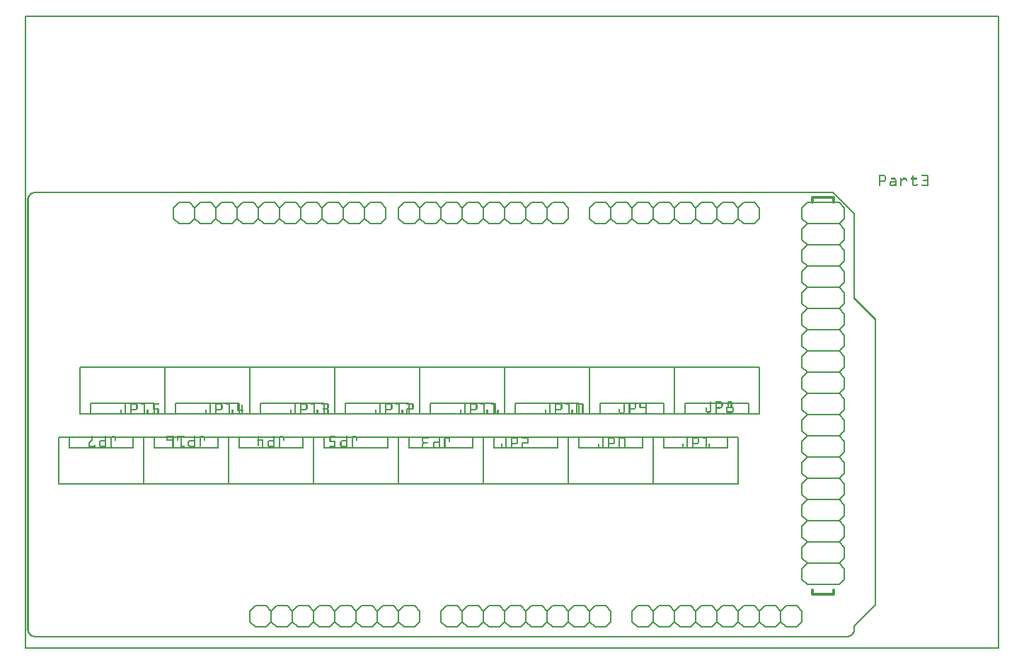
<source format=gto>
G04 MADE WITH FRITZING*
G04 WWW.FRITZING.ORG*
G04 DOUBLE SIDED*
G04 HOLES PLATED*
G04 CONTOUR ON CENTER OF CONTOUR VECTOR*
%ASAXBY*%
%FSLAX23Y23*%
%MOIN*%
%OFA0B0*%
%SFA1.0B1.0*%
%ADD10R,4.594180X2.985210X4.578180X2.969210*%
%ADD11C,0.008000*%
%ADD12C,0.012000*%
%ADD13C,0.006000*%
%ADD14C,0.005000*%
%ADD15R,0.001000X0.001000*%
%LNSILK1*%
G90*
G70*
G54D11*
X4Y2981D02*
X4590Y2981D01*
X4590Y4D01*
X4Y4D01*
X4Y2981D01*
D02*
G54D12*
X3713Y280D02*
X3713Y260D01*
D02*
X3713Y260D02*
X3813Y260D01*
D02*
X3813Y260D02*
X3813Y280D01*
D02*
X3713Y2105D02*
X3713Y2130D01*
D02*
X3713Y2130D02*
X3813Y2130D01*
D02*
X3813Y2130D02*
X3813Y2105D01*
G54D13*
D02*
X3488Y205D02*
X3538Y205D01*
D02*
X3538Y205D02*
X3563Y180D01*
D02*
X3563Y180D02*
X3563Y130D01*
D02*
X3563Y130D02*
X3538Y105D01*
D02*
X3363Y180D02*
X3388Y205D01*
D02*
X3388Y205D02*
X3438Y205D01*
D02*
X3438Y205D02*
X3463Y180D01*
D02*
X3463Y180D02*
X3463Y130D01*
D02*
X3463Y130D02*
X3438Y105D01*
D02*
X3438Y105D02*
X3388Y105D01*
D02*
X3388Y105D02*
X3363Y130D01*
D02*
X3488Y205D02*
X3463Y180D01*
D02*
X3463Y130D02*
X3488Y105D01*
D02*
X3538Y105D02*
X3488Y105D01*
D02*
X3188Y205D02*
X3238Y205D01*
D02*
X3238Y205D02*
X3263Y180D01*
D02*
X3263Y180D02*
X3263Y130D01*
D02*
X3263Y130D02*
X3238Y105D01*
D02*
X3263Y180D02*
X3288Y205D01*
D02*
X3288Y205D02*
X3338Y205D01*
D02*
X3338Y205D02*
X3363Y180D01*
D02*
X3363Y180D02*
X3363Y130D01*
D02*
X3363Y130D02*
X3338Y105D01*
D02*
X3338Y105D02*
X3288Y105D01*
D02*
X3288Y105D02*
X3263Y130D01*
D02*
X3063Y180D02*
X3088Y205D01*
D02*
X3088Y205D02*
X3138Y205D01*
D02*
X3138Y205D02*
X3163Y180D01*
D02*
X3163Y180D02*
X3163Y130D01*
D02*
X3163Y130D02*
X3138Y105D01*
D02*
X3138Y105D02*
X3088Y105D01*
D02*
X3088Y105D02*
X3063Y130D01*
D02*
X3188Y205D02*
X3163Y180D01*
D02*
X3163Y130D02*
X3188Y105D01*
D02*
X3238Y105D02*
X3188Y105D01*
D02*
X2888Y205D02*
X2938Y205D01*
D02*
X2938Y205D02*
X2963Y180D01*
D02*
X2963Y180D02*
X2963Y130D01*
D02*
X2963Y130D02*
X2938Y105D01*
D02*
X2963Y180D02*
X2988Y205D01*
D02*
X2988Y205D02*
X3038Y205D01*
D02*
X3038Y205D02*
X3063Y180D01*
D02*
X3063Y180D02*
X3063Y130D01*
D02*
X3063Y130D02*
X3038Y105D01*
D02*
X3038Y105D02*
X2988Y105D01*
D02*
X2988Y105D02*
X2963Y130D01*
D02*
X2863Y180D02*
X2863Y130D01*
D02*
X2888Y205D02*
X2863Y180D01*
D02*
X2863Y130D02*
X2888Y105D01*
D02*
X2938Y105D02*
X2888Y105D01*
D02*
X3588Y205D02*
X3638Y205D01*
D02*
X3638Y205D02*
X3663Y180D01*
D02*
X3663Y180D02*
X3663Y130D01*
D02*
X3663Y130D02*
X3638Y105D01*
D02*
X3588Y205D02*
X3563Y180D01*
D02*
X3563Y130D02*
X3588Y105D01*
D02*
X3638Y105D02*
X3588Y105D01*
D02*
X2588Y205D02*
X2638Y205D01*
D02*
X2638Y205D02*
X2663Y180D01*
D02*
X2663Y180D02*
X2663Y130D01*
D02*
X2663Y130D02*
X2638Y105D01*
D02*
X2463Y180D02*
X2488Y205D01*
D02*
X2488Y205D02*
X2538Y205D01*
D02*
X2538Y205D02*
X2563Y180D01*
D02*
X2563Y180D02*
X2563Y130D01*
D02*
X2563Y130D02*
X2538Y105D01*
D02*
X2538Y105D02*
X2488Y105D01*
D02*
X2488Y105D02*
X2463Y130D01*
D02*
X2588Y205D02*
X2563Y180D01*
D02*
X2563Y130D02*
X2588Y105D01*
D02*
X2638Y105D02*
X2588Y105D01*
D02*
X2288Y205D02*
X2338Y205D01*
D02*
X2338Y205D02*
X2363Y180D01*
D02*
X2363Y180D02*
X2363Y130D01*
D02*
X2363Y130D02*
X2338Y105D01*
D02*
X2363Y180D02*
X2388Y205D01*
D02*
X2388Y205D02*
X2438Y205D01*
D02*
X2438Y205D02*
X2463Y180D01*
D02*
X2463Y180D02*
X2463Y130D01*
D02*
X2463Y130D02*
X2438Y105D01*
D02*
X2438Y105D02*
X2388Y105D01*
D02*
X2388Y105D02*
X2363Y130D01*
D02*
X2163Y180D02*
X2188Y205D01*
D02*
X2188Y205D02*
X2238Y205D01*
D02*
X2238Y205D02*
X2263Y180D01*
D02*
X2263Y180D02*
X2263Y130D01*
D02*
X2263Y130D02*
X2238Y105D01*
D02*
X2238Y105D02*
X2188Y105D01*
D02*
X2188Y105D02*
X2163Y130D01*
D02*
X2288Y205D02*
X2263Y180D01*
D02*
X2263Y130D02*
X2288Y105D01*
D02*
X2338Y105D02*
X2288Y105D01*
D02*
X1988Y205D02*
X2038Y205D01*
D02*
X2038Y205D02*
X2063Y180D01*
D02*
X2063Y180D02*
X2063Y130D01*
D02*
X2063Y130D02*
X2038Y105D01*
D02*
X2063Y180D02*
X2088Y205D01*
D02*
X2088Y205D02*
X2138Y205D01*
D02*
X2138Y205D02*
X2163Y180D01*
D02*
X2163Y180D02*
X2163Y130D01*
D02*
X2163Y130D02*
X2138Y105D01*
D02*
X2138Y105D02*
X2088Y105D01*
D02*
X2088Y105D02*
X2063Y130D01*
D02*
X1963Y180D02*
X1963Y130D01*
D02*
X1988Y205D02*
X1963Y180D01*
D02*
X1963Y130D02*
X1988Y105D01*
D02*
X2038Y105D02*
X1988Y105D01*
D02*
X2688Y205D02*
X2738Y205D01*
D02*
X2738Y205D02*
X2763Y180D01*
D02*
X2763Y180D02*
X2763Y130D01*
D02*
X2763Y130D02*
X2738Y105D01*
D02*
X2688Y205D02*
X2663Y180D01*
D02*
X2663Y130D02*
X2688Y105D01*
D02*
X2738Y105D02*
X2688Y105D01*
D02*
X2838Y2005D02*
X2788Y2005D01*
D02*
X2788Y2005D02*
X2763Y2030D01*
D02*
X2763Y2030D02*
X2763Y2080D01*
D02*
X2763Y2080D02*
X2788Y2105D01*
D02*
X2963Y2030D02*
X2938Y2005D01*
D02*
X2938Y2005D02*
X2888Y2005D01*
D02*
X2888Y2005D02*
X2863Y2030D01*
D02*
X2863Y2030D02*
X2863Y2080D01*
D02*
X2863Y2080D02*
X2888Y2105D01*
D02*
X2888Y2105D02*
X2938Y2105D01*
D02*
X2938Y2105D02*
X2963Y2080D01*
D02*
X2838Y2005D02*
X2863Y2030D01*
D02*
X2863Y2080D02*
X2838Y2105D01*
D02*
X2788Y2105D02*
X2838Y2105D01*
D02*
X3138Y2005D02*
X3088Y2005D01*
D02*
X3088Y2005D02*
X3063Y2030D01*
D02*
X3063Y2030D02*
X3063Y2080D01*
D02*
X3063Y2080D02*
X3088Y2105D01*
D02*
X3063Y2030D02*
X3038Y2005D01*
D02*
X3038Y2005D02*
X2988Y2005D01*
D02*
X2988Y2005D02*
X2963Y2030D01*
D02*
X2963Y2030D02*
X2963Y2080D01*
D02*
X2963Y2080D02*
X2988Y2105D01*
D02*
X2988Y2105D02*
X3038Y2105D01*
D02*
X3038Y2105D02*
X3063Y2080D01*
D02*
X3263Y2030D02*
X3238Y2005D01*
D02*
X3238Y2005D02*
X3188Y2005D01*
D02*
X3188Y2005D02*
X3163Y2030D01*
D02*
X3163Y2030D02*
X3163Y2080D01*
D02*
X3163Y2080D02*
X3188Y2105D01*
D02*
X3188Y2105D02*
X3238Y2105D01*
D02*
X3238Y2105D02*
X3263Y2080D01*
D02*
X3138Y2005D02*
X3163Y2030D01*
D02*
X3163Y2080D02*
X3138Y2105D01*
D02*
X3088Y2105D02*
X3138Y2105D01*
D02*
X3438Y2005D02*
X3388Y2005D01*
D02*
X3388Y2005D02*
X3363Y2030D01*
D02*
X3363Y2030D02*
X3363Y2080D01*
D02*
X3363Y2080D02*
X3388Y2105D01*
D02*
X3363Y2030D02*
X3338Y2005D01*
D02*
X3338Y2005D02*
X3288Y2005D01*
D02*
X3288Y2005D02*
X3263Y2030D01*
D02*
X3263Y2030D02*
X3263Y2080D01*
D02*
X3263Y2080D02*
X3288Y2105D01*
D02*
X3288Y2105D02*
X3338Y2105D01*
D02*
X3338Y2105D02*
X3363Y2080D01*
D02*
X3463Y2030D02*
X3463Y2080D01*
D02*
X3438Y2005D02*
X3463Y2030D01*
D02*
X3463Y2080D02*
X3438Y2105D01*
D02*
X3388Y2105D02*
X3438Y2105D01*
D02*
X2738Y2005D02*
X2688Y2005D01*
D02*
X2688Y2005D02*
X2663Y2030D01*
D02*
X2663Y2030D02*
X2663Y2080D01*
D02*
X2663Y2080D02*
X2688Y2105D01*
D02*
X2738Y2005D02*
X2763Y2030D01*
D02*
X2763Y2080D02*
X2738Y2105D01*
D02*
X2688Y2105D02*
X2738Y2105D01*
D02*
X1503Y2080D02*
X1528Y2105D01*
D02*
X1528Y2105D02*
X1578Y2105D01*
D02*
X1578Y2105D02*
X1603Y2080D01*
D02*
X1603Y2080D02*
X1603Y2030D01*
D02*
X1603Y2030D02*
X1578Y2005D01*
D02*
X1578Y2005D02*
X1528Y2005D01*
D02*
X1528Y2005D02*
X1503Y2030D01*
D02*
X1328Y2105D02*
X1378Y2105D01*
D02*
X1378Y2105D02*
X1403Y2080D01*
D02*
X1403Y2080D02*
X1403Y2030D01*
D02*
X1403Y2030D02*
X1378Y2005D01*
D02*
X1403Y2080D02*
X1428Y2105D01*
D02*
X1428Y2105D02*
X1478Y2105D01*
D02*
X1478Y2105D02*
X1503Y2080D01*
D02*
X1503Y2080D02*
X1503Y2030D01*
D02*
X1503Y2030D02*
X1478Y2005D01*
D02*
X1478Y2005D02*
X1428Y2005D01*
D02*
X1428Y2005D02*
X1403Y2030D01*
D02*
X1203Y2080D02*
X1228Y2105D01*
D02*
X1228Y2105D02*
X1278Y2105D01*
D02*
X1278Y2105D02*
X1303Y2080D01*
D02*
X1303Y2080D02*
X1303Y2030D01*
D02*
X1303Y2030D02*
X1278Y2005D01*
D02*
X1278Y2005D02*
X1228Y2005D01*
D02*
X1228Y2005D02*
X1203Y2030D01*
D02*
X1328Y2105D02*
X1303Y2080D01*
D02*
X1303Y2030D02*
X1328Y2005D01*
D02*
X1378Y2005D02*
X1328Y2005D01*
D02*
X1028Y2105D02*
X1078Y2105D01*
D02*
X1078Y2105D02*
X1103Y2080D01*
D02*
X1103Y2080D02*
X1103Y2030D01*
D02*
X1103Y2030D02*
X1078Y2005D01*
D02*
X1103Y2080D02*
X1128Y2105D01*
D02*
X1128Y2105D02*
X1178Y2105D01*
D02*
X1178Y2105D02*
X1203Y2080D01*
D02*
X1203Y2080D02*
X1203Y2030D01*
D02*
X1203Y2030D02*
X1178Y2005D01*
D02*
X1178Y2005D02*
X1128Y2005D01*
D02*
X1128Y2005D02*
X1103Y2030D01*
D02*
X903Y2080D02*
X928Y2105D01*
D02*
X928Y2105D02*
X978Y2105D01*
D02*
X978Y2105D02*
X1003Y2080D01*
D02*
X1003Y2080D02*
X1003Y2030D01*
D02*
X1003Y2030D02*
X978Y2005D01*
D02*
X978Y2005D02*
X928Y2005D01*
D02*
X928Y2005D02*
X903Y2030D01*
D02*
X1028Y2105D02*
X1003Y2080D01*
D02*
X1003Y2030D02*
X1028Y2005D01*
D02*
X1078Y2005D02*
X1028Y2005D01*
D02*
X728Y2105D02*
X778Y2105D01*
D02*
X778Y2105D02*
X803Y2080D01*
D02*
X803Y2080D02*
X803Y2030D01*
D02*
X803Y2030D02*
X778Y2005D01*
D02*
X803Y2080D02*
X828Y2105D01*
D02*
X828Y2105D02*
X878Y2105D01*
D02*
X878Y2105D02*
X903Y2080D01*
D02*
X903Y2080D02*
X903Y2030D01*
D02*
X903Y2030D02*
X878Y2005D01*
D02*
X878Y2005D02*
X828Y2005D01*
D02*
X828Y2005D02*
X803Y2030D01*
D02*
X703Y2080D02*
X703Y2030D01*
D02*
X728Y2105D02*
X703Y2080D01*
D02*
X703Y2030D02*
X728Y2005D01*
D02*
X778Y2005D02*
X728Y2005D01*
D02*
X1628Y2105D02*
X1678Y2105D01*
D02*
X1678Y2105D02*
X1703Y2080D01*
D02*
X1703Y2080D02*
X1703Y2030D01*
D02*
X1703Y2030D02*
X1678Y2005D01*
D02*
X1628Y2105D02*
X1603Y2080D01*
D02*
X1603Y2030D02*
X1628Y2005D01*
D02*
X1678Y2005D02*
X1628Y2005D01*
D02*
X1688Y205D02*
X1738Y205D01*
D02*
X1738Y205D02*
X1763Y180D01*
D02*
X1763Y180D02*
X1763Y130D01*
D02*
X1763Y130D02*
X1738Y105D01*
D02*
X1563Y180D02*
X1588Y205D01*
D02*
X1588Y205D02*
X1638Y205D01*
D02*
X1638Y205D02*
X1663Y180D01*
D02*
X1663Y180D02*
X1663Y130D01*
D02*
X1663Y130D02*
X1638Y105D01*
D02*
X1638Y105D02*
X1588Y105D01*
D02*
X1588Y105D02*
X1563Y130D01*
D02*
X1688Y205D02*
X1663Y180D01*
D02*
X1663Y130D02*
X1688Y105D01*
D02*
X1738Y105D02*
X1688Y105D01*
D02*
X1388Y205D02*
X1438Y205D01*
D02*
X1438Y205D02*
X1463Y180D01*
D02*
X1463Y180D02*
X1463Y130D01*
D02*
X1463Y130D02*
X1438Y105D01*
D02*
X1463Y180D02*
X1488Y205D01*
D02*
X1488Y205D02*
X1538Y205D01*
D02*
X1538Y205D02*
X1563Y180D01*
D02*
X1563Y180D02*
X1563Y130D01*
D02*
X1563Y130D02*
X1538Y105D01*
D02*
X1538Y105D02*
X1488Y105D01*
D02*
X1488Y105D02*
X1463Y130D01*
D02*
X1263Y180D02*
X1288Y205D01*
D02*
X1288Y205D02*
X1338Y205D01*
D02*
X1338Y205D02*
X1363Y180D01*
D02*
X1363Y180D02*
X1363Y130D01*
D02*
X1363Y130D02*
X1338Y105D01*
D02*
X1338Y105D02*
X1288Y105D01*
D02*
X1288Y105D02*
X1263Y130D01*
D02*
X1388Y205D02*
X1363Y180D01*
D02*
X1363Y130D02*
X1388Y105D01*
D02*
X1438Y105D02*
X1388Y105D01*
D02*
X1088Y205D02*
X1138Y205D01*
D02*
X1138Y205D02*
X1163Y180D01*
D02*
X1163Y180D02*
X1163Y130D01*
D02*
X1163Y130D02*
X1138Y105D01*
D02*
X1163Y180D02*
X1188Y205D01*
D02*
X1188Y205D02*
X1238Y205D01*
D02*
X1238Y205D02*
X1263Y180D01*
D02*
X1263Y180D02*
X1263Y130D01*
D02*
X1263Y130D02*
X1238Y105D01*
D02*
X1238Y105D02*
X1188Y105D01*
D02*
X1188Y105D02*
X1163Y130D01*
D02*
X1063Y180D02*
X1063Y130D01*
D02*
X1088Y205D02*
X1063Y180D01*
D02*
X1063Y130D02*
X1088Y105D01*
D02*
X1138Y105D02*
X1088Y105D01*
D02*
X1788Y205D02*
X1838Y205D01*
D02*
X1838Y205D02*
X1863Y180D01*
D02*
X1863Y180D02*
X1863Y130D01*
D02*
X1863Y130D02*
X1838Y105D01*
D02*
X1788Y205D02*
X1763Y180D01*
D02*
X1763Y130D02*
X1788Y105D01*
D02*
X1838Y105D02*
X1788Y105D01*
D02*
X1938Y2005D02*
X1888Y2005D01*
D02*
X1888Y2005D02*
X1863Y2030D01*
D02*
X1863Y2030D02*
X1863Y2080D01*
D02*
X1863Y2080D02*
X1888Y2105D01*
D02*
X2063Y2030D02*
X2038Y2005D01*
D02*
X2038Y2005D02*
X1988Y2005D01*
D02*
X1988Y2005D02*
X1963Y2030D01*
D02*
X1963Y2030D02*
X1963Y2080D01*
D02*
X1963Y2080D02*
X1988Y2105D01*
D02*
X1988Y2105D02*
X2038Y2105D01*
D02*
X2038Y2105D02*
X2063Y2080D01*
D02*
X1938Y2005D02*
X1963Y2030D01*
D02*
X1963Y2080D02*
X1938Y2105D01*
D02*
X1888Y2105D02*
X1938Y2105D01*
D02*
X2238Y2005D02*
X2188Y2005D01*
D02*
X2188Y2005D02*
X2163Y2030D01*
D02*
X2163Y2030D02*
X2163Y2080D01*
D02*
X2163Y2080D02*
X2188Y2105D01*
D02*
X2163Y2030D02*
X2138Y2005D01*
D02*
X2138Y2005D02*
X2088Y2005D01*
D02*
X2088Y2005D02*
X2063Y2030D01*
D02*
X2063Y2030D02*
X2063Y2080D01*
D02*
X2063Y2080D02*
X2088Y2105D01*
D02*
X2088Y2105D02*
X2138Y2105D01*
D02*
X2138Y2105D02*
X2163Y2080D01*
D02*
X2363Y2030D02*
X2338Y2005D01*
D02*
X2338Y2005D02*
X2288Y2005D01*
D02*
X2288Y2005D02*
X2263Y2030D01*
D02*
X2263Y2030D02*
X2263Y2080D01*
D02*
X2263Y2080D02*
X2288Y2105D01*
D02*
X2288Y2105D02*
X2338Y2105D01*
D02*
X2338Y2105D02*
X2363Y2080D01*
D02*
X2238Y2005D02*
X2263Y2030D01*
D02*
X2263Y2080D02*
X2238Y2105D01*
D02*
X2188Y2105D02*
X2238Y2105D01*
D02*
X2538Y2005D02*
X2488Y2005D01*
D02*
X2488Y2005D02*
X2463Y2030D01*
D02*
X2463Y2030D02*
X2463Y2080D01*
D02*
X2463Y2080D02*
X2488Y2105D01*
D02*
X2463Y2030D02*
X2438Y2005D01*
D02*
X2438Y2005D02*
X2388Y2005D01*
D02*
X2388Y2005D02*
X2363Y2030D01*
D02*
X2363Y2030D02*
X2363Y2080D01*
D02*
X2363Y2080D02*
X2388Y2105D01*
D02*
X2388Y2105D02*
X2438Y2105D01*
D02*
X2438Y2105D02*
X2463Y2080D01*
D02*
X2563Y2030D02*
X2563Y2080D01*
D02*
X2538Y2005D02*
X2563Y2030D01*
D02*
X2563Y2080D02*
X2538Y2105D01*
D02*
X2488Y2105D02*
X2538Y2105D01*
D02*
X1838Y2005D02*
X1788Y2005D01*
D02*
X1788Y2005D02*
X1763Y2030D01*
D02*
X1763Y2030D02*
X1763Y2080D01*
D02*
X1763Y2080D02*
X1788Y2105D01*
D02*
X1838Y2005D02*
X1863Y2030D01*
D02*
X1863Y2080D02*
X1838Y2105D01*
D02*
X1788Y2105D02*
X1838Y2105D01*
D02*
X3688Y2105D02*
X3663Y2080D01*
D02*
X3663Y2080D02*
X3663Y2030D01*
D02*
X3663Y2030D02*
X3688Y2005D01*
D02*
X3688Y2005D02*
X3663Y1980D01*
D02*
X3663Y1980D02*
X3663Y1930D01*
D02*
X3663Y1930D02*
X3688Y1905D01*
D02*
X3688Y1905D02*
X3663Y1880D01*
D02*
X3663Y1880D02*
X3663Y1830D01*
D02*
X3663Y1830D02*
X3688Y1805D01*
D02*
X3688Y1805D02*
X3663Y1780D01*
D02*
X3663Y1780D02*
X3663Y1730D01*
D02*
X3663Y1730D02*
X3688Y1705D01*
D02*
X3688Y1705D02*
X3663Y1680D01*
D02*
X3663Y1680D02*
X3663Y1630D01*
D02*
X3663Y1630D02*
X3688Y1605D01*
D02*
X3688Y1605D02*
X3663Y1580D01*
D02*
X3663Y1580D02*
X3663Y1530D01*
D02*
X3663Y1530D02*
X3688Y1505D01*
D02*
X3688Y2105D02*
X3838Y2105D01*
D02*
X3838Y2105D02*
X3863Y2080D01*
D02*
X3863Y2080D02*
X3863Y2030D01*
D02*
X3863Y2030D02*
X3838Y2005D01*
D02*
X3838Y2005D02*
X3863Y1980D01*
D02*
X3863Y1980D02*
X3863Y1930D01*
D02*
X3863Y1930D02*
X3838Y1905D01*
D02*
X3838Y1905D02*
X3863Y1880D01*
D02*
X3863Y1880D02*
X3863Y1830D01*
D02*
X3863Y1830D02*
X3838Y1805D01*
D02*
X3838Y1805D02*
X3863Y1780D01*
D02*
X3863Y1780D02*
X3863Y1730D01*
D02*
X3863Y1730D02*
X3838Y1705D01*
D02*
X3838Y1705D02*
X3863Y1680D01*
D02*
X3863Y1680D02*
X3863Y1630D01*
D02*
X3863Y1630D02*
X3838Y1605D01*
D02*
X3838Y1605D02*
X3863Y1580D01*
D02*
X3863Y1580D02*
X3863Y1530D01*
D02*
X3863Y1530D02*
X3838Y1505D01*
D02*
X3838Y1505D02*
X3863Y1480D01*
D02*
X3863Y1480D02*
X3863Y1430D01*
D02*
X3863Y1430D02*
X3838Y1405D01*
D02*
X3838Y1405D02*
X3863Y1380D01*
D02*
X3863Y1380D02*
X3863Y1330D01*
D02*
X3863Y1330D02*
X3838Y1305D01*
D02*
X3838Y1305D02*
X3863Y1280D01*
D02*
X3863Y1280D02*
X3863Y1230D01*
D02*
X3863Y1230D02*
X3838Y1205D01*
D02*
X3838Y1205D02*
X3863Y1180D01*
D02*
X3863Y1180D02*
X3863Y1130D01*
D02*
X3863Y1130D02*
X3838Y1105D01*
D02*
X3838Y1105D02*
X3863Y1080D01*
D02*
X3863Y1080D02*
X3863Y1030D01*
D02*
X3863Y1030D02*
X3838Y1005D01*
D02*
X3838Y1005D02*
X3863Y980D01*
D02*
X3863Y980D02*
X3863Y930D01*
D02*
X3838Y905D02*
X3863Y930D01*
D02*
X3838Y905D02*
X3863Y880D01*
D02*
X3863Y830D02*
X3863Y880D01*
D02*
X3863Y830D02*
X3838Y805D01*
D02*
X3838Y805D02*
X3863Y780D01*
D02*
X3863Y730D02*
X3863Y780D01*
D02*
X3863Y730D02*
X3838Y705D01*
D02*
X3838Y705D02*
X3863Y680D01*
D02*
X3863Y630D02*
X3863Y680D01*
D02*
X3863Y630D02*
X3838Y605D01*
D02*
X3838Y605D02*
X3863Y580D01*
D02*
X3863Y530D02*
X3863Y580D01*
D02*
X3863Y530D02*
X3838Y505D01*
D02*
X3838Y505D02*
X3863Y480D01*
D02*
X3863Y430D02*
X3863Y480D01*
D02*
X3863Y430D02*
X3838Y405D01*
D02*
X3838Y405D02*
X3863Y380D01*
D02*
X3863Y330D02*
X3863Y380D01*
D02*
X3863Y330D02*
X3838Y305D01*
D02*
X3688Y305D02*
X3663Y330D01*
D02*
X3663Y330D02*
X3663Y380D01*
D02*
X3688Y405D02*
X3663Y380D01*
D02*
X3688Y405D02*
X3663Y430D01*
D02*
X3663Y430D02*
X3663Y480D01*
D02*
X3688Y505D02*
X3663Y480D01*
D02*
X3688Y505D02*
X3663Y530D01*
D02*
X3663Y580D02*
X3663Y530D01*
D02*
X3663Y580D02*
X3688Y605D01*
D02*
X3688Y605D02*
X3663Y630D01*
D02*
X3663Y680D02*
X3663Y630D01*
D02*
X3663Y680D02*
X3688Y705D01*
D02*
X3688Y705D02*
X3663Y730D01*
D02*
X3663Y730D02*
X3663Y780D01*
D02*
X3688Y805D02*
X3663Y780D01*
D02*
X3688Y805D02*
X3663Y830D01*
D02*
X3663Y830D02*
X3663Y880D01*
D02*
X3688Y905D02*
X3663Y880D01*
D02*
X3688Y905D02*
X3663Y930D01*
D02*
X3663Y930D02*
X3663Y980D01*
D02*
X3688Y1005D02*
X3663Y980D01*
D02*
X3688Y1005D02*
X3663Y1030D01*
D02*
X3663Y1030D02*
X3663Y1080D01*
D02*
X3688Y1105D02*
X3663Y1080D01*
D02*
X3688Y1105D02*
X3663Y1130D01*
D02*
X3663Y1130D02*
X3663Y1180D01*
D02*
X3688Y1205D02*
X3663Y1180D01*
D02*
X3688Y1205D02*
X3663Y1230D01*
D02*
X3663Y1230D02*
X3663Y1280D01*
D02*
X3688Y1305D02*
X3663Y1280D01*
D02*
X3688Y1305D02*
X3663Y1330D01*
D02*
X3663Y1330D02*
X3663Y1380D01*
D02*
X3688Y1405D02*
X3663Y1380D01*
D02*
X3688Y1405D02*
X3663Y1430D01*
D02*
X3663Y1430D02*
X3663Y1480D01*
D02*
X3688Y1505D02*
X3663Y1480D01*
D02*
X3838Y2005D02*
X3688Y2005D01*
D02*
X3838Y1905D02*
X3688Y1905D01*
D02*
X3838Y1805D02*
X3688Y1805D01*
D02*
X3838Y1705D02*
X3688Y1705D01*
D02*
X3838Y1605D02*
X3688Y1605D01*
D02*
X3838Y1505D02*
X3688Y1505D01*
D02*
X3838Y1405D02*
X3688Y1405D01*
D02*
X3838Y1305D02*
X3688Y1305D01*
D02*
X3838Y1205D02*
X3688Y1205D01*
D02*
X3838Y1105D02*
X3688Y1105D01*
D02*
X3838Y1005D02*
X3688Y1005D01*
D02*
X3838Y905D02*
X3688Y905D01*
D02*
X3838Y805D02*
X3688Y805D01*
D02*
X3838Y705D02*
X3688Y705D01*
D02*
X3838Y605D02*
X3688Y605D01*
D02*
X3838Y505D02*
X3688Y505D01*
D02*
X3838Y405D02*
X3688Y405D01*
D02*
X3838Y305D02*
X3688Y305D01*
G54D14*
D02*
X2663Y1330D02*
X2663Y1110D01*
D02*
X3063Y1330D02*
X3063Y1110D01*
D02*
X3063Y1330D02*
X2663Y1330D01*
D02*
X3063Y1110D02*
X3013Y1110D01*
D02*
X3013Y1110D02*
X2713Y1110D01*
D02*
X2713Y1110D02*
X2663Y1110D01*
D02*
X2713Y1110D02*
X2713Y1160D01*
D02*
X2713Y1160D02*
X3013Y1160D01*
D02*
X3013Y1160D02*
X3013Y1110D01*
D02*
X3063Y1330D02*
X3063Y1110D01*
D02*
X3463Y1330D02*
X3463Y1110D01*
D02*
X3463Y1330D02*
X3063Y1330D01*
D02*
X3463Y1110D02*
X3413Y1110D01*
D02*
X3413Y1110D02*
X3113Y1110D01*
D02*
X3113Y1110D02*
X3063Y1110D01*
D02*
X3113Y1110D02*
X3113Y1160D01*
D02*
X3113Y1160D02*
X3413Y1160D01*
D02*
X3413Y1160D02*
X3413Y1110D01*
D02*
X2163Y780D02*
X2163Y1000D01*
D02*
X1763Y780D02*
X1763Y1000D01*
D02*
X1763Y780D02*
X2163Y780D01*
D02*
X1763Y1000D02*
X1813Y1000D01*
D02*
X1813Y1000D02*
X2113Y1000D01*
D02*
X2113Y1000D02*
X2163Y1000D01*
D02*
X2113Y1000D02*
X2113Y950D01*
D02*
X2113Y950D02*
X1813Y950D01*
D02*
X1813Y950D02*
X1813Y1000D01*
D02*
X2963Y780D02*
X2963Y1000D01*
D02*
X2563Y780D02*
X2563Y1000D01*
D02*
X2563Y780D02*
X2963Y780D01*
D02*
X2563Y1000D02*
X2613Y1000D01*
D02*
X2613Y1000D02*
X2913Y1000D01*
D02*
X2913Y1000D02*
X2963Y1000D01*
D02*
X2913Y1000D02*
X2913Y950D01*
D02*
X2913Y950D02*
X2613Y950D01*
D02*
X2613Y950D02*
X2613Y1000D01*
D02*
X3363Y780D02*
X3363Y1000D01*
D02*
X2963Y780D02*
X2963Y1000D01*
D02*
X2963Y780D02*
X3363Y780D01*
D02*
X2963Y1000D02*
X3013Y1000D01*
D02*
X3013Y1000D02*
X3313Y1000D01*
D02*
X3313Y1000D02*
X3363Y1000D01*
D02*
X3313Y1000D02*
X3313Y950D01*
D02*
X3313Y950D02*
X3013Y950D01*
D02*
X3013Y950D02*
X3013Y1000D01*
D02*
X563Y780D02*
X563Y1000D01*
D02*
X163Y780D02*
X163Y1000D01*
D02*
X163Y780D02*
X563Y780D01*
D02*
X163Y1000D02*
X213Y1000D01*
D02*
X213Y1000D02*
X513Y1000D01*
D02*
X513Y1000D02*
X563Y1000D01*
D02*
X513Y1000D02*
X513Y950D01*
D02*
X513Y950D02*
X213Y950D01*
D02*
X213Y950D02*
X213Y1000D01*
D02*
X2563Y780D02*
X2563Y1000D01*
D02*
X2163Y780D02*
X2163Y1000D01*
D02*
X2163Y780D02*
X2563Y780D01*
D02*
X2163Y1000D02*
X2213Y1000D01*
D02*
X2213Y1000D02*
X2513Y1000D01*
D02*
X2513Y1000D02*
X2563Y1000D01*
D02*
X2513Y1000D02*
X2513Y950D01*
D02*
X2513Y950D02*
X2213Y950D01*
D02*
X2213Y950D02*
X2213Y1000D01*
D02*
X1763Y780D02*
X1763Y1000D01*
D02*
X1363Y780D02*
X1363Y1000D01*
D02*
X1363Y780D02*
X1763Y780D01*
D02*
X1363Y1000D02*
X1413Y1000D01*
D02*
X1413Y1000D02*
X1713Y1000D01*
D02*
X1713Y1000D02*
X1763Y1000D01*
D02*
X1713Y1000D02*
X1713Y950D01*
D02*
X1713Y950D02*
X1413Y950D01*
D02*
X1413Y950D02*
X1413Y1000D01*
D02*
X963Y780D02*
X963Y1000D01*
D02*
X563Y780D02*
X563Y1000D01*
D02*
X563Y780D02*
X963Y780D01*
D02*
X563Y1000D02*
X613Y1000D01*
D02*
X613Y1000D02*
X913Y1000D01*
D02*
X913Y1000D02*
X963Y1000D01*
D02*
X913Y1000D02*
X913Y950D01*
D02*
X913Y950D02*
X613Y950D01*
D02*
X613Y950D02*
X613Y1000D01*
D02*
X263Y1330D02*
X263Y1110D01*
D02*
X663Y1330D02*
X663Y1110D01*
D02*
X663Y1330D02*
X263Y1330D01*
D02*
X663Y1110D02*
X613Y1110D01*
D02*
X613Y1110D02*
X313Y1110D01*
D02*
X313Y1110D02*
X263Y1110D01*
D02*
X313Y1110D02*
X313Y1160D01*
D02*
X313Y1160D02*
X613Y1160D01*
D02*
X613Y1160D02*
X613Y1110D01*
D02*
X663Y1330D02*
X663Y1110D01*
D02*
X1063Y1330D02*
X1063Y1110D01*
D02*
X1063Y1330D02*
X663Y1330D01*
D02*
X1063Y1110D02*
X1013Y1110D01*
D02*
X1013Y1110D02*
X713Y1110D01*
D02*
X713Y1110D02*
X663Y1110D01*
D02*
X713Y1110D02*
X713Y1160D01*
D02*
X713Y1160D02*
X1013Y1160D01*
D02*
X1013Y1160D02*
X1013Y1110D01*
D02*
X1063Y1330D02*
X1063Y1110D01*
D02*
X1463Y1330D02*
X1463Y1110D01*
D02*
X1463Y1330D02*
X1063Y1330D01*
D02*
X1463Y1110D02*
X1413Y1110D01*
D02*
X1413Y1110D02*
X1113Y1110D01*
D02*
X1113Y1110D02*
X1063Y1110D01*
D02*
X1113Y1110D02*
X1113Y1160D01*
D02*
X1113Y1160D02*
X1413Y1160D01*
D02*
X1413Y1160D02*
X1413Y1110D01*
D02*
X1463Y1330D02*
X1463Y1110D01*
D02*
X1863Y1330D02*
X1863Y1110D01*
D02*
X1863Y1330D02*
X1463Y1330D01*
D02*
X1863Y1110D02*
X1813Y1110D01*
D02*
X1813Y1110D02*
X1513Y1110D01*
D02*
X1513Y1110D02*
X1463Y1110D01*
D02*
X1513Y1110D02*
X1513Y1160D01*
D02*
X1513Y1160D02*
X1813Y1160D01*
D02*
X1813Y1160D02*
X1813Y1110D01*
D02*
X1863Y1330D02*
X1863Y1110D01*
D02*
X2263Y1330D02*
X2263Y1110D01*
D02*
X2263Y1330D02*
X1863Y1330D01*
D02*
X2263Y1110D02*
X2213Y1110D01*
D02*
X2213Y1110D02*
X1913Y1110D01*
D02*
X1913Y1110D02*
X1863Y1110D01*
D02*
X1913Y1110D02*
X1913Y1160D01*
D02*
X1913Y1160D02*
X2213Y1160D01*
D02*
X2213Y1160D02*
X2213Y1110D01*
D02*
X2263Y1330D02*
X2263Y1110D01*
D02*
X2663Y1330D02*
X2663Y1110D01*
D02*
X2663Y1330D02*
X2263Y1330D01*
D02*
X2663Y1110D02*
X2613Y1110D01*
D02*
X2613Y1110D02*
X2313Y1110D01*
D02*
X2313Y1110D02*
X2263Y1110D01*
D02*
X2313Y1110D02*
X2313Y1160D01*
D02*
X2313Y1160D02*
X2613Y1160D01*
D02*
X2613Y1160D02*
X2613Y1110D01*
D02*
X1363Y780D02*
X1363Y1000D01*
D02*
X963Y780D02*
X963Y1000D01*
D02*
X963Y780D02*
X1363Y780D01*
D02*
X963Y1000D02*
X1013Y1000D01*
D02*
X1013Y1000D02*
X1313Y1000D01*
D02*
X1313Y1000D02*
X1363Y1000D01*
D02*
X1313Y1000D02*
X1313Y950D01*
D02*
X1313Y950D02*
X1013Y950D01*
D02*
X1013Y950D02*
X1013Y1000D01*
G54D15*
X4024Y2235D02*
X4050Y2235D01*
X4227Y2235D02*
X4254Y2235D01*
X4024Y2234D02*
X4052Y2234D01*
X4226Y2234D02*
X4256Y2234D01*
X4024Y2233D02*
X4054Y2233D01*
X4225Y2233D02*
X4257Y2233D01*
X4024Y2232D02*
X4055Y2232D01*
X4184Y2232D02*
X4186Y2232D01*
X4225Y2232D02*
X4258Y2232D01*
X4024Y2231D02*
X4056Y2231D01*
X4183Y2231D02*
X4187Y2231D01*
X4225Y2231D02*
X4258Y2231D01*
X4024Y2230D02*
X4056Y2230D01*
X4182Y2230D02*
X4187Y2230D01*
X4226Y2230D02*
X4258Y2230D01*
X4024Y2229D02*
X4057Y2229D01*
X4182Y2229D02*
X4188Y2229D01*
X4227Y2229D02*
X4259Y2229D01*
X4024Y2228D02*
X4030Y2228D01*
X4049Y2228D02*
X4057Y2228D01*
X4182Y2228D02*
X4188Y2228D01*
X4252Y2228D02*
X4259Y2228D01*
X4024Y2227D02*
X4030Y2227D01*
X4051Y2227D02*
X4058Y2227D01*
X4182Y2227D02*
X4188Y2227D01*
X4253Y2227D02*
X4259Y2227D01*
X4024Y2226D02*
X4030Y2226D01*
X4052Y2226D02*
X4058Y2226D01*
X4182Y2226D02*
X4188Y2226D01*
X4253Y2226D02*
X4259Y2226D01*
X4024Y2225D02*
X4030Y2225D01*
X4052Y2225D02*
X4058Y2225D01*
X4182Y2225D02*
X4188Y2225D01*
X4253Y2225D02*
X4259Y2225D01*
X4024Y2224D02*
X4030Y2224D01*
X4052Y2224D02*
X4058Y2224D01*
X4182Y2224D02*
X4188Y2224D01*
X4253Y2224D02*
X4259Y2224D01*
X4024Y2223D02*
X4030Y2223D01*
X4052Y2223D02*
X4058Y2223D01*
X4182Y2223D02*
X4188Y2223D01*
X4253Y2223D02*
X4259Y2223D01*
X4024Y2222D02*
X4030Y2222D01*
X4052Y2222D02*
X4058Y2222D01*
X4182Y2222D02*
X4188Y2222D01*
X4253Y2222D02*
X4259Y2222D01*
X4024Y2221D02*
X4030Y2221D01*
X4052Y2221D02*
X4058Y2221D01*
X4182Y2221D02*
X4188Y2221D01*
X4253Y2221D02*
X4259Y2221D01*
X4024Y2220D02*
X4030Y2220D01*
X4052Y2220D02*
X4058Y2220D01*
X4083Y2220D02*
X4100Y2220D01*
X4126Y2220D02*
X4129Y2220D01*
X4140Y2220D02*
X4151Y2220D01*
X4177Y2220D02*
X4203Y2220D01*
X4253Y2220D02*
X4259Y2220D01*
X4024Y2219D02*
X4030Y2219D01*
X4052Y2219D02*
X4058Y2219D01*
X4082Y2219D02*
X4102Y2219D01*
X4125Y2219D02*
X4130Y2219D01*
X4139Y2219D02*
X4153Y2219D01*
X4176Y2219D02*
X4204Y2219D01*
X4253Y2219D02*
X4259Y2219D01*
X4024Y2218D02*
X4030Y2218D01*
X4052Y2218D02*
X4058Y2218D01*
X4082Y2218D02*
X4104Y2218D01*
X4125Y2218D02*
X4130Y2218D01*
X4138Y2218D02*
X4155Y2218D01*
X4175Y2218D02*
X4205Y2218D01*
X4253Y2218D02*
X4259Y2218D01*
X4024Y2217D02*
X4030Y2217D01*
X4052Y2217D02*
X4058Y2217D01*
X4081Y2217D02*
X4105Y2217D01*
X4125Y2217D02*
X4131Y2217D01*
X4136Y2217D02*
X4156Y2217D01*
X4175Y2217D02*
X4205Y2217D01*
X4253Y2217D02*
X4259Y2217D01*
X4024Y2216D02*
X4030Y2216D01*
X4052Y2216D02*
X4058Y2216D01*
X4082Y2216D02*
X4105Y2216D01*
X4125Y2216D02*
X4131Y2216D01*
X4135Y2216D02*
X4156Y2216D01*
X4175Y2216D02*
X4205Y2216D01*
X4253Y2216D02*
X4259Y2216D01*
X4024Y2215D02*
X4030Y2215D01*
X4052Y2215D02*
X4058Y2215D01*
X4082Y2215D02*
X4106Y2215D01*
X4125Y2215D02*
X4131Y2215D01*
X4134Y2215D02*
X4157Y2215D01*
X4176Y2215D02*
X4204Y2215D01*
X4253Y2215D02*
X4259Y2215D01*
X4024Y2214D02*
X4030Y2214D01*
X4052Y2214D02*
X4058Y2214D01*
X4083Y2214D02*
X4106Y2214D01*
X4125Y2214D02*
X4131Y2214D01*
X4133Y2214D02*
X4157Y2214D01*
X4177Y2214D02*
X4203Y2214D01*
X4252Y2214D02*
X4259Y2214D01*
X4024Y2213D02*
X4030Y2213D01*
X4052Y2213D02*
X4058Y2213D01*
X4100Y2213D02*
X4107Y2213D01*
X4125Y2213D02*
X4142Y2213D01*
X4151Y2213D02*
X4158Y2213D01*
X4182Y2213D02*
X4188Y2213D01*
X4252Y2213D02*
X4258Y2213D01*
X4024Y2212D02*
X4030Y2212D01*
X4052Y2212D02*
X4058Y2212D01*
X4101Y2212D02*
X4107Y2212D01*
X4125Y2212D02*
X4140Y2212D01*
X4152Y2212D02*
X4158Y2212D01*
X4182Y2212D02*
X4188Y2212D01*
X4250Y2212D02*
X4258Y2212D01*
X4024Y2211D02*
X4030Y2211D01*
X4052Y2211D02*
X4058Y2211D01*
X4101Y2211D02*
X4107Y2211D01*
X4125Y2211D02*
X4139Y2211D01*
X4152Y2211D02*
X4158Y2211D01*
X4182Y2211D02*
X4188Y2211D01*
X4233Y2211D02*
X4258Y2211D01*
X4024Y2210D02*
X4030Y2210D01*
X4051Y2210D02*
X4058Y2210D01*
X4101Y2210D02*
X4107Y2210D01*
X4125Y2210D02*
X4138Y2210D01*
X4152Y2210D02*
X4158Y2210D01*
X4182Y2210D02*
X4188Y2210D01*
X4232Y2210D02*
X4257Y2210D01*
X4024Y2209D02*
X4030Y2209D01*
X4049Y2209D02*
X4057Y2209D01*
X4101Y2209D02*
X4107Y2209D01*
X4125Y2209D02*
X4137Y2209D01*
X4152Y2209D02*
X4158Y2209D01*
X4182Y2209D02*
X4188Y2209D01*
X4232Y2209D02*
X4257Y2209D01*
X4024Y2208D02*
X4057Y2208D01*
X4101Y2208D02*
X4107Y2208D01*
X4125Y2208D02*
X4136Y2208D01*
X4152Y2208D02*
X4158Y2208D01*
X4182Y2208D02*
X4188Y2208D01*
X4232Y2208D02*
X4256Y2208D01*
X4024Y2207D02*
X4056Y2207D01*
X4101Y2207D02*
X4107Y2207D01*
X4125Y2207D02*
X4135Y2207D01*
X4152Y2207D02*
X4158Y2207D01*
X4182Y2207D02*
X4188Y2207D01*
X4232Y2207D02*
X4257Y2207D01*
X4024Y2206D02*
X4056Y2206D01*
X4101Y2206D02*
X4107Y2206D01*
X4125Y2206D02*
X4133Y2206D01*
X4153Y2206D02*
X4157Y2206D01*
X4182Y2206D02*
X4188Y2206D01*
X4233Y2206D02*
X4257Y2206D01*
X4024Y2205D02*
X4055Y2205D01*
X4081Y2205D02*
X4107Y2205D01*
X4125Y2205D02*
X4132Y2205D01*
X4154Y2205D02*
X4156Y2205D01*
X4182Y2205D02*
X4188Y2205D01*
X4234Y2205D02*
X4258Y2205D01*
X4024Y2204D02*
X4054Y2204D01*
X4079Y2204D02*
X4107Y2204D01*
X4125Y2204D02*
X4131Y2204D01*
X4182Y2204D02*
X4188Y2204D01*
X4251Y2204D02*
X4258Y2204D01*
X4024Y2203D02*
X4052Y2203D01*
X4078Y2203D02*
X4107Y2203D01*
X4125Y2203D02*
X4131Y2203D01*
X4182Y2203D02*
X4188Y2203D01*
X4252Y2203D02*
X4258Y2203D01*
X4024Y2202D02*
X4050Y2202D01*
X4077Y2202D02*
X4107Y2202D01*
X4125Y2202D02*
X4131Y2202D01*
X4182Y2202D02*
X4188Y2202D01*
X4252Y2202D02*
X4259Y2202D01*
X4024Y2201D02*
X4030Y2201D01*
X4076Y2201D02*
X4107Y2201D01*
X4125Y2201D02*
X4131Y2201D01*
X4182Y2201D02*
X4188Y2201D01*
X4253Y2201D02*
X4259Y2201D01*
X4024Y2200D02*
X4030Y2200D01*
X4076Y2200D02*
X4108Y2200D01*
X4125Y2200D02*
X4131Y2200D01*
X4182Y2200D02*
X4188Y2200D01*
X4253Y2200D02*
X4259Y2200D01*
X4024Y2199D02*
X4030Y2199D01*
X4075Y2199D02*
X4108Y2199D01*
X4125Y2199D02*
X4131Y2199D01*
X4182Y2199D02*
X4188Y2199D01*
X4253Y2199D02*
X4259Y2199D01*
X4024Y2198D02*
X4030Y2198D01*
X4075Y2198D02*
X4082Y2198D01*
X4100Y2198D02*
X4108Y2198D01*
X4125Y2198D02*
X4131Y2198D01*
X4182Y2198D02*
X4188Y2198D01*
X4253Y2198D02*
X4259Y2198D01*
X4024Y2197D02*
X4030Y2197D01*
X4075Y2197D02*
X4081Y2197D01*
X4101Y2197D02*
X4108Y2197D01*
X4125Y2197D02*
X4131Y2197D01*
X4182Y2197D02*
X4188Y2197D01*
X4253Y2197D02*
X4259Y2197D01*
X4024Y2196D02*
X4030Y2196D01*
X4074Y2196D02*
X4081Y2196D01*
X4102Y2196D02*
X4108Y2196D01*
X4125Y2196D02*
X4131Y2196D01*
X4182Y2196D02*
X4188Y2196D01*
X4253Y2196D02*
X4259Y2196D01*
X4024Y2195D02*
X4030Y2195D01*
X4074Y2195D02*
X4080Y2195D01*
X4102Y2195D02*
X4108Y2195D01*
X4125Y2195D02*
X4131Y2195D01*
X4182Y2195D02*
X4188Y2195D01*
X4253Y2195D02*
X4259Y2195D01*
X4024Y2194D02*
X4030Y2194D01*
X4074Y2194D02*
X4080Y2194D01*
X4102Y2194D02*
X4108Y2194D01*
X4125Y2194D02*
X4131Y2194D01*
X4182Y2194D02*
X4188Y2194D01*
X4253Y2194D02*
X4259Y2194D01*
X4024Y2193D02*
X4030Y2193D01*
X4074Y2193D02*
X4080Y2193D01*
X4102Y2193D02*
X4108Y2193D01*
X4125Y2193D02*
X4131Y2193D01*
X4182Y2193D02*
X4188Y2193D01*
X4204Y2193D02*
X4207Y2193D01*
X4253Y2193D02*
X4259Y2193D01*
X4024Y2192D02*
X4030Y2192D01*
X4074Y2192D02*
X4080Y2192D01*
X4101Y2192D02*
X4108Y2192D01*
X4125Y2192D02*
X4131Y2192D01*
X4182Y2192D02*
X4188Y2192D01*
X4203Y2192D02*
X4208Y2192D01*
X4253Y2192D02*
X4259Y2192D01*
X4024Y2191D02*
X4030Y2191D01*
X4074Y2191D02*
X4081Y2191D01*
X4099Y2191D02*
X4108Y2191D01*
X4125Y2191D02*
X4131Y2191D01*
X4182Y2191D02*
X4188Y2191D01*
X4202Y2191D02*
X4208Y2191D01*
X4253Y2191D02*
X4259Y2191D01*
X4024Y2190D02*
X4030Y2190D01*
X4075Y2190D02*
X4081Y2190D01*
X4097Y2190D02*
X4108Y2190D01*
X4125Y2190D02*
X4131Y2190D01*
X4182Y2190D02*
X4188Y2190D01*
X4202Y2190D02*
X4208Y2190D01*
X4253Y2190D02*
X4259Y2190D01*
X4024Y2189D02*
X4030Y2189D01*
X4075Y2189D02*
X4082Y2189D01*
X4096Y2189D02*
X4108Y2189D01*
X4125Y2189D02*
X4131Y2189D01*
X4182Y2189D02*
X4189Y2189D01*
X4201Y2189D02*
X4208Y2189D01*
X4253Y2189D02*
X4259Y2189D01*
X4024Y2188D02*
X4030Y2188D01*
X4075Y2188D02*
X4108Y2188D01*
X4125Y2188D02*
X4131Y2188D01*
X4182Y2188D02*
X4208Y2188D01*
X4228Y2188D02*
X4259Y2188D01*
X4024Y2187D02*
X4030Y2187D01*
X4076Y2187D02*
X4108Y2187D01*
X4125Y2187D02*
X4131Y2187D01*
X4183Y2187D02*
X4207Y2187D01*
X4226Y2187D02*
X4259Y2187D01*
X4024Y2186D02*
X4030Y2186D01*
X4076Y2186D02*
X4108Y2186D01*
X4125Y2186D02*
X4131Y2186D01*
X4183Y2186D02*
X4207Y2186D01*
X4225Y2186D02*
X4258Y2186D01*
X4024Y2185D02*
X4030Y2185D01*
X4077Y2185D02*
X4108Y2185D01*
X4125Y2185D02*
X4131Y2185D01*
X4184Y2185D02*
X4206Y2185D01*
X4225Y2185D02*
X4258Y2185D01*
X4024Y2184D02*
X4030Y2184D01*
X4078Y2184D02*
X4100Y2184D01*
X4102Y2184D02*
X4108Y2184D01*
X4125Y2184D02*
X4131Y2184D01*
X4185Y2184D02*
X4205Y2184D01*
X4225Y2184D02*
X4257Y2184D01*
X4025Y2183D02*
X4030Y2183D01*
X4079Y2183D02*
X4098Y2183D01*
X4102Y2183D02*
X4108Y2183D01*
X4125Y2183D02*
X4130Y2183D01*
X4186Y2183D02*
X4204Y2183D01*
X4226Y2183D02*
X4256Y2183D01*
X4026Y2182D02*
X4029Y2182D01*
X4081Y2182D02*
X4097Y2182D01*
X4103Y2182D02*
X4107Y2182D01*
X4126Y2182D02*
X4129Y2182D01*
X4188Y2182D02*
X4202Y2182D01*
X4226Y2182D02*
X4255Y2182D01*
X45Y2155D02*
X3811Y2155D01*
X41Y2154D02*
X3812Y2154D01*
X38Y2153D02*
X3813Y2153D01*
X36Y2152D02*
X3814Y2152D01*
X34Y2151D02*
X3815Y2151D01*
X32Y2150D02*
X3816Y2150D01*
X30Y2149D02*
X3817Y2149D01*
X29Y2148D02*
X3818Y2148D01*
X27Y2147D02*
X45Y2147D01*
X3808Y2147D02*
X3819Y2147D01*
X26Y2146D02*
X41Y2146D01*
X3809Y2146D02*
X3820Y2146D01*
X25Y2145D02*
X38Y2145D01*
X3810Y2145D02*
X3821Y2145D01*
X24Y2144D02*
X36Y2144D01*
X3811Y2144D02*
X3822Y2144D01*
X23Y2143D02*
X34Y2143D01*
X3812Y2143D02*
X3823Y2143D01*
X22Y2142D02*
X33Y2142D01*
X3813Y2142D02*
X3824Y2142D01*
X21Y2141D02*
X32Y2141D01*
X3814Y2141D02*
X3825Y2141D01*
X21Y2140D02*
X30Y2140D01*
X3815Y2140D02*
X3826Y2140D01*
X20Y2139D02*
X29Y2139D01*
X3816Y2139D02*
X3827Y2139D01*
X19Y2138D02*
X28Y2138D01*
X3817Y2138D02*
X3828Y2138D01*
X18Y2137D02*
X27Y2137D01*
X3818Y2137D02*
X3829Y2137D01*
X18Y2136D02*
X27Y2136D01*
X3819Y2136D02*
X3830Y2136D01*
X17Y2135D02*
X26Y2135D01*
X3820Y2135D02*
X3831Y2135D01*
X17Y2134D02*
X25Y2134D01*
X3821Y2134D02*
X3832Y2134D01*
X16Y2133D02*
X24Y2133D01*
X3822Y2133D02*
X3833Y2133D01*
X16Y2132D02*
X24Y2132D01*
X3823Y2132D02*
X3834Y2132D01*
X15Y2131D02*
X23Y2131D01*
X3824Y2131D02*
X3835Y2131D01*
X15Y2130D02*
X23Y2130D01*
X3825Y2130D02*
X3836Y2130D01*
X15Y2129D02*
X22Y2129D01*
X3826Y2129D02*
X3837Y2129D01*
X14Y2128D02*
X22Y2128D01*
X3827Y2128D02*
X3838Y2128D01*
X14Y2127D02*
X21Y2127D01*
X3828Y2127D02*
X3839Y2127D01*
X14Y2126D02*
X21Y2126D01*
X3829Y2126D02*
X3840Y2126D01*
X14Y2125D02*
X21Y2125D01*
X3830Y2125D02*
X3841Y2125D01*
X13Y2124D02*
X20Y2124D01*
X3831Y2124D02*
X3842Y2124D01*
X13Y2123D02*
X20Y2123D01*
X3832Y2123D02*
X3843Y2123D01*
X13Y2122D02*
X20Y2122D01*
X3833Y2122D02*
X3844Y2122D01*
X13Y2121D02*
X20Y2121D01*
X3834Y2121D02*
X3845Y2121D01*
X13Y2120D02*
X20Y2120D01*
X3835Y2120D02*
X3846Y2120D01*
X13Y2119D02*
X20Y2119D01*
X3836Y2119D02*
X3847Y2119D01*
X13Y2118D02*
X20Y2118D01*
X3837Y2118D02*
X3848Y2118D01*
X13Y2117D02*
X20Y2117D01*
X3838Y2117D02*
X3849Y2117D01*
X13Y2116D02*
X20Y2116D01*
X3839Y2116D02*
X3850Y2116D01*
X13Y2115D02*
X20Y2115D01*
X3840Y2115D02*
X3851Y2115D01*
X13Y2114D02*
X20Y2114D01*
X3841Y2114D02*
X3852Y2114D01*
X13Y2113D02*
X20Y2113D01*
X3842Y2113D02*
X3853Y2113D01*
X13Y2112D02*
X20Y2112D01*
X3843Y2112D02*
X3854Y2112D01*
X13Y2111D02*
X20Y2111D01*
X3844Y2111D02*
X3855Y2111D01*
X13Y2110D02*
X20Y2110D01*
X3845Y2110D02*
X3856Y2110D01*
X13Y2109D02*
X20Y2109D01*
X3846Y2109D02*
X3857Y2109D01*
X13Y2108D02*
X20Y2108D01*
X3847Y2108D02*
X3858Y2108D01*
X13Y2107D02*
X20Y2107D01*
X3848Y2107D02*
X3859Y2107D01*
X13Y2106D02*
X20Y2106D01*
X3849Y2106D02*
X3860Y2106D01*
X13Y2105D02*
X20Y2105D01*
X3850Y2105D02*
X3861Y2105D01*
X13Y2104D02*
X20Y2104D01*
X3851Y2104D02*
X3862Y2104D01*
X13Y2103D02*
X20Y2103D01*
X3852Y2103D02*
X3863Y2103D01*
X13Y2102D02*
X20Y2102D01*
X3853Y2102D02*
X3864Y2102D01*
X13Y2101D02*
X20Y2101D01*
X3854Y2101D02*
X3865Y2101D01*
X13Y2100D02*
X20Y2100D01*
X3855Y2100D02*
X3866Y2100D01*
X13Y2099D02*
X20Y2099D01*
X3856Y2099D02*
X3867Y2099D01*
X13Y2098D02*
X20Y2098D01*
X3857Y2098D02*
X3868Y2098D01*
X13Y2097D02*
X20Y2097D01*
X3858Y2097D02*
X3869Y2097D01*
X13Y2096D02*
X20Y2096D01*
X3859Y2096D02*
X3870Y2096D01*
X13Y2095D02*
X20Y2095D01*
X3860Y2095D02*
X3871Y2095D01*
X13Y2094D02*
X20Y2094D01*
X3861Y2094D02*
X3872Y2094D01*
X13Y2093D02*
X20Y2093D01*
X3862Y2093D02*
X3873Y2093D01*
X13Y2092D02*
X20Y2092D01*
X3863Y2092D02*
X3874Y2092D01*
X13Y2091D02*
X20Y2091D01*
X3864Y2091D02*
X3875Y2091D01*
X13Y2090D02*
X20Y2090D01*
X3865Y2090D02*
X3876Y2090D01*
X13Y2089D02*
X20Y2089D01*
X3866Y2089D02*
X3877Y2089D01*
X13Y2088D02*
X20Y2088D01*
X3867Y2088D02*
X3878Y2088D01*
X13Y2087D02*
X20Y2087D01*
X3868Y2087D02*
X3879Y2087D01*
X13Y2086D02*
X20Y2086D01*
X3869Y2086D02*
X3880Y2086D01*
X13Y2085D02*
X20Y2085D01*
X3870Y2085D02*
X3881Y2085D01*
X13Y2084D02*
X20Y2084D01*
X3871Y2084D02*
X3882Y2084D01*
X13Y2083D02*
X20Y2083D01*
X3872Y2083D02*
X3883Y2083D01*
X13Y2082D02*
X20Y2082D01*
X3873Y2082D02*
X3884Y2082D01*
X13Y2081D02*
X20Y2081D01*
X3874Y2081D02*
X3885Y2081D01*
X13Y2080D02*
X20Y2080D01*
X3875Y2080D02*
X3886Y2080D01*
X13Y2079D02*
X20Y2079D01*
X3876Y2079D02*
X3887Y2079D01*
X13Y2078D02*
X20Y2078D01*
X3877Y2078D02*
X3888Y2078D01*
X13Y2077D02*
X20Y2077D01*
X3878Y2077D02*
X3889Y2077D01*
X13Y2076D02*
X20Y2076D01*
X3879Y2076D02*
X3890Y2076D01*
X13Y2075D02*
X20Y2075D01*
X3880Y2075D02*
X3891Y2075D01*
X13Y2074D02*
X20Y2074D01*
X3881Y2074D02*
X3892Y2074D01*
X13Y2073D02*
X20Y2073D01*
X3882Y2073D02*
X3893Y2073D01*
X13Y2072D02*
X20Y2072D01*
X3883Y2072D02*
X3894Y2072D01*
X13Y2071D02*
X20Y2071D01*
X3884Y2071D02*
X3895Y2071D01*
X13Y2070D02*
X20Y2070D01*
X3885Y2070D02*
X3896Y2070D01*
X13Y2069D02*
X20Y2069D01*
X3886Y2069D02*
X3897Y2069D01*
X13Y2068D02*
X20Y2068D01*
X3887Y2068D02*
X3898Y2068D01*
X13Y2067D02*
X20Y2067D01*
X3888Y2067D02*
X3899Y2067D01*
X13Y2066D02*
X20Y2066D01*
X3889Y2066D02*
X3900Y2066D01*
X13Y2065D02*
X20Y2065D01*
X3890Y2065D02*
X3901Y2065D01*
X13Y2064D02*
X20Y2064D01*
X3891Y2064D02*
X3902Y2064D01*
X13Y2063D02*
X20Y2063D01*
X3892Y2063D02*
X3903Y2063D01*
X13Y2062D02*
X20Y2062D01*
X3893Y2062D02*
X3904Y2062D01*
X13Y2061D02*
X20Y2061D01*
X3894Y2061D02*
X3905Y2061D01*
X13Y2060D02*
X20Y2060D01*
X3895Y2060D02*
X3906Y2060D01*
X13Y2059D02*
X20Y2059D01*
X3896Y2059D02*
X3907Y2059D01*
X13Y2058D02*
X20Y2058D01*
X3897Y2058D02*
X3908Y2058D01*
X13Y2057D02*
X20Y2057D01*
X3898Y2057D02*
X3909Y2057D01*
X13Y2056D02*
X20Y2056D01*
X3899Y2056D02*
X3910Y2056D01*
X13Y2055D02*
X20Y2055D01*
X3900Y2055D02*
X3911Y2055D01*
X13Y2054D02*
X20Y2054D01*
X3901Y2054D02*
X3912Y2054D01*
X13Y2053D02*
X20Y2053D01*
X3902Y2053D02*
X3912Y2053D01*
X13Y2052D02*
X20Y2052D01*
X3903Y2052D02*
X3912Y2052D01*
X13Y2051D02*
X20Y2051D01*
X3904Y2051D02*
X3912Y2051D01*
X13Y2050D02*
X20Y2050D01*
X3905Y2050D02*
X3912Y2050D01*
X13Y2049D02*
X20Y2049D01*
X3905Y2049D02*
X3912Y2049D01*
X13Y2048D02*
X20Y2048D01*
X3905Y2048D02*
X3912Y2048D01*
X13Y2047D02*
X20Y2047D01*
X3905Y2047D02*
X3912Y2047D01*
X13Y2046D02*
X20Y2046D01*
X3905Y2046D02*
X3912Y2046D01*
X13Y2045D02*
X20Y2045D01*
X3905Y2045D02*
X3912Y2045D01*
X13Y2044D02*
X20Y2044D01*
X3905Y2044D02*
X3912Y2044D01*
X13Y2043D02*
X20Y2043D01*
X3905Y2043D02*
X3912Y2043D01*
X13Y2042D02*
X20Y2042D01*
X3905Y2042D02*
X3912Y2042D01*
X13Y2041D02*
X20Y2041D01*
X3905Y2041D02*
X3912Y2041D01*
X13Y2040D02*
X20Y2040D01*
X3905Y2040D02*
X3912Y2040D01*
X13Y2039D02*
X20Y2039D01*
X3905Y2039D02*
X3912Y2039D01*
X13Y2038D02*
X20Y2038D01*
X3905Y2038D02*
X3912Y2038D01*
X13Y2037D02*
X20Y2037D01*
X3905Y2037D02*
X3912Y2037D01*
X13Y2036D02*
X20Y2036D01*
X3905Y2036D02*
X3912Y2036D01*
X13Y2035D02*
X20Y2035D01*
X3905Y2035D02*
X3912Y2035D01*
X13Y2034D02*
X20Y2034D01*
X3905Y2034D02*
X3912Y2034D01*
X13Y2033D02*
X20Y2033D01*
X3905Y2033D02*
X3912Y2033D01*
X13Y2032D02*
X20Y2032D01*
X3905Y2032D02*
X3912Y2032D01*
X13Y2031D02*
X20Y2031D01*
X3905Y2031D02*
X3912Y2031D01*
X13Y2030D02*
X20Y2030D01*
X3905Y2030D02*
X3912Y2030D01*
X13Y2029D02*
X20Y2029D01*
X3905Y2029D02*
X3912Y2029D01*
X13Y2028D02*
X20Y2028D01*
X3905Y2028D02*
X3912Y2028D01*
X13Y2027D02*
X20Y2027D01*
X3905Y2027D02*
X3912Y2027D01*
X13Y2026D02*
X20Y2026D01*
X3905Y2026D02*
X3912Y2026D01*
X13Y2025D02*
X20Y2025D01*
X3905Y2025D02*
X3912Y2025D01*
X13Y2024D02*
X20Y2024D01*
X3905Y2024D02*
X3912Y2024D01*
X13Y2023D02*
X20Y2023D01*
X3905Y2023D02*
X3912Y2023D01*
X13Y2022D02*
X20Y2022D01*
X3905Y2022D02*
X3912Y2022D01*
X13Y2021D02*
X20Y2021D01*
X3905Y2021D02*
X3912Y2021D01*
X13Y2020D02*
X20Y2020D01*
X3905Y2020D02*
X3912Y2020D01*
X13Y2019D02*
X20Y2019D01*
X3905Y2019D02*
X3912Y2019D01*
X13Y2018D02*
X20Y2018D01*
X3905Y2018D02*
X3912Y2018D01*
X13Y2017D02*
X20Y2017D01*
X3905Y2017D02*
X3912Y2017D01*
X13Y2016D02*
X20Y2016D01*
X3905Y2016D02*
X3912Y2016D01*
X13Y2015D02*
X20Y2015D01*
X3905Y2015D02*
X3912Y2015D01*
X13Y2014D02*
X20Y2014D01*
X3905Y2014D02*
X3912Y2014D01*
X13Y2013D02*
X20Y2013D01*
X3905Y2013D02*
X3912Y2013D01*
X13Y2012D02*
X20Y2012D01*
X3905Y2012D02*
X3912Y2012D01*
X13Y2011D02*
X20Y2011D01*
X3905Y2011D02*
X3912Y2011D01*
X13Y2010D02*
X20Y2010D01*
X3905Y2010D02*
X3912Y2010D01*
X13Y2009D02*
X20Y2009D01*
X3905Y2009D02*
X3912Y2009D01*
X13Y2008D02*
X20Y2008D01*
X3905Y2008D02*
X3912Y2008D01*
X13Y2007D02*
X20Y2007D01*
X3905Y2007D02*
X3912Y2007D01*
X13Y2006D02*
X20Y2006D01*
X3905Y2006D02*
X3912Y2006D01*
X13Y2005D02*
X20Y2005D01*
X3905Y2005D02*
X3912Y2005D01*
X13Y2004D02*
X20Y2004D01*
X3905Y2004D02*
X3912Y2004D01*
X13Y2003D02*
X20Y2003D01*
X3905Y2003D02*
X3912Y2003D01*
X13Y2002D02*
X20Y2002D01*
X3905Y2002D02*
X3912Y2002D01*
X13Y2001D02*
X20Y2001D01*
X3905Y2001D02*
X3912Y2001D01*
X13Y2000D02*
X20Y2000D01*
X3905Y2000D02*
X3912Y2000D01*
X13Y1999D02*
X20Y1999D01*
X3905Y1999D02*
X3912Y1999D01*
X13Y1998D02*
X20Y1998D01*
X3905Y1998D02*
X3912Y1998D01*
X13Y1997D02*
X20Y1997D01*
X3905Y1997D02*
X3912Y1997D01*
X13Y1996D02*
X20Y1996D01*
X3905Y1996D02*
X3912Y1996D01*
X13Y1995D02*
X20Y1995D01*
X3905Y1995D02*
X3912Y1995D01*
X13Y1994D02*
X20Y1994D01*
X3905Y1994D02*
X3912Y1994D01*
X13Y1993D02*
X20Y1993D01*
X3905Y1993D02*
X3912Y1993D01*
X13Y1992D02*
X20Y1992D01*
X3905Y1992D02*
X3912Y1992D01*
X13Y1991D02*
X20Y1991D01*
X3905Y1991D02*
X3912Y1991D01*
X13Y1990D02*
X20Y1990D01*
X3905Y1990D02*
X3912Y1990D01*
X13Y1989D02*
X20Y1989D01*
X3905Y1989D02*
X3912Y1989D01*
X13Y1988D02*
X20Y1988D01*
X3905Y1988D02*
X3912Y1988D01*
X13Y1987D02*
X20Y1987D01*
X3905Y1987D02*
X3912Y1987D01*
X13Y1986D02*
X20Y1986D01*
X3905Y1986D02*
X3912Y1986D01*
X13Y1985D02*
X20Y1985D01*
X3905Y1985D02*
X3912Y1985D01*
X13Y1984D02*
X20Y1984D01*
X3905Y1984D02*
X3912Y1984D01*
X13Y1983D02*
X20Y1983D01*
X3905Y1983D02*
X3912Y1983D01*
X13Y1982D02*
X20Y1982D01*
X3905Y1982D02*
X3912Y1982D01*
X13Y1981D02*
X20Y1981D01*
X3905Y1981D02*
X3912Y1981D01*
X13Y1980D02*
X20Y1980D01*
X3905Y1980D02*
X3912Y1980D01*
X13Y1979D02*
X20Y1979D01*
X3905Y1979D02*
X3912Y1979D01*
X13Y1978D02*
X20Y1978D01*
X3905Y1978D02*
X3912Y1978D01*
X13Y1977D02*
X20Y1977D01*
X3905Y1977D02*
X3912Y1977D01*
X13Y1976D02*
X20Y1976D01*
X3905Y1976D02*
X3912Y1976D01*
X13Y1975D02*
X20Y1975D01*
X3905Y1975D02*
X3912Y1975D01*
X13Y1974D02*
X20Y1974D01*
X3905Y1974D02*
X3912Y1974D01*
X13Y1973D02*
X20Y1973D01*
X3905Y1973D02*
X3912Y1973D01*
X13Y1972D02*
X20Y1972D01*
X3905Y1972D02*
X3912Y1972D01*
X13Y1971D02*
X20Y1971D01*
X3905Y1971D02*
X3912Y1971D01*
X13Y1970D02*
X20Y1970D01*
X3905Y1970D02*
X3912Y1970D01*
X13Y1969D02*
X20Y1969D01*
X3905Y1969D02*
X3912Y1969D01*
X13Y1968D02*
X20Y1968D01*
X3905Y1968D02*
X3912Y1968D01*
X13Y1967D02*
X20Y1967D01*
X3905Y1967D02*
X3912Y1967D01*
X13Y1966D02*
X20Y1966D01*
X3905Y1966D02*
X3912Y1966D01*
X13Y1965D02*
X20Y1965D01*
X3905Y1965D02*
X3912Y1965D01*
X13Y1964D02*
X20Y1964D01*
X3905Y1964D02*
X3912Y1964D01*
X13Y1963D02*
X20Y1963D01*
X3905Y1963D02*
X3912Y1963D01*
X13Y1962D02*
X20Y1962D01*
X3905Y1962D02*
X3912Y1962D01*
X13Y1961D02*
X20Y1961D01*
X3905Y1961D02*
X3912Y1961D01*
X13Y1960D02*
X20Y1960D01*
X3905Y1960D02*
X3912Y1960D01*
X13Y1959D02*
X20Y1959D01*
X3905Y1959D02*
X3912Y1959D01*
X13Y1958D02*
X20Y1958D01*
X3905Y1958D02*
X3912Y1958D01*
X13Y1957D02*
X20Y1957D01*
X3905Y1957D02*
X3912Y1957D01*
X13Y1956D02*
X20Y1956D01*
X3905Y1956D02*
X3912Y1956D01*
X13Y1955D02*
X20Y1955D01*
X3905Y1955D02*
X3912Y1955D01*
X13Y1954D02*
X20Y1954D01*
X3905Y1954D02*
X3912Y1954D01*
X13Y1953D02*
X20Y1953D01*
X3905Y1953D02*
X3912Y1953D01*
X13Y1952D02*
X20Y1952D01*
X3905Y1952D02*
X3912Y1952D01*
X13Y1951D02*
X20Y1951D01*
X3905Y1951D02*
X3912Y1951D01*
X13Y1950D02*
X20Y1950D01*
X3905Y1950D02*
X3912Y1950D01*
X13Y1949D02*
X20Y1949D01*
X3905Y1949D02*
X3912Y1949D01*
X13Y1948D02*
X20Y1948D01*
X3905Y1948D02*
X3912Y1948D01*
X13Y1947D02*
X20Y1947D01*
X3905Y1947D02*
X3912Y1947D01*
X13Y1946D02*
X20Y1946D01*
X3905Y1946D02*
X3912Y1946D01*
X13Y1945D02*
X20Y1945D01*
X3905Y1945D02*
X3912Y1945D01*
X13Y1944D02*
X20Y1944D01*
X3905Y1944D02*
X3912Y1944D01*
X13Y1943D02*
X20Y1943D01*
X3905Y1943D02*
X3912Y1943D01*
X13Y1942D02*
X20Y1942D01*
X3905Y1942D02*
X3912Y1942D01*
X13Y1941D02*
X20Y1941D01*
X3905Y1941D02*
X3912Y1941D01*
X13Y1940D02*
X20Y1940D01*
X3905Y1940D02*
X3912Y1940D01*
X13Y1939D02*
X20Y1939D01*
X3905Y1939D02*
X3912Y1939D01*
X13Y1938D02*
X20Y1938D01*
X3905Y1938D02*
X3912Y1938D01*
X13Y1937D02*
X20Y1937D01*
X3905Y1937D02*
X3912Y1937D01*
X13Y1936D02*
X20Y1936D01*
X3905Y1936D02*
X3912Y1936D01*
X13Y1935D02*
X20Y1935D01*
X3905Y1935D02*
X3912Y1935D01*
X13Y1934D02*
X20Y1934D01*
X3905Y1934D02*
X3912Y1934D01*
X13Y1933D02*
X20Y1933D01*
X3905Y1933D02*
X3912Y1933D01*
X13Y1932D02*
X20Y1932D01*
X3905Y1932D02*
X3912Y1932D01*
X13Y1931D02*
X20Y1931D01*
X3905Y1931D02*
X3912Y1931D01*
X13Y1930D02*
X20Y1930D01*
X3905Y1930D02*
X3912Y1930D01*
X13Y1929D02*
X20Y1929D01*
X3905Y1929D02*
X3912Y1929D01*
X13Y1928D02*
X20Y1928D01*
X3905Y1928D02*
X3912Y1928D01*
X13Y1927D02*
X20Y1927D01*
X3905Y1927D02*
X3912Y1927D01*
X13Y1926D02*
X20Y1926D01*
X3905Y1926D02*
X3912Y1926D01*
X13Y1925D02*
X20Y1925D01*
X3905Y1925D02*
X3912Y1925D01*
X13Y1924D02*
X20Y1924D01*
X3905Y1924D02*
X3912Y1924D01*
X13Y1923D02*
X20Y1923D01*
X3905Y1923D02*
X3912Y1923D01*
X13Y1922D02*
X20Y1922D01*
X3905Y1922D02*
X3912Y1922D01*
X13Y1921D02*
X20Y1921D01*
X3905Y1921D02*
X3912Y1921D01*
X13Y1920D02*
X20Y1920D01*
X3905Y1920D02*
X3912Y1920D01*
X13Y1919D02*
X20Y1919D01*
X3905Y1919D02*
X3912Y1919D01*
X13Y1918D02*
X20Y1918D01*
X3905Y1918D02*
X3912Y1918D01*
X13Y1917D02*
X20Y1917D01*
X3905Y1917D02*
X3912Y1917D01*
X13Y1916D02*
X20Y1916D01*
X3905Y1916D02*
X3912Y1916D01*
X13Y1915D02*
X20Y1915D01*
X3905Y1915D02*
X3912Y1915D01*
X13Y1914D02*
X20Y1914D01*
X3905Y1914D02*
X3912Y1914D01*
X13Y1913D02*
X20Y1913D01*
X3905Y1913D02*
X3912Y1913D01*
X13Y1912D02*
X20Y1912D01*
X3905Y1912D02*
X3912Y1912D01*
X13Y1911D02*
X20Y1911D01*
X3905Y1911D02*
X3912Y1911D01*
X13Y1910D02*
X20Y1910D01*
X3905Y1910D02*
X3912Y1910D01*
X13Y1909D02*
X20Y1909D01*
X3905Y1909D02*
X3912Y1909D01*
X13Y1908D02*
X20Y1908D01*
X3905Y1908D02*
X3912Y1908D01*
X13Y1907D02*
X20Y1907D01*
X3905Y1907D02*
X3912Y1907D01*
X13Y1906D02*
X20Y1906D01*
X3905Y1906D02*
X3912Y1906D01*
X13Y1905D02*
X20Y1905D01*
X3905Y1905D02*
X3912Y1905D01*
X13Y1904D02*
X20Y1904D01*
X3905Y1904D02*
X3912Y1904D01*
X13Y1903D02*
X20Y1903D01*
X3905Y1903D02*
X3912Y1903D01*
X13Y1902D02*
X20Y1902D01*
X3905Y1902D02*
X3912Y1902D01*
X13Y1901D02*
X20Y1901D01*
X3905Y1901D02*
X3912Y1901D01*
X13Y1900D02*
X20Y1900D01*
X3905Y1900D02*
X3912Y1900D01*
X13Y1899D02*
X20Y1899D01*
X3905Y1899D02*
X3912Y1899D01*
X13Y1898D02*
X20Y1898D01*
X3905Y1898D02*
X3912Y1898D01*
X13Y1897D02*
X20Y1897D01*
X3905Y1897D02*
X3912Y1897D01*
X13Y1896D02*
X20Y1896D01*
X3905Y1896D02*
X3912Y1896D01*
X13Y1895D02*
X20Y1895D01*
X3905Y1895D02*
X3912Y1895D01*
X13Y1894D02*
X20Y1894D01*
X3905Y1894D02*
X3912Y1894D01*
X13Y1893D02*
X20Y1893D01*
X3905Y1893D02*
X3912Y1893D01*
X13Y1892D02*
X20Y1892D01*
X3905Y1892D02*
X3912Y1892D01*
X13Y1891D02*
X20Y1891D01*
X3905Y1891D02*
X3912Y1891D01*
X13Y1890D02*
X20Y1890D01*
X3905Y1890D02*
X3912Y1890D01*
X13Y1889D02*
X20Y1889D01*
X3905Y1889D02*
X3912Y1889D01*
X13Y1888D02*
X20Y1888D01*
X3905Y1888D02*
X3912Y1888D01*
X13Y1887D02*
X20Y1887D01*
X3905Y1887D02*
X3912Y1887D01*
X13Y1886D02*
X20Y1886D01*
X3905Y1886D02*
X3912Y1886D01*
X13Y1885D02*
X20Y1885D01*
X3905Y1885D02*
X3912Y1885D01*
X13Y1884D02*
X20Y1884D01*
X3905Y1884D02*
X3912Y1884D01*
X13Y1883D02*
X20Y1883D01*
X3905Y1883D02*
X3912Y1883D01*
X13Y1882D02*
X20Y1882D01*
X3905Y1882D02*
X3912Y1882D01*
X13Y1881D02*
X20Y1881D01*
X3905Y1881D02*
X3912Y1881D01*
X13Y1880D02*
X20Y1880D01*
X3905Y1880D02*
X3912Y1880D01*
X13Y1879D02*
X20Y1879D01*
X3905Y1879D02*
X3912Y1879D01*
X13Y1878D02*
X20Y1878D01*
X3905Y1878D02*
X3912Y1878D01*
X13Y1877D02*
X20Y1877D01*
X3905Y1877D02*
X3912Y1877D01*
X13Y1876D02*
X20Y1876D01*
X3905Y1876D02*
X3912Y1876D01*
X13Y1875D02*
X20Y1875D01*
X3905Y1875D02*
X3912Y1875D01*
X13Y1874D02*
X20Y1874D01*
X3905Y1874D02*
X3912Y1874D01*
X13Y1873D02*
X20Y1873D01*
X3905Y1873D02*
X3912Y1873D01*
X13Y1872D02*
X20Y1872D01*
X3905Y1872D02*
X3912Y1872D01*
X13Y1871D02*
X20Y1871D01*
X3905Y1871D02*
X3912Y1871D01*
X13Y1870D02*
X20Y1870D01*
X3905Y1870D02*
X3912Y1870D01*
X13Y1869D02*
X20Y1869D01*
X3905Y1869D02*
X3912Y1869D01*
X13Y1868D02*
X20Y1868D01*
X3905Y1868D02*
X3912Y1868D01*
X13Y1867D02*
X20Y1867D01*
X3905Y1867D02*
X3912Y1867D01*
X13Y1866D02*
X20Y1866D01*
X3905Y1866D02*
X3912Y1866D01*
X13Y1865D02*
X20Y1865D01*
X3905Y1865D02*
X3912Y1865D01*
X13Y1864D02*
X20Y1864D01*
X3905Y1864D02*
X3912Y1864D01*
X13Y1863D02*
X20Y1863D01*
X3905Y1863D02*
X3912Y1863D01*
X13Y1862D02*
X20Y1862D01*
X3905Y1862D02*
X3912Y1862D01*
X13Y1861D02*
X20Y1861D01*
X3905Y1861D02*
X3912Y1861D01*
X13Y1860D02*
X20Y1860D01*
X3905Y1860D02*
X3912Y1860D01*
X13Y1859D02*
X20Y1859D01*
X3905Y1859D02*
X3912Y1859D01*
X13Y1858D02*
X20Y1858D01*
X3905Y1858D02*
X3912Y1858D01*
X13Y1857D02*
X20Y1857D01*
X3905Y1857D02*
X3912Y1857D01*
X13Y1856D02*
X20Y1856D01*
X3905Y1856D02*
X3912Y1856D01*
X13Y1855D02*
X20Y1855D01*
X3905Y1855D02*
X3912Y1855D01*
X13Y1854D02*
X20Y1854D01*
X3905Y1854D02*
X3912Y1854D01*
X13Y1853D02*
X20Y1853D01*
X3905Y1853D02*
X3912Y1853D01*
X13Y1852D02*
X20Y1852D01*
X3905Y1852D02*
X3912Y1852D01*
X13Y1851D02*
X20Y1851D01*
X3905Y1851D02*
X3912Y1851D01*
X13Y1850D02*
X20Y1850D01*
X3905Y1850D02*
X3912Y1850D01*
X13Y1849D02*
X20Y1849D01*
X3905Y1849D02*
X3912Y1849D01*
X13Y1848D02*
X20Y1848D01*
X3905Y1848D02*
X3912Y1848D01*
X13Y1847D02*
X20Y1847D01*
X3905Y1847D02*
X3912Y1847D01*
X13Y1846D02*
X20Y1846D01*
X3905Y1846D02*
X3912Y1846D01*
X13Y1845D02*
X20Y1845D01*
X3905Y1845D02*
X3912Y1845D01*
X13Y1844D02*
X20Y1844D01*
X3905Y1844D02*
X3912Y1844D01*
X13Y1843D02*
X20Y1843D01*
X3905Y1843D02*
X3912Y1843D01*
X13Y1842D02*
X20Y1842D01*
X3905Y1842D02*
X3912Y1842D01*
X13Y1841D02*
X20Y1841D01*
X3905Y1841D02*
X3912Y1841D01*
X13Y1840D02*
X20Y1840D01*
X3905Y1840D02*
X3912Y1840D01*
X13Y1839D02*
X20Y1839D01*
X3905Y1839D02*
X3912Y1839D01*
X13Y1838D02*
X20Y1838D01*
X3905Y1838D02*
X3912Y1838D01*
X13Y1837D02*
X20Y1837D01*
X3905Y1837D02*
X3912Y1837D01*
X13Y1836D02*
X20Y1836D01*
X3905Y1836D02*
X3912Y1836D01*
X13Y1835D02*
X20Y1835D01*
X3905Y1835D02*
X3912Y1835D01*
X13Y1834D02*
X20Y1834D01*
X3905Y1834D02*
X3912Y1834D01*
X13Y1833D02*
X20Y1833D01*
X3905Y1833D02*
X3912Y1833D01*
X13Y1832D02*
X20Y1832D01*
X3905Y1832D02*
X3912Y1832D01*
X13Y1831D02*
X20Y1831D01*
X3905Y1831D02*
X3912Y1831D01*
X13Y1830D02*
X20Y1830D01*
X3905Y1830D02*
X3912Y1830D01*
X13Y1829D02*
X20Y1829D01*
X3905Y1829D02*
X3912Y1829D01*
X13Y1828D02*
X20Y1828D01*
X3905Y1828D02*
X3912Y1828D01*
X13Y1827D02*
X20Y1827D01*
X3905Y1827D02*
X3912Y1827D01*
X13Y1826D02*
X20Y1826D01*
X3905Y1826D02*
X3912Y1826D01*
X13Y1825D02*
X20Y1825D01*
X3905Y1825D02*
X3912Y1825D01*
X13Y1824D02*
X20Y1824D01*
X3905Y1824D02*
X3912Y1824D01*
X13Y1823D02*
X20Y1823D01*
X3905Y1823D02*
X3912Y1823D01*
X13Y1822D02*
X20Y1822D01*
X3905Y1822D02*
X3912Y1822D01*
X13Y1821D02*
X20Y1821D01*
X3905Y1821D02*
X3912Y1821D01*
X13Y1820D02*
X20Y1820D01*
X3905Y1820D02*
X3912Y1820D01*
X13Y1819D02*
X20Y1819D01*
X3905Y1819D02*
X3912Y1819D01*
X13Y1818D02*
X20Y1818D01*
X3905Y1818D02*
X3912Y1818D01*
X13Y1817D02*
X20Y1817D01*
X3905Y1817D02*
X3912Y1817D01*
X13Y1816D02*
X20Y1816D01*
X3905Y1816D02*
X3912Y1816D01*
X13Y1815D02*
X20Y1815D01*
X3905Y1815D02*
X3912Y1815D01*
X13Y1814D02*
X20Y1814D01*
X3905Y1814D02*
X3912Y1814D01*
X13Y1813D02*
X20Y1813D01*
X3905Y1813D02*
X3912Y1813D01*
X13Y1812D02*
X20Y1812D01*
X3905Y1812D02*
X3912Y1812D01*
X13Y1811D02*
X20Y1811D01*
X3905Y1811D02*
X3912Y1811D01*
X13Y1810D02*
X20Y1810D01*
X3905Y1810D02*
X3912Y1810D01*
X13Y1809D02*
X20Y1809D01*
X3905Y1809D02*
X3912Y1809D01*
X13Y1808D02*
X20Y1808D01*
X3905Y1808D02*
X3912Y1808D01*
X13Y1807D02*
X20Y1807D01*
X3905Y1807D02*
X3912Y1807D01*
X13Y1806D02*
X20Y1806D01*
X3905Y1806D02*
X3912Y1806D01*
X13Y1805D02*
X20Y1805D01*
X3905Y1805D02*
X3912Y1805D01*
X13Y1804D02*
X20Y1804D01*
X3905Y1804D02*
X3912Y1804D01*
X13Y1803D02*
X20Y1803D01*
X3905Y1803D02*
X3912Y1803D01*
X13Y1802D02*
X20Y1802D01*
X3905Y1802D02*
X3912Y1802D01*
X13Y1801D02*
X20Y1801D01*
X3905Y1801D02*
X3912Y1801D01*
X13Y1800D02*
X20Y1800D01*
X3905Y1800D02*
X3912Y1800D01*
X13Y1799D02*
X20Y1799D01*
X3905Y1799D02*
X3912Y1799D01*
X13Y1798D02*
X20Y1798D01*
X3905Y1798D02*
X3912Y1798D01*
X13Y1797D02*
X20Y1797D01*
X3905Y1797D02*
X3912Y1797D01*
X13Y1796D02*
X20Y1796D01*
X3905Y1796D02*
X3912Y1796D01*
X13Y1795D02*
X20Y1795D01*
X3905Y1795D02*
X3912Y1795D01*
X13Y1794D02*
X20Y1794D01*
X3905Y1794D02*
X3912Y1794D01*
X13Y1793D02*
X20Y1793D01*
X3905Y1793D02*
X3912Y1793D01*
X13Y1792D02*
X20Y1792D01*
X3905Y1792D02*
X3912Y1792D01*
X13Y1791D02*
X20Y1791D01*
X3905Y1791D02*
X3912Y1791D01*
X13Y1790D02*
X20Y1790D01*
X3905Y1790D02*
X3912Y1790D01*
X13Y1789D02*
X20Y1789D01*
X3905Y1789D02*
X3912Y1789D01*
X13Y1788D02*
X20Y1788D01*
X3905Y1788D02*
X3912Y1788D01*
X13Y1787D02*
X20Y1787D01*
X3905Y1787D02*
X3912Y1787D01*
X13Y1786D02*
X20Y1786D01*
X3905Y1786D02*
X3912Y1786D01*
X13Y1785D02*
X20Y1785D01*
X3905Y1785D02*
X3912Y1785D01*
X13Y1784D02*
X20Y1784D01*
X3905Y1784D02*
X3912Y1784D01*
X13Y1783D02*
X20Y1783D01*
X3905Y1783D02*
X3912Y1783D01*
X13Y1782D02*
X20Y1782D01*
X3905Y1782D02*
X3912Y1782D01*
X13Y1781D02*
X20Y1781D01*
X3905Y1781D02*
X3912Y1781D01*
X13Y1780D02*
X20Y1780D01*
X3905Y1780D02*
X3912Y1780D01*
X13Y1779D02*
X20Y1779D01*
X3905Y1779D02*
X3912Y1779D01*
X13Y1778D02*
X20Y1778D01*
X3905Y1778D02*
X3912Y1778D01*
X13Y1777D02*
X20Y1777D01*
X3905Y1777D02*
X3912Y1777D01*
X13Y1776D02*
X20Y1776D01*
X3905Y1776D02*
X3912Y1776D01*
X13Y1775D02*
X20Y1775D01*
X3905Y1775D02*
X3912Y1775D01*
X13Y1774D02*
X20Y1774D01*
X3905Y1774D02*
X3912Y1774D01*
X13Y1773D02*
X20Y1773D01*
X3905Y1773D02*
X3912Y1773D01*
X13Y1772D02*
X20Y1772D01*
X3905Y1772D02*
X3912Y1772D01*
X13Y1771D02*
X20Y1771D01*
X3905Y1771D02*
X3912Y1771D01*
X13Y1770D02*
X20Y1770D01*
X3905Y1770D02*
X3912Y1770D01*
X13Y1769D02*
X20Y1769D01*
X3905Y1769D02*
X3912Y1769D01*
X13Y1768D02*
X20Y1768D01*
X3905Y1768D02*
X3912Y1768D01*
X13Y1767D02*
X20Y1767D01*
X3905Y1767D02*
X3912Y1767D01*
X13Y1766D02*
X20Y1766D01*
X3905Y1766D02*
X3912Y1766D01*
X13Y1765D02*
X20Y1765D01*
X3905Y1765D02*
X3912Y1765D01*
X13Y1764D02*
X20Y1764D01*
X3905Y1764D02*
X3912Y1764D01*
X13Y1763D02*
X20Y1763D01*
X3905Y1763D02*
X3912Y1763D01*
X13Y1762D02*
X20Y1762D01*
X3905Y1762D02*
X3912Y1762D01*
X13Y1761D02*
X20Y1761D01*
X3905Y1761D02*
X3912Y1761D01*
X13Y1760D02*
X20Y1760D01*
X3905Y1760D02*
X3912Y1760D01*
X13Y1759D02*
X20Y1759D01*
X3905Y1759D02*
X3912Y1759D01*
X13Y1758D02*
X20Y1758D01*
X3905Y1758D02*
X3912Y1758D01*
X13Y1757D02*
X20Y1757D01*
X3905Y1757D02*
X3912Y1757D01*
X13Y1756D02*
X20Y1756D01*
X3905Y1756D02*
X3912Y1756D01*
X13Y1755D02*
X20Y1755D01*
X3905Y1755D02*
X3912Y1755D01*
X13Y1754D02*
X20Y1754D01*
X3905Y1754D02*
X3912Y1754D01*
X13Y1753D02*
X20Y1753D01*
X3905Y1753D02*
X3912Y1753D01*
X13Y1752D02*
X20Y1752D01*
X3905Y1752D02*
X3912Y1752D01*
X13Y1751D02*
X20Y1751D01*
X3905Y1751D02*
X3912Y1751D01*
X13Y1750D02*
X20Y1750D01*
X3905Y1750D02*
X3912Y1750D01*
X13Y1749D02*
X20Y1749D01*
X3905Y1749D02*
X3912Y1749D01*
X13Y1748D02*
X20Y1748D01*
X3905Y1748D02*
X3912Y1748D01*
X13Y1747D02*
X20Y1747D01*
X3905Y1747D02*
X3912Y1747D01*
X13Y1746D02*
X20Y1746D01*
X3905Y1746D02*
X3912Y1746D01*
X13Y1745D02*
X20Y1745D01*
X3905Y1745D02*
X3912Y1745D01*
X13Y1744D02*
X20Y1744D01*
X3905Y1744D02*
X3912Y1744D01*
X13Y1743D02*
X20Y1743D01*
X3905Y1743D02*
X3912Y1743D01*
X13Y1742D02*
X20Y1742D01*
X3905Y1742D02*
X3912Y1742D01*
X13Y1741D02*
X20Y1741D01*
X3905Y1741D02*
X3912Y1741D01*
X13Y1740D02*
X20Y1740D01*
X3905Y1740D02*
X3912Y1740D01*
X13Y1739D02*
X20Y1739D01*
X3905Y1739D02*
X3912Y1739D01*
X13Y1738D02*
X20Y1738D01*
X3905Y1738D02*
X3912Y1738D01*
X13Y1737D02*
X20Y1737D01*
X3905Y1737D02*
X3912Y1737D01*
X13Y1736D02*
X20Y1736D01*
X3905Y1736D02*
X3912Y1736D01*
X13Y1735D02*
X20Y1735D01*
X3905Y1735D02*
X3912Y1735D01*
X13Y1734D02*
X20Y1734D01*
X3905Y1734D02*
X3912Y1734D01*
X13Y1733D02*
X20Y1733D01*
X3905Y1733D02*
X3912Y1733D01*
X13Y1732D02*
X20Y1732D01*
X3905Y1732D02*
X3912Y1732D01*
X13Y1731D02*
X20Y1731D01*
X3905Y1731D02*
X3912Y1731D01*
X13Y1730D02*
X20Y1730D01*
X3905Y1730D02*
X3912Y1730D01*
X13Y1729D02*
X20Y1729D01*
X3905Y1729D02*
X3912Y1729D01*
X13Y1728D02*
X20Y1728D01*
X3905Y1728D02*
X3912Y1728D01*
X13Y1727D02*
X20Y1727D01*
X3905Y1727D02*
X3912Y1727D01*
X13Y1726D02*
X20Y1726D01*
X3905Y1726D02*
X3912Y1726D01*
X13Y1725D02*
X20Y1725D01*
X3905Y1725D02*
X3912Y1725D01*
X13Y1724D02*
X20Y1724D01*
X3905Y1724D02*
X3912Y1724D01*
X13Y1723D02*
X20Y1723D01*
X3905Y1723D02*
X3912Y1723D01*
X13Y1722D02*
X20Y1722D01*
X3905Y1722D02*
X3912Y1722D01*
X13Y1721D02*
X20Y1721D01*
X3905Y1721D02*
X3912Y1721D01*
X13Y1720D02*
X20Y1720D01*
X3905Y1720D02*
X3912Y1720D01*
X13Y1719D02*
X20Y1719D01*
X3905Y1719D02*
X3912Y1719D01*
X13Y1718D02*
X20Y1718D01*
X3905Y1718D02*
X3912Y1718D01*
X13Y1717D02*
X20Y1717D01*
X3905Y1717D02*
X3912Y1717D01*
X13Y1716D02*
X20Y1716D01*
X3905Y1716D02*
X3912Y1716D01*
X13Y1715D02*
X20Y1715D01*
X3905Y1715D02*
X3912Y1715D01*
X13Y1714D02*
X20Y1714D01*
X3905Y1714D02*
X3912Y1714D01*
X13Y1713D02*
X20Y1713D01*
X3905Y1713D02*
X3912Y1713D01*
X13Y1712D02*
X20Y1712D01*
X3905Y1712D02*
X3912Y1712D01*
X13Y1711D02*
X20Y1711D01*
X3905Y1711D02*
X3912Y1711D01*
X13Y1710D02*
X20Y1710D01*
X3905Y1710D02*
X3912Y1710D01*
X13Y1709D02*
X20Y1709D01*
X3905Y1709D02*
X3912Y1709D01*
X13Y1708D02*
X20Y1708D01*
X3905Y1708D02*
X3912Y1708D01*
X13Y1707D02*
X20Y1707D01*
X3905Y1707D02*
X3912Y1707D01*
X13Y1706D02*
X20Y1706D01*
X3905Y1706D02*
X3912Y1706D01*
X13Y1705D02*
X20Y1705D01*
X3905Y1705D02*
X3912Y1705D01*
X13Y1704D02*
X20Y1704D01*
X3905Y1704D02*
X3912Y1704D01*
X13Y1703D02*
X20Y1703D01*
X3905Y1703D02*
X3912Y1703D01*
X13Y1702D02*
X20Y1702D01*
X3905Y1702D02*
X3912Y1702D01*
X13Y1701D02*
X20Y1701D01*
X3905Y1701D02*
X3912Y1701D01*
X13Y1700D02*
X20Y1700D01*
X3905Y1700D02*
X3912Y1700D01*
X13Y1699D02*
X20Y1699D01*
X3905Y1699D02*
X3912Y1699D01*
X13Y1698D02*
X20Y1698D01*
X3905Y1698D02*
X3912Y1698D01*
X13Y1697D02*
X20Y1697D01*
X3905Y1697D02*
X3912Y1697D01*
X13Y1696D02*
X20Y1696D01*
X3905Y1696D02*
X3912Y1696D01*
X13Y1695D02*
X20Y1695D01*
X3905Y1695D02*
X3912Y1695D01*
X13Y1694D02*
X20Y1694D01*
X3905Y1694D02*
X3912Y1694D01*
X13Y1693D02*
X20Y1693D01*
X3905Y1693D02*
X3912Y1693D01*
X13Y1692D02*
X20Y1692D01*
X3905Y1692D02*
X3912Y1692D01*
X13Y1691D02*
X20Y1691D01*
X3905Y1691D02*
X3912Y1691D01*
X13Y1690D02*
X20Y1690D01*
X3905Y1690D02*
X3912Y1690D01*
X13Y1689D02*
X20Y1689D01*
X3905Y1689D02*
X3912Y1689D01*
X13Y1688D02*
X20Y1688D01*
X3905Y1688D02*
X3912Y1688D01*
X13Y1687D02*
X20Y1687D01*
X3905Y1687D02*
X3912Y1687D01*
X13Y1686D02*
X20Y1686D01*
X3905Y1686D02*
X3912Y1686D01*
X13Y1685D02*
X20Y1685D01*
X3905Y1685D02*
X3912Y1685D01*
X13Y1684D02*
X20Y1684D01*
X3905Y1684D02*
X3912Y1684D01*
X13Y1683D02*
X20Y1683D01*
X3905Y1683D02*
X3912Y1683D01*
X13Y1682D02*
X20Y1682D01*
X3905Y1682D02*
X3912Y1682D01*
X13Y1681D02*
X20Y1681D01*
X3905Y1681D02*
X3912Y1681D01*
X13Y1680D02*
X20Y1680D01*
X3905Y1680D02*
X3912Y1680D01*
X13Y1679D02*
X20Y1679D01*
X3905Y1679D02*
X3912Y1679D01*
X13Y1678D02*
X20Y1678D01*
X3905Y1678D02*
X3912Y1678D01*
X13Y1677D02*
X20Y1677D01*
X3905Y1677D02*
X3912Y1677D01*
X13Y1676D02*
X20Y1676D01*
X3905Y1676D02*
X3912Y1676D01*
X13Y1675D02*
X20Y1675D01*
X3905Y1675D02*
X3912Y1675D01*
X13Y1674D02*
X20Y1674D01*
X3905Y1674D02*
X3912Y1674D01*
X13Y1673D02*
X20Y1673D01*
X3905Y1673D02*
X3912Y1673D01*
X13Y1672D02*
X20Y1672D01*
X3905Y1672D02*
X3912Y1672D01*
X13Y1671D02*
X20Y1671D01*
X3905Y1671D02*
X3912Y1671D01*
X13Y1670D02*
X20Y1670D01*
X3905Y1670D02*
X3912Y1670D01*
X13Y1669D02*
X20Y1669D01*
X3905Y1669D02*
X3912Y1669D01*
X13Y1668D02*
X20Y1668D01*
X3905Y1668D02*
X3912Y1668D01*
X13Y1667D02*
X20Y1667D01*
X3905Y1667D02*
X3912Y1667D01*
X13Y1666D02*
X20Y1666D01*
X3905Y1666D02*
X3912Y1666D01*
X13Y1665D02*
X20Y1665D01*
X3905Y1665D02*
X3912Y1665D01*
X13Y1664D02*
X20Y1664D01*
X3905Y1664D02*
X3912Y1664D01*
X13Y1663D02*
X20Y1663D01*
X3905Y1663D02*
X3912Y1663D01*
X13Y1662D02*
X20Y1662D01*
X3905Y1662D02*
X3912Y1662D01*
X13Y1661D02*
X20Y1661D01*
X3905Y1661D02*
X3912Y1661D01*
X13Y1660D02*
X20Y1660D01*
X3905Y1660D02*
X3912Y1660D01*
X13Y1659D02*
X20Y1659D01*
X3905Y1659D02*
X3912Y1659D01*
X13Y1658D02*
X20Y1658D01*
X3905Y1658D02*
X3912Y1658D01*
X13Y1657D02*
X20Y1657D01*
X3905Y1657D02*
X3912Y1657D01*
X13Y1656D02*
X20Y1656D01*
X3905Y1656D02*
X3912Y1656D01*
X13Y1655D02*
X20Y1655D01*
X3905Y1655D02*
X3913Y1655D01*
X13Y1654D02*
X20Y1654D01*
X3905Y1654D02*
X3913Y1654D01*
X13Y1653D02*
X20Y1653D01*
X3905Y1653D02*
X3914Y1653D01*
X13Y1652D02*
X20Y1652D01*
X3905Y1652D02*
X3915Y1652D01*
X13Y1651D02*
X20Y1651D01*
X3906Y1651D02*
X3916Y1651D01*
X13Y1650D02*
X20Y1650D01*
X3907Y1650D02*
X3917Y1650D01*
X13Y1649D02*
X20Y1649D01*
X3908Y1649D02*
X3918Y1649D01*
X13Y1648D02*
X20Y1648D01*
X3909Y1648D02*
X3919Y1648D01*
X13Y1647D02*
X20Y1647D01*
X3910Y1647D02*
X3920Y1647D01*
X13Y1646D02*
X20Y1646D01*
X3911Y1646D02*
X3921Y1646D01*
X13Y1645D02*
X20Y1645D01*
X3912Y1645D02*
X3922Y1645D01*
X13Y1644D02*
X20Y1644D01*
X3913Y1644D02*
X3923Y1644D01*
X13Y1643D02*
X20Y1643D01*
X3914Y1643D02*
X3924Y1643D01*
X13Y1642D02*
X20Y1642D01*
X3915Y1642D02*
X3925Y1642D01*
X13Y1641D02*
X20Y1641D01*
X3916Y1641D02*
X3926Y1641D01*
X13Y1640D02*
X20Y1640D01*
X3917Y1640D02*
X3927Y1640D01*
X13Y1639D02*
X20Y1639D01*
X3918Y1639D02*
X3928Y1639D01*
X13Y1638D02*
X20Y1638D01*
X3919Y1638D02*
X3929Y1638D01*
X13Y1637D02*
X20Y1637D01*
X3920Y1637D02*
X3930Y1637D01*
X13Y1636D02*
X20Y1636D01*
X3921Y1636D02*
X3931Y1636D01*
X13Y1635D02*
X20Y1635D01*
X3922Y1635D02*
X3932Y1635D01*
X13Y1634D02*
X20Y1634D01*
X3923Y1634D02*
X3933Y1634D01*
X13Y1633D02*
X20Y1633D01*
X3924Y1633D02*
X3934Y1633D01*
X13Y1632D02*
X20Y1632D01*
X3925Y1632D02*
X3935Y1632D01*
X13Y1631D02*
X20Y1631D01*
X3926Y1631D02*
X3936Y1631D01*
X13Y1630D02*
X20Y1630D01*
X3927Y1630D02*
X3937Y1630D01*
X13Y1629D02*
X20Y1629D01*
X3928Y1629D02*
X3938Y1629D01*
X13Y1628D02*
X20Y1628D01*
X3929Y1628D02*
X3939Y1628D01*
X13Y1627D02*
X20Y1627D01*
X3930Y1627D02*
X3940Y1627D01*
X13Y1626D02*
X20Y1626D01*
X3931Y1626D02*
X3941Y1626D01*
X13Y1625D02*
X20Y1625D01*
X3932Y1625D02*
X3942Y1625D01*
X13Y1624D02*
X20Y1624D01*
X3933Y1624D02*
X3943Y1624D01*
X13Y1623D02*
X20Y1623D01*
X3934Y1623D02*
X3944Y1623D01*
X13Y1622D02*
X20Y1622D01*
X3935Y1622D02*
X3945Y1622D01*
X13Y1621D02*
X20Y1621D01*
X3936Y1621D02*
X3946Y1621D01*
X13Y1620D02*
X20Y1620D01*
X3937Y1620D02*
X3947Y1620D01*
X13Y1619D02*
X20Y1619D01*
X3938Y1619D02*
X3948Y1619D01*
X13Y1618D02*
X20Y1618D01*
X3939Y1618D02*
X3949Y1618D01*
X13Y1617D02*
X20Y1617D01*
X3940Y1617D02*
X3950Y1617D01*
X13Y1616D02*
X20Y1616D01*
X3941Y1616D02*
X3951Y1616D01*
X13Y1615D02*
X20Y1615D01*
X3942Y1615D02*
X3952Y1615D01*
X13Y1614D02*
X20Y1614D01*
X3943Y1614D02*
X3953Y1614D01*
X13Y1613D02*
X20Y1613D01*
X3944Y1613D02*
X3954Y1613D01*
X13Y1612D02*
X20Y1612D01*
X3945Y1612D02*
X3955Y1612D01*
X13Y1611D02*
X20Y1611D01*
X3946Y1611D02*
X3956Y1611D01*
X13Y1610D02*
X20Y1610D01*
X3947Y1610D02*
X3957Y1610D01*
X13Y1609D02*
X20Y1609D01*
X3948Y1609D02*
X3958Y1609D01*
X13Y1608D02*
X20Y1608D01*
X3949Y1608D02*
X3959Y1608D01*
X13Y1607D02*
X20Y1607D01*
X3950Y1607D02*
X3960Y1607D01*
X13Y1606D02*
X20Y1606D01*
X3951Y1606D02*
X3961Y1606D01*
X13Y1605D02*
X20Y1605D01*
X3952Y1605D02*
X3962Y1605D01*
X13Y1604D02*
X20Y1604D01*
X3953Y1604D02*
X3963Y1604D01*
X13Y1603D02*
X20Y1603D01*
X3954Y1603D02*
X3964Y1603D01*
X13Y1602D02*
X20Y1602D01*
X3955Y1602D02*
X3965Y1602D01*
X13Y1601D02*
X20Y1601D01*
X3956Y1601D02*
X3966Y1601D01*
X13Y1600D02*
X20Y1600D01*
X3957Y1600D02*
X3967Y1600D01*
X13Y1599D02*
X20Y1599D01*
X3958Y1599D02*
X3968Y1599D01*
X13Y1598D02*
X20Y1598D01*
X3959Y1598D02*
X3969Y1598D01*
X13Y1597D02*
X20Y1597D01*
X3960Y1597D02*
X3970Y1597D01*
X13Y1596D02*
X20Y1596D01*
X3961Y1596D02*
X3971Y1596D01*
X13Y1595D02*
X20Y1595D01*
X3962Y1595D02*
X3972Y1595D01*
X13Y1594D02*
X20Y1594D01*
X3963Y1594D02*
X3973Y1594D01*
X13Y1593D02*
X20Y1593D01*
X3964Y1593D02*
X3974Y1593D01*
X13Y1592D02*
X20Y1592D01*
X3965Y1592D02*
X3975Y1592D01*
X13Y1591D02*
X20Y1591D01*
X3966Y1591D02*
X3977Y1591D01*
X13Y1590D02*
X20Y1590D01*
X3967Y1590D02*
X3978Y1590D01*
X13Y1589D02*
X20Y1589D01*
X3968Y1589D02*
X3979Y1589D01*
X13Y1588D02*
X20Y1588D01*
X3969Y1588D02*
X3980Y1588D01*
X13Y1587D02*
X20Y1587D01*
X3970Y1587D02*
X3981Y1587D01*
X13Y1586D02*
X20Y1586D01*
X3971Y1586D02*
X3982Y1586D01*
X13Y1585D02*
X20Y1585D01*
X3972Y1585D02*
X3983Y1585D01*
X13Y1584D02*
X20Y1584D01*
X3973Y1584D02*
X3984Y1584D01*
X13Y1583D02*
X20Y1583D01*
X3974Y1583D02*
X3985Y1583D01*
X13Y1582D02*
X20Y1582D01*
X3975Y1582D02*
X3986Y1582D01*
X13Y1581D02*
X20Y1581D01*
X3976Y1581D02*
X3987Y1581D01*
X13Y1580D02*
X20Y1580D01*
X3977Y1580D02*
X3988Y1580D01*
X13Y1579D02*
X20Y1579D01*
X3978Y1579D02*
X3989Y1579D01*
X13Y1578D02*
X20Y1578D01*
X3979Y1578D02*
X3990Y1578D01*
X13Y1577D02*
X20Y1577D01*
X3980Y1577D02*
X3991Y1577D01*
X13Y1576D02*
X20Y1576D01*
X3981Y1576D02*
X3992Y1576D01*
X13Y1575D02*
X20Y1575D01*
X3982Y1575D02*
X3993Y1575D01*
X13Y1574D02*
X20Y1574D01*
X3983Y1574D02*
X3994Y1574D01*
X13Y1573D02*
X20Y1573D01*
X3984Y1573D02*
X3995Y1573D01*
X13Y1572D02*
X20Y1572D01*
X3985Y1572D02*
X3996Y1572D01*
X13Y1571D02*
X20Y1571D01*
X3986Y1571D02*
X3997Y1571D01*
X13Y1570D02*
X20Y1570D01*
X3987Y1570D02*
X3998Y1570D01*
X13Y1569D02*
X20Y1569D01*
X3988Y1569D02*
X3999Y1569D01*
X13Y1568D02*
X20Y1568D01*
X3989Y1568D02*
X4000Y1568D01*
X13Y1567D02*
X20Y1567D01*
X3990Y1567D02*
X4001Y1567D01*
X13Y1566D02*
X20Y1566D01*
X3991Y1566D02*
X4002Y1566D01*
X13Y1565D02*
X20Y1565D01*
X3992Y1565D02*
X4003Y1565D01*
X13Y1564D02*
X20Y1564D01*
X3993Y1564D02*
X4004Y1564D01*
X13Y1563D02*
X20Y1563D01*
X3994Y1563D02*
X4005Y1563D01*
X13Y1562D02*
X20Y1562D01*
X3995Y1562D02*
X4006Y1562D01*
X13Y1561D02*
X20Y1561D01*
X3996Y1561D02*
X4007Y1561D01*
X13Y1560D02*
X20Y1560D01*
X3997Y1560D02*
X4008Y1560D01*
X13Y1559D02*
X20Y1559D01*
X3998Y1559D02*
X4009Y1559D01*
X13Y1558D02*
X20Y1558D01*
X3999Y1558D02*
X4010Y1558D01*
X13Y1557D02*
X20Y1557D01*
X4000Y1557D02*
X4011Y1557D01*
X13Y1556D02*
X20Y1556D01*
X4001Y1556D02*
X4012Y1556D01*
X13Y1555D02*
X20Y1555D01*
X4002Y1555D02*
X4012Y1555D01*
X13Y1554D02*
X20Y1554D01*
X4003Y1554D02*
X4012Y1554D01*
X13Y1553D02*
X20Y1553D01*
X4004Y1553D02*
X4012Y1553D01*
X13Y1552D02*
X20Y1552D01*
X4005Y1552D02*
X4012Y1552D01*
X13Y1551D02*
X20Y1551D01*
X4005Y1551D02*
X4012Y1551D01*
X13Y1550D02*
X20Y1550D01*
X4005Y1550D02*
X4012Y1550D01*
X13Y1549D02*
X20Y1549D01*
X4005Y1549D02*
X4012Y1549D01*
X13Y1548D02*
X20Y1548D01*
X4005Y1548D02*
X4012Y1548D01*
X13Y1547D02*
X20Y1547D01*
X4005Y1547D02*
X4012Y1547D01*
X13Y1546D02*
X20Y1546D01*
X4005Y1546D02*
X4012Y1546D01*
X13Y1545D02*
X20Y1545D01*
X4005Y1545D02*
X4012Y1545D01*
X13Y1544D02*
X20Y1544D01*
X4005Y1544D02*
X4012Y1544D01*
X13Y1543D02*
X20Y1543D01*
X4005Y1543D02*
X4012Y1543D01*
X13Y1542D02*
X20Y1542D01*
X4005Y1542D02*
X4012Y1542D01*
X13Y1541D02*
X20Y1541D01*
X4005Y1541D02*
X4012Y1541D01*
X13Y1540D02*
X20Y1540D01*
X4005Y1540D02*
X4012Y1540D01*
X13Y1539D02*
X20Y1539D01*
X4005Y1539D02*
X4012Y1539D01*
X13Y1538D02*
X20Y1538D01*
X4005Y1538D02*
X4012Y1538D01*
X13Y1537D02*
X20Y1537D01*
X4005Y1537D02*
X4012Y1537D01*
X13Y1536D02*
X20Y1536D01*
X4005Y1536D02*
X4012Y1536D01*
X13Y1535D02*
X20Y1535D01*
X4005Y1535D02*
X4012Y1535D01*
X13Y1534D02*
X20Y1534D01*
X4005Y1534D02*
X4012Y1534D01*
X13Y1533D02*
X20Y1533D01*
X4005Y1533D02*
X4012Y1533D01*
X13Y1532D02*
X20Y1532D01*
X4005Y1532D02*
X4012Y1532D01*
X13Y1531D02*
X20Y1531D01*
X4005Y1531D02*
X4012Y1531D01*
X13Y1530D02*
X20Y1530D01*
X4005Y1530D02*
X4012Y1530D01*
X13Y1529D02*
X20Y1529D01*
X4005Y1529D02*
X4012Y1529D01*
X13Y1528D02*
X20Y1528D01*
X4005Y1528D02*
X4012Y1528D01*
X13Y1527D02*
X20Y1527D01*
X4005Y1527D02*
X4012Y1527D01*
X13Y1526D02*
X20Y1526D01*
X4005Y1526D02*
X4012Y1526D01*
X13Y1525D02*
X20Y1525D01*
X4005Y1525D02*
X4012Y1525D01*
X13Y1524D02*
X20Y1524D01*
X4005Y1524D02*
X4012Y1524D01*
X13Y1523D02*
X20Y1523D01*
X4005Y1523D02*
X4012Y1523D01*
X13Y1522D02*
X20Y1522D01*
X4005Y1522D02*
X4012Y1522D01*
X13Y1521D02*
X20Y1521D01*
X4005Y1521D02*
X4012Y1521D01*
X13Y1520D02*
X20Y1520D01*
X4005Y1520D02*
X4012Y1520D01*
X13Y1519D02*
X20Y1519D01*
X4005Y1519D02*
X4012Y1519D01*
X13Y1518D02*
X20Y1518D01*
X4005Y1518D02*
X4012Y1518D01*
X13Y1517D02*
X20Y1517D01*
X4005Y1517D02*
X4012Y1517D01*
X13Y1516D02*
X20Y1516D01*
X4005Y1516D02*
X4012Y1516D01*
X13Y1515D02*
X20Y1515D01*
X4005Y1515D02*
X4012Y1515D01*
X13Y1514D02*
X20Y1514D01*
X4005Y1514D02*
X4012Y1514D01*
X13Y1513D02*
X20Y1513D01*
X4005Y1513D02*
X4012Y1513D01*
X13Y1512D02*
X20Y1512D01*
X4005Y1512D02*
X4012Y1512D01*
X13Y1511D02*
X20Y1511D01*
X4005Y1511D02*
X4012Y1511D01*
X13Y1510D02*
X20Y1510D01*
X4005Y1510D02*
X4012Y1510D01*
X13Y1509D02*
X20Y1509D01*
X4005Y1509D02*
X4012Y1509D01*
X13Y1508D02*
X20Y1508D01*
X4005Y1508D02*
X4012Y1508D01*
X13Y1507D02*
X20Y1507D01*
X4005Y1507D02*
X4012Y1507D01*
X13Y1506D02*
X20Y1506D01*
X4005Y1506D02*
X4012Y1506D01*
X13Y1505D02*
X20Y1505D01*
X4005Y1505D02*
X4012Y1505D01*
X13Y1504D02*
X20Y1504D01*
X4005Y1504D02*
X4012Y1504D01*
X13Y1503D02*
X20Y1503D01*
X4005Y1503D02*
X4012Y1503D01*
X13Y1502D02*
X20Y1502D01*
X4005Y1502D02*
X4012Y1502D01*
X13Y1501D02*
X20Y1501D01*
X4005Y1501D02*
X4012Y1501D01*
X13Y1500D02*
X20Y1500D01*
X4005Y1500D02*
X4012Y1500D01*
X13Y1499D02*
X20Y1499D01*
X4005Y1499D02*
X4012Y1499D01*
X13Y1498D02*
X20Y1498D01*
X4005Y1498D02*
X4012Y1498D01*
X13Y1497D02*
X20Y1497D01*
X4005Y1497D02*
X4012Y1497D01*
X13Y1496D02*
X20Y1496D01*
X4005Y1496D02*
X4012Y1496D01*
X13Y1495D02*
X20Y1495D01*
X4005Y1495D02*
X4012Y1495D01*
X13Y1494D02*
X20Y1494D01*
X4005Y1494D02*
X4012Y1494D01*
X13Y1493D02*
X20Y1493D01*
X4005Y1493D02*
X4012Y1493D01*
X13Y1492D02*
X20Y1492D01*
X4005Y1492D02*
X4012Y1492D01*
X13Y1491D02*
X20Y1491D01*
X4005Y1491D02*
X4012Y1491D01*
X13Y1490D02*
X20Y1490D01*
X4005Y1490D02*
X4012Y1490D01*
X13Y1489D02*
X20Y1489D01*
X4005Y1489D02*
X4012Y1489D01*
X13Y1488D02*
X20Y1488D01*
X4005Y1488D02*
X4012Y1488D01*
X13Y1487D02*
X20Y1487D01*
X4005Y1487D02*
X4012Y1487D01*
X13Y1486D02*
X20Y1486D01*
X4005Y1486D02*
X4012Y1486D01*
X13Y1485D02*
X20Y1485D01*
X4005Y1485D02*
X4012Y1485D01*
X13Y1484D02*
X20Y1484D01*
X4005Y1484D02*
X4012Y1484D01*
X13Y1483D02*
X20Y1483D01*
X4005Y1483D02*
X4012Y1483D01*
X13Y1482D02*
X20Y1482D01*
X4005Y1482D02*
X4012Y1482D01*
X13Y1481D02*
X20Y1481D01*
X4005Y1481D02*
X4012Y1481D01*
X13Y1480D02*
X20Y1480D01*
X4005Y1480D02*
X4012Y1480D01*
X13Y1479D02*
X20Y1479D01*
X4005Y1479D02*
X4012Y1479D01*
X13Y1478D02*
X20Y1478D01*
X4005Y1478D02*
X4012Y1478D01*
X13Y1477D02*
X20Y1477D01*
X4005Y1477D02*
X4012Y1477D01*
X13Y1476D02*
X20Y1476D01*
X4005Y1476D02*
X4012Y1476D01*
X13Y1475D02*
X20Y1475D01*
X4005Y1475D02*
X4012Y1475D01*
X13Y1474D02*
X20Y1474D01*
X4005Y1474D02*
X4012Y1474D01*
X13Y1473D02*
X20Y1473D01*
X4005Y1473D02*
X4012Y1473D01*
X13Y1472D02*
X20Y1472D01*
X4005Y1472D02*
X4012Y1472D01*
X13Y1471D02*
X20Y1471D01*
X4005Y1471D02*
X4012Y1471D01*
X13Y1470D02*
X20Y1470D01*
X4005Y1470D02*
X4012Y1470D01*
X13Y1469D02*
X20Y1469D01*
X4005Y1469D02*
X4012Y1469D01*
X13Y1468D02*
X20Y1468D01*
X4005Y1468D02*
X4012Y1468D01*
X13Y1467D02*
X20Y1467D01*
X4005Y1467D02*
X4012Y1467D01*
X13Y1466D02*
X20Y1466D01*
X4005Y1466D02*
X4012Y1466D01*
X13Y1465D02*
X20Y1465D01*
X4005Y1465D02*
X4012Y1465D01*
X13Y1464D02*
X20Y1464D01*
X4005Y1464D02*
X4012Y1464D01*
X13Y1463D02*
X20Y1463D01*
X4005Y1463D02*
X4012Y1463D01*
X13Y1462D02*
X20Y1462D01*
X4005Y1462D02*
X4012Y1462D01*
X13Y1461D02*
X20Y1461D01*
X4005Y1461D02*
X4012Y1461D01*
X13Y1460D02*
X20Y1460D01*
X4005Y1460D02*
X4012Y1460D01*
X13Y1459D02*
X20Y1459D01*
X4005Y1459D02*
X4012Y1459D01*
X13Y1458D02*
X20Y1458D01*
X4005Y1458D02*
X4012Y1458D01*
X13Y1457D02*
X20Y1457D01*
X4005Y1457D02*
X4012Y1457D01*
X13Y1456D02*
X20Y1456D01*
X4005Y1456D02*
X4012Y1456D01*
X13Y1455D02*
X20Y1455D01*
X4005Y1455D02*
X4012Y1455D01*
X13Y1454D02*
X20Y1454D01*
X4005Y1454D02*
X4012Y1454D01*
X13Y1453D02*
X20Y1453D01*
X4005Y1453D02*
X4012Y1453D01*
X13Y1452D02*
X20Y1452D01*
X4005Y1452D02*
X4012Y1452D01*
X13Y1451D02*
X20Y1451D01*
X4005Y1451D02*
X4012Y1451D01*
X13Y1450D02*
X20Y1450D01*
X4005Y1450D02*
X4012Y1450D01*
X13Y1449D02*
X20Y1449D01*
X4005Y1449D02*
X4012Y1449D01*
X13Y1448D02*
X20Y1448D01*
X4005Y1448D02*
X4012Y1448D01*
X13Y1447D02*
X20Y1447D01*
X4005Y1447D02*
X4012Y1447D01*
X13Y1446D02*
X20Y1446D01*
X4005Y1446D02*
X4012Y1446D01*
X13Y1445D02*
X20Y1445D01*
X4005Y1445D02*
X4012Y1445D01*
X13Y1444D02*
X20Y1444D01*
X4005Y1444D02*
X4012Y1444D01*
X13Y1443D02*
X20Y1443D01*
X4005Y1443D02*
X4012Y1443D01*
X13Y1442D02*
X20Y1442D01*
X4005Y1442D02*
X4012Y1442D01*
X13Y1441D02*
X20Y1441D01*
X4005Y1441D02*
X4012Y1441D01*
X13Y1440D02*
X20Y1440D01*
X4005Y1440D02*
X4012Y1440D01*
X13Y1439D02*
X20Y1439D01*
X4005Y1439D02*
X4012Y1439D01*
X13Y1438D02*
X20Y1438D01*
X4005Y1438D02*
X4012Y1438D01*
X13Y1437D02*
X20Y1437D01*
X4005Y1437D02*
X4012Y1437D01*
X13Y1436D02*
X20Y1436D01*
X4005Y1436D02*
X4012Y1436D01*
X13Y1435D02*
X20Y1435D01*
X4005Y1435D02*
X4012Y1435D01*
X13Y1434D02*
X20Y1434D01*
X4005Y1434D02*
X4012Y1434D01*
X13Y1433D02*
X20Y1433D01*
X4005Y1433D02*
X4012Y1433D01*
X13Y1432D02*
X20Y1432D01*
X4005Y1432D02*
X4012Y1432D01*
X13Y1431D02*
X20Y1431D01*
X4005Y1431D02*
X4012Y1431D01*
X13Y1430D02*
X20Y1430D01*
X4005Y1430D02*
X4012Y1430D01*
X13Y1429D02*
X20Y1429D01*
X4005Y1429D02*
X4012Y1429D01*
X13Y1428D02*
X20Y1428D01*
X4005Y1428D02*
X4012Y1428D01*
X13Y1427D02*
X20Y1427D01*
X4005Y1427D02*
X4012Y1427D01*
X13Y1426D02*
X20Y1426D01*
X4005Y1426D02*
X4012Y1426D01*
X13Y1425D02*
X20Y1425D01*
X4005Y1425D02*
X4012Y1425D01*
X13Y1424D02*
X20Y1424D01*
X4005Y1424D02*
X4012Y1424D01*
X13Y1423D02*
X20Y1423D01*
X4005Y1423D02*
X4012Y1423D01*
X13Y1422D02*
X20Y1422D01*
X4005Y1422D02*
X4012Y1422D01*
X13Y1421D02*
X20Y1421D01*
X4005Y1421D02*
X4012Y1421D01*
X13Y1420D02*
X20Y1420D01*
X4005Y1420D02*
X4012Y1420D01*
X13Y1419D02*
X20Y1419D01*
X4005Y1419D02*
X4012Y1419D01*
X13Y1418D02*
X20Y1418D01*
X4005Y1418D02*
X4012Y1418D01*
X13Y1417D02*
X20Y1417D01*
X4005Y1417D02*
X4012Y1417D01*
X13Y1416D02*
X20Y1416D01*
X4005Y1416D02*
X4012Y1416D01*
X13Y1415D02*
X20Y1415D01*
X4005Y1415D02*
X4012Y1415D01*
X13Y1414D02*
X20Y1414D01*
X4005Y1414D02*
X4012Y1414D01*
X13Y1413D02*
X20Y1413D01*
X4005Y1413D02*
X4012Y1413D01*
X13Y1412D02*
X20Y1412D01*
X4005Y1412D02*
X4012Y1412D01*
X13Y1411D02*
X20Y1411D01*
X4005Y1411D02*
X4012Y1411D01*
X13Y1410D02*
X20Y1410D01*
X4005Y1410D02*
X4012Y1410D01*
X13Y1409D02*
X20Y1409D01*
X4005Y1409D02*
X4012Y1409D01*
X13Y1408D02*
X20Y1408D01*
X4005Y1408D02*
X4012Y1408D01*
X13Y1407D02*
X20Y1407D01*
X4005Y1407D02*
X4012Y1407D01*
X13Y1406D02*
X20Y1406D01*
X4005Y1406D02*
X4012Y1406D01*
X13Y1405D02*
X20Y1405D01*
X4005Y1405D02*
X4012Y1405D01*
X13Y1404D02*
X20Y1404D01*
X4005Y1404D02*
X4012Y1404D01*
X13Y1403D02*
X20Y1403D01*
X4005Y1403D02*
X4012Y1403D01*
X13Y1402D02*
X20Y1402D01*
X4005Y1402D02*
X4012Y1402D01*
X13Y1401D02*
X20Y1401D01*
X4005Y1401D02*
X4012Y1401D01*
X13Y1400D02*
X20Y1400D01*
X4005Y1400D02*
X4012Y1400D01*
X13Y1399D02*
X20Y1399D01*
X4005Y1399D02*
X4012Y1399D01*
X13Y1398D02*
X20Y1398D01*
X4005Y1398D02*
X4012Y1398D01*
X13Y1397D02*
X20Y1397D01*
X4005Y1397D02*
X4012Y1397D01*
X13Y1396D02*
X20Y1396D01*
X4005Y1396D02*
X4012Y1396D01*
X13Y1395D02*
X20Y1395D01*
X4005Y1395D02*
X4012Y1395D01*
X13Y1394D02*
X20Y1394D01*
X4005Y1394D02*
X4012Y1394D01*
X13Y1393D02*
X20Y1393D01*
X4005Y1393D02*
X4012Y1393D01*
X13Y1392D02*
X20Y1392D01*
X4005Y1392D02*
X4012Y1392D01*
X13Y1391D02*
X20Y1391D01*
X4005Y1391D02*
X4012Y1391D01*
X13Y1390D02*
X20Y1390D01*
X4005Y1390D02*
X4012Y1390D01*
X13Y1389D02*
X20Y1389D01*
X4005Y1389D02*
X4012Y1389D01*
X13Y1388D02*
X20Y1388D01*
X4005Y1388D02*
X4012Y1388D01*
X13Y1387D02*
X20Y1387D01*
X4005Y1387D02*
X4012Y1387D01*
X13Y1386D02*
X20Y1386D01*
X4005Y1386D02*
X4012Y1386D01*
X13Y1385D02*
X20Y1385D01*
X4005Y1385D02*
X4012Y1385D01*
X13Y1384D02*
X20Y1384D01*
X4005Y1384D02*
X4012Y1384D01*
X13Y1383D02*
X20Y1383D01*
X4005Y1383D02*
X4012Y1383D01*
X13Y1382D02*
X20Y1382D01*
X4005Y1382D02*
X4012Y1382D01*
X13Y1381D02*
X20Y1381D01*
X4005Y1381D02*
X4012Y1381D01*
X13Y1380D02*
X20Y1380D01*
X4005Y1380D02*
X4012Y1380D01*
X13Y1379D02*
X20Y1379D01*
X4005Y1379D02*
X4012Y1379D01*
X13Y1378D02*
X20Y1378D01*
X4005Y1378D02*
X4012Y1378D01*
X13Y1377D02*
X20Y1377D01*
X4005Y1377D02*
X4012Y1377D01*
X13Y1376D02*
X20Y1376D01*
X4005Y1376D02*
X4012Y1376D01*
X13Y1375D02*
X20Y1375D01*
X4005Y1375D02*
X4012Y1375D01*
X13Y1374D02*
X20Y1374D01*
X4005Y1374D02*
X4012Y1374D01*
X13Y1373D02*
X20Y1373D01*
X4005Y1373D02*
X4012Y1373D01*
X13Y1372D02*
X20Y1372D01*
X4005Y1372D02*
X4012Y1372D01*
X13Y1371D02*
X20Y1371D01*
X4005Y1371D02*
X4012Y1371D01*
X13Y1370D02*
X20Y1370D01*
X4005Y1370D02*
X4012Y1370D01*
X13Y1369D02*
X20Y1369D01*
X4005Y1369D02*
X4012Y1369D01*
X13Y1368D02*
X20Y1368D01*
X4005Y1368D02*
X4012Y1368D01*
X13Y1367D02*
X20Y1367D01*
X4005Y1367D02*
X4012Y1367D01*
X13Y1366D02*
X20Y1366D01*
X4005Y1366D02*
X4012Y1366D01*
X13Y1365D02*
X20Y1365D01*
X4005Y1365D02*
X4012Y1365D01*
X13Y1364D02*
X20Y1364D01*
X4005Y1364D02*
X4012Y1364D01*
X13Y1363D02*
X20Y1363D01*
X4005Y1363D02*
X4012Y1363D01*
X13Y1362D02*
X20Y1362D01*
X4005Y1362D02*
X4012Y1362D01*
X13Y1361D02*
X20Y1361D01*
X4005Y1361D02*
X4012Y1361D01*
X13Y1360D02*
X20Y1360D01*
X4005Y1360D02*
X4012Y1360D01*
X13Y1359D02*
X20Y1359D01*
X4005Y1359D02*
X4012Y1359D01*
X13Y1358D02*
X20Y1358D01*
X4005Y1358D02*
X4012Y1358D01*
X13Y1357D02*
X20Y1357D01*
X4005Y1357D02*
X4012Y1357D01*
X13Y1356D02*
X20Y1356D01*
X4005Y1356D02*
X4012Y1356D01*
X13Y1355D02*
X20Y1355D01*
X4005Y1355D02*
X4012Y1355D01*
X13Y1354D02*
X20Y1354D01*
X4005Y1354D02*
X4012Y1354D01*
X13Y1353D02*
X20Y1353D01*
X4005Y1353D02*
X4012Y1353D01*
X13Y1352D02*
X20Y1352D01*
X4005Y1352D02*
X4012Y1352D01*
X13Y1351D02*
X20Y1351D01*
X4005Y1351D02*
X4012Y1351D01*
X13Y1350D02*
X20Y1350D01*
X4005Y1350D02*
X4012Y1350D01*
X13Y1349D02*
X20Y1349D01*
X4005Y1349D02*
X4012Y1349D01*
X13Y1348D02*
X20Y1348D01*
X4005Y1348D02*
X4012Y1348D01*
X13Y1347D02*
X20Y1347D01*
X4005Y1347D02*
X4012Y1347D01*
X13Y1346D02*
X20Y1346D01*
X4005Y1346D02*
X4012Y1346D01*
X13Y1345D02*
X20Y1345D01*
X4005Y1345D02*
X4012Y1345D01*
X13Y1344D02*
X20Y1344D01*
X4005Y1344D02*
X4012Y1344D01*
X13Y1343D02*
X20Y1343D01*
X4005Y1343D02*
X4012Y1343D01*
X13Y1342D02*
X20Y1342D01*
X4005Y1342D02*
X4012Y1342D01*
X13Y1341D02*
X20Y1341D01*
X4005Y1341D02*
X4012Y1341D01*
X13Y1340D02*
X20Y1340D01*
X4005Y1340D02*
X4012Y1340D01*
X13Y1339D02*
X20Y1339D01*
X4005Y1339D02*
X4012Y1339D01*
X13Y1338D02*
X20Y1338D01*
X4005Y1338D02*
X4012Y1338D01*
X13Y1337D02*
X20Y1337D01*
X4005Y1337D02*
X4012Y1337D01*
X13Y1336D02*
X20Y1336D01*
X4005Y1336D02*
X4012Y1336D01*
X13Y1335D02*
X20Y1335D01*
X4005Y1335D02*
X4012Y1335D01*
X13Y1334D02*
X20Y1334D01*
X4005Y1334D02*
X4012Y1334D01*
X13Y1333D02*
X20Y1333D01*
X4005Y1333D02*
X4012Y1333D01*
X13Y1332D02*
X20Y1332D01*
X4005Y1332D02*
X4012Y1332D01*
X13Y1331D02*
X20Y1331D01*
X4005Y1331D02*
X4012Y1331D01*
X13Y1330D02*
X20Y1330D01*
X4005Y1330D02*
X4012Y1330D01*
X13Y1329D02*
X20Y1329D01*
X4005Y1329D02*
X4012Y1329D01*
X13Y1328D02*
X20Y1328D01*
X4005Y1328D02*
X4012Y1328D01*
X13Y1327D02*
X20Y1327D01*
X4005Y1327D02*
X4012Y1327D01*
X13Y1326D02*
X20Y1326D01*
X4005Y1326D02*
X4012Y1326D01*
X13Y1325D02*
X20Y1325D01*
X4005Y1325D02*
X4012Y1325D01*
X13Y1324D02*
X20Y1324D01*
X4005Y1324D02*
X4012Y1324D01*
X13Y1323D02*
X20Y1323D01*
X4005Y1323D02*
X4012Y1323D01*
X13Y1322D02*
X20Y1322D01*
X4005Y1322D02*
X4012Y1322D01*
X13Y1321D02*
X20Y1321D01*
X4005Y1321D02*
X4012Y1321D01*
X13Y1320D02*
X20Y1320D01*
X4005Y1320D02*
X4012Y1320D01*
X13Y1319D02*
X20Y1319D01*
X4005Y1319D02*
X4012Y1319D01*
X13Y1318D02*
X20Y1318D01*
X4005Y1318D02*
X4012Y1318D01*
X13Y1317D02*
X20Y1317D01*
X4005Y1317D02*
X4012Y1317D01*
X13Y1316D02*
X20Y1316D01*
X4005Y1316D02*
X4012Y1316D01*
X13Y1315D02*
X20Y1315D01*
X4005Y1315D02*
X4012Y1315D01*
X13Y1314D02*
X20Y1314D01*
X4005Y1314D02*
X4012Y1314D01*
X13Y1313D02*
X20Y1313D01*
X4005Y1313D02*
X4012Y1313D01*
X13Y1312D02*
X20Y1312D01*
X4005Y1312D02*
X4012Y1312D01*
X13Y1311D02*
X20Y1311D01*
X4005Y1311D02*
X4012Y1311D01*
X13Y1310D02*
X20Y1310D01*
X4005Y1310D02*
X4012Y1310D01*
X13Y1309D02*
X20Y1309D01*
X4005Y1309D02*
X4012Y1309D01*
X13Y1308D02*
X20Y1308D01*
X4005Y1308D02*
X4012Y1308D01*
X13Y1307D02*
X20Y1307D01*
X4005Y1307D02*
X4012Y1307D01*
X13Y1306D02*
X20Y1306D01*
X4005Y1306D02*
X4012Y1306D01*
X13Y1305D02*
X20Y1305D01*
X4005Y1305D02*
X4012Y1305D01*
X13Y1304D02*
X20Y1304D01*
X4005Y1304D02*
X4012Y1304D01*
X13Y1303D02*
X20Y1303D01*
X4005Y1303D02*
X4012Y1303D01*
X13Y1302D02*
X20Y1302D01*
X4005Y1302D02*
X4012Y1302D01*
X13Y1301D02*
X20Y1301D01*
X4005Y1301D02*
X4012Y1301D01*
X13Y1300D02*
X20Y1300D01*
X4005Y1300D02*
X4012Y1300D01*
X13Y1299D02*
X20Y1299D01*
X4005Y1299D02*
X4012Y1299D01*
X13Y1298D02*
X20Y1298D01*
X4005Y1298D02*
X4012Y1298D01*
X13Y1297D02*
X20Y1297D01*
X4005Y1297D02*
X4012Y1297D01*
X13Y1296D02*
X20Y1296D01*
X4005Y1296D02*
X4012Y1296D01*
X13Y1295D02*
X20Y1295D01*
X4005Y1295D02*
X4012Y1295D01*
X13Y1294D02*
X20Y1294D01*
X4005Y1294D02*
X4012Y1294D01*
X13Y1293D02*
X20Y1293D01*
X4005Y1293D02*
X4012Y1293D01*
X13Y1292D02*
X20Y1292D01*
X4005Y1292D02*
X4012Y1292D01*
X13Y1291D02*
X20Y1291D01*
X4005Y1291D02*
X4012Y1291D01*
X13Y1290D02*
X20Y1290D01*
X4005Y1290D02*
X4012Y1290D01*
X13Y1289D02*
X20Y1289D01*
X4005Y1289D02*
X4012Y1289D01*
X13Y1288D02*
X20Y1288D01*
X4005Y1288D02*
X4012Y1288D01*
X13Y1287D02*
X20Y1287D01*
X4005Y1287D02*
X4012Y1287D01*
X13Y1286D02*
X20Y1286D01*
X4005Y1286D02*
X4012Y1286D01*
X13Y1285D02*
X20Y1285D01*
X4005Y1285D02*
X4012Y1285D01*
X13Y1284D02*
X20Y1284D01*
X4005Y1284D02*
X4012Y1284D01*
X13Y1283D02*
X20Y1283D01*
X4005Y1283D02*
X4012Y1283D01*
X13Y1282D02*
X20Y1282D01*
X4005Y1282D02*
X4012Y1282D01*
X13Y1281D02*
X20Y1281D01*
X4005Y1281D02*
X4012Y1281D01*
X13Y1280D02*
X20Y1280D01*
X4005Y1280D02*
X4012Y1280D01*
X13Y1279D02*
X20Y1279D01*
X4005Y1279D02*
X4012Y1279D01*
X13Y1278D02*
X20Y1278D01*
X4005Y1278D02*
X4012Y1278D01*
X13Y1277D02*
X20Y1277D01*
X4005Y1277D02*
X4012Y1277D01*
X13Y1276D02*
X20Y1276D01*
X4005Y1276D02*
X4012Y1276D01*
X13Y1275D02*
X20Y1275D01*
X4005Y1275D02*
X4012Y1275D01*
X13Y1274D02*
X20Y1274D01*
X4005Y1274D02*
X4012Y1274D01*
X13Y1273D02*
X20Y1273D01*
X4005Y1273D02*
X4012Y1273D01*
X13Y1272D02*
X20Y1272D01*
X4005Y1272D02*
X4012Y1272D01*
X13Y1271D02*
X20Y1271D01*
X4005Y1271D02*
X4012Y1271D01*
X13Y1270D02*
X20Y1270D01*
X4005Y1270D02*
X4012Y1270D01*
X13Y1269D02*
X20Y1269D01*
X4005Y1269D02*
X4012Y1269D01*
X13Y1268D02*
X20Y1268D01*
X4005Y1268D02*
X4012Y1268D01*
X13Y1267D02*
X20Y1267D01*
X4005Y1267D02*
X4012Y1267D01*
X13Y1266D02*
X20Y1266D01*
X4005Y1266D02*
X4012Y1266D01*
X13Y1265D02*
X20Y1265D01*
X4005Y1265D02*
X4012Y1265D01*
X13Y1264D02*
X20Y1264D01*
X4005Y1264D02*
X4012Y1264D01*
X13Y1263D02*
X20Y1263D01*
X4005Y1263D02*
X4012Y1263D01*
X13Y1262D02*
X20Y1262D01*
X4005Y1262D02*
X4012Y1262D01*
X13Y1261D02*
X20Y1261D01*
X4005Y1261D02*
X4012Y1261D01*
X13Y1260D02*
X20Y1260D01*
X4005Y1260D02*
X4012Y1260D01*
X13Y1259D02*
X20Y1259D01*
X4005Y1259D02*
X4012Y1259D01*
X13Y1258D02*
X20Y1258D01*
X4005Y1258D02*
X4012Y1258D01*
X13Y1257D02*
X20Y1257D01*
X4005Y1257D02*
X4012Y1257D01*
X13Y1256D02*
X20Y1256D01*
X4005Y1256D02*
X4012Y1256D01*
X13Y1255D02*
X20Y1255D01*
X4005Y1255D02*
X4012Y1255D01*
X13Y1254D02*
X20Y1254D01*
X4005Y1254D02*
X4012Y1254D01*
X13Y1253D02*
X20Y1253D01*
X4005Y1253D02*
X4012Y1253D01*
X13Y1252D02*
X20Y1252D01*
X4005Y1252D02*
X4012Y1252D01*
X13Y1251D02*
X20Y1251D01*
X4005Y1251D02*
X4012Y1251D01*
X13Y1250D02*
X20Y1250D01*
X4005Y1250D02*
X4012Y1250D01*
X13Y1249D02*
X20Y1249D01*
X4005Y1249D02*
X4012Y1249D01*
X13Y1248D02*
X20Y1248D01*
X4005Y1248D02*
X4012Y1248D01*
X13Y1247D02*
X20Y1247D01*
X4005Y1247D02*
X4012Y1247D01*
X13Y1246D02*
X20Y1246D01*
X4005Y1246D02*
X4012Y1246D01*
X13Y1245D02*
X20Y1245D01*
X4005Y1245D02*
X4012Y1245D01*
X13Y1244D02*
X20Y1244D01*
X4005Y1244D02*
X4012Y1244D01*
X13Y1243D02*
X20Y1243D01*
X4005Y1243D02*
X4012Y1243D01*
X13Y1242D02*
X20Y1242D01*
X4005Y1242D02*
X4012Y1242D01*
X13Y1241D02*
X20Y1241D01*
X4005Y1241D02*
X4012Y1241D01*
X13Y1240D02*
X20Y1240D01*
X4005Y1240D02*
X4012Y1240D01*
X13Y1239D02*
X20Y1239D01*
X4005Y1239D02*
X4012Y1239D01*
X13Y1238D02*
X20Y1238D01*
X4005Y1238D02*
X4012Y1238D01*
X13Y1237D02*
X20Y1237D01*
X4005Y1237D02*
X4012Y1237D01*
X13Y1236D02*
X20Y1236D01*
X4005Y1236D02*
X4012Y1236D01*
X13Y1235D02*
X20Y1235D01*
X4005Y1235D02*
X4012Y1235D01*
X13Y1234D02*
X20Y1234D01*
X4005Y1234D02*
X4012Y1234D01*
X13Y1233D02*
X20Y1233D01*
X4005Y1233D02*
X4012Y1233D01*
X13Y1232D02*
X20Y1232D01*
X4005Y1232D02*
X4012Y1232D01*
X13Y1231D02*
X20Y1231D01*
X4005Y1231D02*
X4012Y1231D01*
X13Y1230D02*
X20Y1230D01*
X4005Y1230D02*
X4012Y1230D01*
X13Y1229D02*
X20Y1229D01*
X4005Y1229D02*
X4012Y1229D01*
X13Y1228D02*
X20Y1228D01*
X4005Y1228D02*
X4012Y1228D01*
X13Y1227D02*
X20Y1227D01*
X4005Y1227D02*
X4012Y1227D01*
X13Y1226D02*
X20Y1226D01*
X4005Y1226D02*
X4012Y1226D01*
X13Y1225D02*
X20Y1225D01*
X4005Y1225D02*
X4012Y1225D01*
X13Y1224D02*
X20Y1224D01*
X4005Y1224D02*
X4012Y1224D01*
X13Y1223D02*
X20Y1223D01*
X4005Y1223D02*
X4012Y1223D01*
X13Y1222D02*
X20Y1222D01*
X4005Y1222D02*
X4012Y1222D01*
X13Y1221D02*
X20Y1221D01*
X4005Y1221D02*
X4012Y1221D01*
X13Y1220D02*
X20Y1220D01*
X4005Y1220D02*
X4012Y1220D01*
X13Y1219D02*
X20Y1219D01*
X4005Y1219D02*
X4012Y1219D01*
X13Y1218D02*
X20Y1218D01*
X4005Y1218D02*
X4012Y1218D01*
X13Y1217D02*
X20Y1217D01*
X4005Y1217D02*
X4012Y1217D01*
X13Y1216D02*
X20Y1216D01*
X4005Y1216D02*
X4012Y1216D01*
X13Y1215D02*
X20Y1215D01*
X4005Y1215D02*
X4012Y1215D01*
X13Y1214D02*
X20Y1214D01*
X4005Y1214D02*
X4012Y1214D01*
X13Y1213D02*
X20Y1213D01*
X4005Y1213D02*
X4012Y1213D01*
X13Y1212D02*
X20Y1212D01*
X4005Y1212D02*
X4012Y1212D01*
X13Y1211D02*
X20Y1211D01*
X4005Y1211D02*
X4012Y1211D01*
X13Y1210D02*
X20Y1210D01*
X4005Y1210D02*
X4012Y1210D01*
X13Y1209D02*
X20Y1209D01*
X4005Y1209D02*
X4012Y1209D01*
X13Y1208D02*
X20Y1208D01*
X4005Y1208D02*
X4012Y1208D01*
X13Y1207D02*
X20Y1207D01*
X4005Y1207D02*
X4012Y1207D01*
X13Y1206D02*
X20Y1206D01*
X4005Y1206D02*
X4012Y1206D01*
X13Y1205D02*
X20Y1205D01*
X4005Y1205D02*
X4012Y1205D01*
X13Y1204D02*
X20Y1204D01*
X4005Y1204D02*
X4012Y1204D01*
X13Y1203D02*
X20Y1203D01*
X4005Y1203D02*
X4012Y1203D01*
X13Y1202D02*
X20Y1202D01*
X4005Y1202D02*
X4012Y1202D01*
X13Y1201D02*
X20Y1201D01*
X4005Y1201D02*
X4012Y1201D01*
X13Y1200D02*
X20Y1200D01*
X4005Y1200D02*
X4012Y1200D01*
X13Y1199D02*
X20Y1199D01*
X4005Y1199D02*
X4012Y1199D01*
X13Y1198D02*
X20Y1198D01*
X4005Y1198D02*
X4012Y1198D01*
X13Y1197D02*
X20Y1197D01*
X4005Y1197D02*
X4012Y1197D01*
X13Y1196D02*
X20Y1196D01*
X4005Y1196D02*
X4012Y1196D01*
X13Y1195D02*
X20Y1195D01*
X4005Y1195D02*
X4012Y1195D01*
X13Y1194D02*
X20Y1194D01*
X4005Y1194D02*
X4012Y1194D01*
X13Y1193D02*
X20Y1193D01*
X4005Y1193D02*
X4012Y1193D01*
X13Y1192D02*
X20Y1192D01*
X4005Y1192D02*
X4012Y1192D01*
X13Y1191D02*
X20Y1191D01*
X4005Y1191D02*
X4012Y1191D01*
X13Y1190D02*
X20Y1190D01*
X4005Y1190D02*
X4012Y1190D01*
X13Y1189D02*
X20Y1189D01*
X4005Y1189D02*
X4012Y1189D01*
X13Y1188D02*
X20Y1188D01*
X4005Y1188D02*
X4012Y1188D01*
X13Y1187D02*
X20Y1187D01*
X4005Y1187D02*
X4012Y1187D01*
X13Y1186D02*
X20Y1186D01*
X4005Y1186D02*
X4012Y1186D01*
X13Y1185D02*
X20Y1185D01*
X4005Y1185D02*
X4012Y1185D01*
X13Y1184D02*
X20Y1184D01*
X4005Y1184D02*
X4012Y1184D01*
X13Y1183D02*
X20Y1183D01*
X4005Y1183D02*
X4012Y1183D01*
X13Y1182D02*
X20Y1182D01*
X4005Y1182D02*
X4012Y1182D01*
X13Y1181D02*
X20Y1181D01*
X4005Y1181D02*
X4012Y1181D01*
X13Y1180D02*
X20Y1180D01*
X4005Y1180D02*
X4012Y1180D01*
X13Y1179D02*
X20Y1179D01*
X4005Y1179D02*
X4012Y1179D01*
X13Y1178D02*
X20Y1178D01*
X4005Y1178D02*
X4012Y1178D01*
X13Y1177D02*
X20Y1177D01*
X4005Y1177D02*
X4012Y1177D01*
X13Y1176D02*
X20Y1176D01*
X4005Y1176D02*
X4012Y1176D01*
X13Y1175D02*
X20Y1175D01*
X4005Y1175D02*
X4012Y1175D01*
X13Y1174D02*
X20Y1174D01*
X4005Y1174D02*
X4012Y1174D01*
X13Y1173D02*
X20Y1173D01*
X4005Y1173D02*
X4012Y1173D01*
X13Y1172D02*
X20Y1172D01*
X4005Y1172D02*
X4012Y1172D01*
X13Y1171D02*
X20Y1171D01*
X4005Y1171D02*
X4012Y1171D01*
X13Y1170D02*
X20Y1170D01*
X4005Y1170D02*
X4012Y1170D01*
X13Y1169D02*
X20Y1169D01*
X4005Y1169D02*
X4012Y1169D01*
X13Y1168D02*
X20Y1168D01*
X4005Y1168D02*
X4012Y1168D01*
X13Y1167D02*
X20Y1167D01*
X3232Y1167D02*
X3234Y1167D01*
X3256Y1167D02*
X3282Y1167D01*
X3315Y1167D02*
X3331Y1167D01*
X4005Y1167D02*
X4012Y1167D01*
X13Y1166D02*
X20Y1166D01*
X3231Y1166D02*
X3235Y1166D01*
X3256Y1166D02*
X3284Y1166D01*
X3314Y1166D02*
X3332Y1166D01*
X4005Y1166D02*
X4012Y1166D01*
X13Y1165D02*
X20Y1165D01*
X3230Y1165D02*
X3236Y1165D01*
X3256Y1165D02*
X3286Y1165D01*
X3313Y1165D02*
X3333Y1165D01*
X4005Y1165D02*
X4012Y1165D01*
X13Y1164D02*
X20Y1164D01*
X3230Y1164D02*
X3236Y1164D01*
X3256Y1164D02*
X3287Y1164D01*
X3313Y1164D02*
X3333Y1164D01*
X4005Y1164D02*
X4012Y1164D01*
X13Y1163D02*
X20Y1163D01*
X3230Y1163D02*
X3236Y1163D01*
X3256Y1163D02*
X3288Y1163D01*
X3313Y1163D02*
X3333Y1163D01*
X4005Y1163D02*
X4012Y1163D01*
X13Y1162D02*
X20Y1162D01*
X3230Y1162D02*
X3236Y1162D01*
X3256Y1162D02*
X3288Y1162D01*
X3313Y1162D02*
X3333Y1162D01*
X4005Y1162D02*
X4012Y1162D01*
X13Y1161D02*
X20Y1161D01*
X2823Y1161D02*
X2825Y1161D01*
X2847Y1161D02*
X2873Y1161D01*
X2899Y1161D02*
X2929Y1161D01*
X3230Y1161D02*
X3236Y1161D01*
X3256Y1161D02*
X3289Y1161D01*
X3313Y1161D02*
X3333Y1161D01*
X4005Y1161D02*
X4012Y1161D01*
X13Y1160D02*
X20Y1160D01*
X2821Y1160D02*
X2826Y1160D01*
X2847Y1160D02*
X2875Y1160D01*
X2898Y1160D02*
X2930Y1160D01*
X3230Y1160D02*
X3236Y1160D01*
X3256Y1160D02*
X3262Y1160D01*
X3282Y1160D02*
X3289Y1160D01*
X3313Y1160D02*
X3319Y1160D01*
X3327Y1160D02*
X3333Y1160D01*
X4005Y1160D02*
X4012Y1160D01*
X13Y1159D02*
X20Y1159D01*
X2821Y1159D02*
X2827Y1159D01*
X2847Y1159D02*
X2877Y1159D01*
X2897Y1159D02*
X2930Y1159D01*
X3230Y1159D02*
X3236Y1159D01*
X3256Y1159D02*
X3262Y1159D01*
X3283Y1159D02*
X3289Y1159D01*
X3313Y1159D02*
X3319Y1159D01*
X3327Y1159D02*
X3333Y1159D01*
X4005Y1159D02*
X4012Y1159D01*
X13Y1158D02*
X20Y1158D01*
X474Y1158D02*
X478Y1158D01*
X499Y1158D02*
X527Y1158D01*
X551Y1158D02*
X569Y1158D01*
X607Y1158D02*
X632Y1158D01*
X874Y1158D02*
X878Y1158D01*
X899Y1158D02*
X927Y1158D01*
X951Y1158D02*
X969Y1158D01*
X1003Y1158D02*
X1006Y1158D01*
X1274Y1158D02*
X1278Y1158D01*
X1299Y1158D02*
X1327Y1158D01*
X1351Y1158D02*
X1369Y1158D01*
X1401Y1158D02*
X1430Y1158D01*
X1674Y1158D02*
X1678Y1158D01*
X1699Y1158D02*
X1727Y1158D01*
X1751Y1158D02*
X1769Y1158D01*
X1801Y1158D02*
X1830Y1158D01*
X2074Y1158D02*
X2078Y1158D01*
X2099Y1158D02*
X2127Y1158D01*
X2151Y1158D02*
X2169Y1158D01*
X2201Y1158D02*
X2220Y1158D01*
X2474Y1158D02*
X2478Y1158D01*
X2499Y1158D02*
X2527Y1158D01*
X2551Y1158D02*
X2569Y1158D01*
X2603Y1158D02*
X2630Y1158D01*
X2821Y1158D02*
X2827Y1158D01*
X2847Y1158D02*
X2878Y1158D01*
X2897Y1158D02*
X2931Y1158D01*
X3230Y1158D02*
X3236Y1158D01*
X3256Y1158D02*
X3262Y1158D01*
X3283Y1158D02*
X3289Y1158D01*
X3313Y1158D02*
X3319Y1158D01*
X3327Y1158D02*
X3333Y1158D01*
X4005Y1158D02*
X4012Y1158D01*
X13Y1157D02*
X20Y1157D01*
X474Y1157D02*
X479Y1157D01*
X499Y1157D02*
X529Y1157D01*
X550Y1157D02*
X569Y1157D01*
X607Y1157D02*
X633Y1157D01*
X874Y1157D02*
X879Y1157D01*
X899Y1157D02*
X929Y1157D01*
X950Y1157D02*
X969Y1157D01*
X1002Y1157D02*
X1007Y1157D01*
X1274Y1157D02*
X1279Y1157D01*
X1299Y1157D02*
X1329Y1157D01*
X1350Y1157D02*
X1369Y1157D01*
X1400Y1157D02*
X1431Y1157D01*
X1674Y1157D02*
X1679Y1157D01*
X1699Y1157D02*
X1729Y1157D01*
X1750Y1157D02*
X1769Y1157D01*
X1800Y1157D02*
X1831Y1157D01*
X2074Y1157D02*
X2079Y1157D01*
X2099Y1157D02*
X2128Y1157D01*
X2150Y1157D02*
X2169Y1157D01*
X2200Y1157D02*
X2220Y1157D01*
X2474Y1157D02*
X2479Y1157D01*
X2499Y1157D02*
X2528Y1157D01*
X2550Y1157D02*
X2569Y1157D01*
X2602Y1157D02*
X2631Y1157D01*
X2821Y1157D02*
X2827Y1157D01*
X2847Y1157D02*
X2878Y1157D01*
X2897Y1157D02*
X2931Y1157D01*
X3230Y1157D02*
X3236Y1157D01*
X3256Y1157D02*
X3262Y1157D01*
X3283Y1157D02*
X3290Y1157D01*
X3313Y1157D02*
X3319Y1157D01*
X3327Y1157D02*
X3333Y1157D01*
X4005Y1157D02*
X4012Y1157D01*
X13Y1156D02*
X20Y1156D01*
X473Y1156D02*
X479Y1156D01*
X499Y1156D02*
X530Y1156D01*
X550Y1156D02*
X569Y1156D01*
X607Y1156D02*
X633Y1156D01*
X873Y1156D02*
X879Y1156D01*
X899Y1156D02*
X930Y1156D01*
X950Y1156D02*
X969Y1156D01*
X1002Y1156D02*
X1007Y1156D01*
X1273Y1156D02*
X1279Y1156D01*
X1299Y1156D02*
X1330Y1156D01*
X1350Y1156D02*
X1369Y1156D01*
X1400Y1156D02*
X1432Y1156D01*
X1673Y1156D02*
X1679Y1156D01*
X1699Y1156D02*
X1730Y1156D01*
X1750Y1156D02*
X1769Y1156D01*
X1800Y1156D02*
X1832Y1156D01*
X2073Y1156D02*
X2079Y1156D01*
X2099Y1156D02*
X2130Y1156D01*
X2150Y1156D02*
X2169Y1156D01*
X2200Y1156D02*
X2220Y1156D01*
X2473Y1156D02*
X2479Y1156D01*
X2499Y1156D02*
X2530Y1156D01*
X2550Y1156D02*
X2569Y1156D01*
X2601Y1156D02*
X2632Y1156D01*
X2821Y1156D02*
X2827Y1156D01*
X2847Y1156D02*
X2879Y1156D01*
X2897Y1156D02*
X2931Y1156D01*
X3230Y1156D02*
X3236Y1156D01*
X3256Y1156D02*
X3262Y1156D01*
X3283Y1156D02*
X3290Y1156D01*
X3313Y1156D02*
X3319Y1156D01*
X3327Y1156D02*
X3333Y1156D01*
X4005Y1156D02*
X4012Y1156D01*
X13Y1155D02*
X20Y1155D01*
X473Y1155D02*
X479Y1155D01*
X499Y1155D02*
X531Y1155D01*
X550Y1155D02*
X569Y1155D01*
X607Y1155D02*
X633Y1155D01*
X873Y1155D02*
X879Y1155D01*
X899Y1155D02*
X931Y1155D01*
X950Y1155D02*
X969Y1155D01*
X1001Y1155D02*
X1008Y1155D01*
X1273Y1155D02*
X1279Y1155D01*
X1299Y1155D02*
X1331Y1155D01*
X1350Y1155D02*
X1369Y1155D01*
X1400Y1155D02*
X1433Y1155D01*
X1673Y1155D02*
X1679Y1155D01*
X1699Y1155D02*
X1731Y1155D01*
X1750Y1155D02*
X1769Y1155D01*
X1800Y1155D02*
X1833Y1155D01*
X2073Y1155D02*
X2079Y1155D01*
X2099Y1155D02*
X2131Y1155D01*
X2150Y1155D02*
X2169Y1155D01*
X2200Y1155D02*
X2220Y1155D01*
X2473Y1155D02*
X2479Y1155D01*
X2499Y1155D02*
X2531Y1155D01*
X2550Y1155D02*
X2569Y1155D01*
X2600Y1155D02*
X2633Y1155D01*
X2821Y1155D02*
X2827Y1155D01*
X2847Y1155D02*
X2880Y1155D01*
X2897Y1155D02*
X2931Y1155D01*
X3230Y1155D02*
X3236Y1155D01*
X3256Y1155D02*
X3262Y1155D01*
X3283Y1155D02*
X3290Y1155D01*
X3313Y1155D02*
X3319Y1155D01*
X3327Y1155D02*
X3333Y1155D01*
X4005Y1155D02*
X4012Y1155D01*
X13Y1154D02*
X20Y1154D01*
X473Y1154D02*
X479Y1154D01*
X499Y1154D02*
X531Y1154D01*
X550Y1154D02*
X569Y1154D01*
X607Y1154D02*
X633Y1154D01*
X873Y1154D02*
X879Y1154D01*
X899Y1154D02*
X931Y1154D01*
X950Y1154D02*
X969Y1154D01*
X1001Y1154D02*
X1008Y1154D01*
X1273Y1154D02*
X1279Y1154D01*
X1299Y1154D02*
X1331Y1154D01*
X1350Y1154D02*
X1369Y1154D01*
X1400Y1154D02*
X1433Y1154D01*
X1673Y1154D02*
X1679Y1154D01*
X1699Y1154D02*
X1731Y1154D01*
X1750Y1154D02*
X1769Y1154D01*
X1800Y1154D02*
X1833Y1154D01*
X2073Y1154D02*
X2079Y1154D01*
X2099Y1154D02*
X2131Y1154D01*
X2150Y1154D02*
X2169Y1154D01*
X2200Y1154D02*
X2220Y1154D01*
X2473Y1154D02*
X2479Y1154D01*
X2499Y1154D02*
X2531Y1154D01*
X2550Y1154D02*
X2569Y1154D01*
X2600Y1154D02*
X2633Y1154D01*
X2821Y1154D02*
X2827Y1154D01*
X2847Y1154D02*
X2853Y1154D01*
X2872Y1154D02*
X2880Y1154D01*
X2897Y1154D02*
X2903Y1154D01*
X2925Y1154D02*
X2931Y1154D01*
X3230Y1154D02*
X3236Y1154D01*
X3256Y1154D02*
X3262Y1154D01*
X3283Y1154D02*
X3290Y1154D01*
X3313Y1154D02*
X3319Y1154D01*
X3327Y1154D02*
X3333Y1154D01*
X4005Y1154D02*
X4012Y1154D01*
X13Y1153D02*
X20Y1153D01*
X473Y1153D02*
X479Y1153D01*
X499Y1153D02*
X532Y1153D01*
X551Y1153D02*
X569Y1153D01*
X607Y1153D02*
X632Y1153D01*
X873Y1153D02*
X879Y1153D01*
X899Y1153D02*
X932Y1153D01*
X951Y1153D02*
X969Y1153D01*
X1001Y1153D02*
X1008Y1153D01*
X1025Y1153D02*
X1025Y1153D01*
X1273Y1153D02*
X1279Y1153D01*
X1299Y1153D02*
X1332Y1153D01*
X1351Y1153D02*
X1369Y1153D01*
X1401Y1153D02*
X1433Y1153D01*
X1673Y1153D02*
X1679Y1153D01*
X1699Y1153D02*
X1732Y1153D01*
X1751Y1153D02*
X1769Y1153D01*
X1801Y1153D02*
X1833Y1153D01*
X2073Y1153D02*
X2079Y1153D01*
X2099Y1153D02*
X2132Y1153D01*
X2151Y1153D02*
X2169Y1153D01*
X2201Y1153D02*
X2220Y1153D01*
X2473Y1153D02*
X2479Y1153D01*
X2499Y1153D02*
X2532Y1153D01*
X2551Y1153D02*
X2569Y1153D01*
X2600Y1153D02*
X2633Y1153D01*
X2821Y1153D02*
X2827Y1153D01*
X2847Y1153D02*
X2853Y1153D01*
X2874Y1153D02*
X2880Y1153D01*
X2897Y1153D02*
X2903Y1153D01*
X2925Y1153D02*
X2931Y1153D01*
X3230Y1153D02*
X3236Y1153D01*
X3256Y1153D02*
X3262Y1153D01*
X3283Y1153D02*
X3290Y1153D01*
X3313Y1153D02*
X3319Y1153D01*
X3327Y1153D02*
X3333Y1153D01*
X4005Y1153D02*
X4012Y1153D01*
X13Y1152D02*
X20Y1152D01*
X473Y1152D02*
X479Y1152D01*
X499Y1152D02*
X532Y1152D01*
X553Y1152D02*
X569Y1152D01*
X607Y1152D02*
X630Y1152D01*
X873Y1152D02*
X879Y1152D01*
X899Y1152D02*
X932Y1152D01*
X953Y1152D02*
X969Y1152D01*
X1001Y1152D02*
X1008Y1152D01*
X1023Y1152D02*
X1027Y1152D01*
X1273Y1152D02*
X1279Y1152D01*
X1299Y1152D02*
X1332Y1152D01*
X1353Y1152D02*
X1369Y1152D01*
X1403Y1152D02*
X1433Y1152D01*
X1673Y1152D02*
X1679Y1152D01*
X1699Y1152D02*
X1732Y1152D01*
X1753Y1152D02*
X1769Y1152D01*
X1803Y1152D02*
X1833Y1152D01*
X2073Y1152D02*
X2079Y1152D01*
X2099Y1152D02*
X2132Y1152D01*
X2153Y1152D02*
X2169Y1152D01*
X2203Y1152D02*
X2220Y1152D01*
X2473Y1152D02*
X2479Y1152D01*
X2499Y1152D02*
X2532Y1152D01*
X2553Y1152D02*
X2569Y1152D01*
X2600Y1152D02*
X2633Y1152D01*
X2821Y1152D02*
X2827Y1152D01*
X2847Y1152D02*
X2853Y1152D01*
X2874Y1152D02*
X2880Y1152D01*
X2897Y1152D02*
X2903Y1152D01*
X2925Y1152D02*
X2931Y1152D01*
X3230Y1152D02*
X3236Y1152D01*
X3256Y1152D02*
X3262Y1152D01*
X3283Y1152D02*
X3290Y1152D01*
X3313Y1152D02*
X3319Y1152D01*
X3327Y1152D02*
X3333Y1152D01*
X4005Y1152D02*
X4012Y1152D01*
X13Y1151D02*
X20Y1151D01*
X473Y1151D02*
X479Y1151D01*
X499Y1151D02*
X505Y1151D01*
X526Y1151D02*
X533Y1151D01*
X563Y1151D02*
X569Y1151D01*
X607Y1151D02*
X613Y1151D01*
X873Y1151D02*
X879Y1151D01*
X899Y1151D02*
X905Y1151D01*
X926Y1151D02*
X933Y1151D01*
X963Y1151D02*
X969Y1151D01*
X1001Y1151D02*
X1008Y1151D01*
X1023Y1151D02*
X1028Y1151D01*
X1273Y1151D02*
X1279Y1151D01*
X1299Y1151D02*
X1305Y1151D01*
X1326Y1151D02*
X1333Y1151D01*
X1363Y1151D02*
X1369Y1151D01*
X1427Y1151D02*
X1433Y1151D01*
X1673Y1151D02*
X1679Y1151D01*
X1699Y1151D02*
X1705Y1151D01*
X1726Y1151D02*
X1733Y1151D01*
X1763Y1151D02*
X1769Y1151D01*
X1827Y1151D02*
X1833Y1151D01*
X2073Y1151D02*
X2079Y1151D01*
X2099Y1151D02*
X2105Y1151D01*
X2126Y1151D02*
X2133Y1151D01*
X2163Y1151D02*
X2169Y1151D01*
X2214Y1151D02*
X2220Y1151D01*
X2473Y1151D02*
X2479Y1151D01*
X2499Y1151D02*
X2505Y1151D01*
X2526Y1151D02*
X2533Y1151D01*
X2563Y1151D02*
X2569Y1151D01*
X2600Y1151D02*
X2606Y1151D01*
X2627Y1151D02*
X2633Y1151D01*
X2821Y1151D02*
X2827Y1151D01*
X2847Y1151D02*
X2853Y1151D01*
X2874Y1151D02*
X2880Y1151D01*
X2897Y1151D02*
X2903Y1151D01*
X2925Y1151D02*
X2931Y1151D01*
X3230Y1151D02*
X3236Y1151D01*
X3256Y1151D02*
X3262Y1151D01*
X3283Y1151D02*
X3290Y1151D01*
X3313Y1151D02*
X3319Y1151D01*
X3327Y1151D02*
X3333Y1151D01*
X4005Y1151D02*
X4012Y1151D01*
X13Y1150D02*
X20Y1150D01*
X473Y1150D02*
X479Y1150D01*
X499Y1150D02*
X505Y1150D01*
X527Y1150D02*
X533Y1150D01*
X563Y1150D02*
X569Y1150D01*
X607Y1150D02*
X613Y1150D01*
X873Y1150D02*
X879Y1150D01*
X899Y1150D02*
X905Y1150D01*
X927Y1150D02*
X933Y1150D01*
X963Y1150D02*
X969Y1150D01*
X1001Y1150D02*
X1008Y1150D01*
X1022Y1150D02*
X1028Y1150D01*
X1273Y1150D02*
X1279Y1150D01*
X1299Y1150D02*
X1305Y1150D01*
X1327Y1150D02*
X1333Y1150D01*
X1363Y1150D02*
X1369Y1150D01*
X1427Y1150D02*
X1433Y1150D01*
X1673Y1150D02*
X1679Y1150D01*
X1699Y1150D02*
X1705Y1150D01*
X1727Y1150D02*
X1733Y1150D01*
X1763Y1150D02*
X1769Y1150D01*
X1827Y1150D02*
X1833Y1150D01*
X2073Y1150D02*
X2079Y1150D01*
X2099Y1150D02*
X2105Y1150D01*
X2126Y1150D02*
X2133Y1150D01*
X2163Y1150D02*
X2169Y1150D01*
X2214Y1150D02*
X2220Y1150D01*
X2473Y1150D02*
X2479Y1150D01*
X2499Y1150D02*
X2505Y1150D01*
X2526Y1150D02*
X2533Y1150D01*
X2563Y1150D02*
X2569Y1150D01*
X2600Y1150D02*
X2606Y1150D01*
X2627Y1150D02*
X2633Y1150D01*
X2821Y1150D02*
X2827Y1150D01*
X2847Y1150D02*
X2853Y1150D01*
X2874Y1150D02*
X2880Y1150D01*
X2897Y1150D02*
X2903Y1150D01*
X2925Y1150D02*
X2931Y1150D01*
X3230Y1150D02*
X3236Y1150D01*
X3256Y1150D02*
X3262Y1150D01*
X3283Y1150D02*
X3290Y1150D01*
X3313Y1150D02*
X3319Y1150D01*
X3327Y1150D02*
X3333Y1150D01*
X4005Y1150D02*
X4012Y1150D01*
X13Y1149D02*
X20Y1149D01*
X473Y1149D02*
X479Y1149D01*
X499Y1149D02*
X505Y1149D01*
X527Y1149D02*
X533Y1149D01*
X563Y1149D02*
X569Y1149D01*
X607Y1149D02*
X613Y1149D01*
X873Y1149D02*
X879Y1149D01*
X899Y1149D02*
X905Y1149D01*
X927Y1149D02*
X933Y1149D01*
X963Y1149D02*
X969Y1149D01*
X1001Y1149D02*
X1008Y1149D01*
X1022Y1149D02*
X1028Y1149D01*
X1273Y1149D02*
X1279Y1149D01*
X1299Y1149D02*
X1305Y1149D01*
X1327Y1149D02*
X1333Y1149D01*
X1363Y1149D02*
X1369Y1149D01*
X1427Y1149D02*
X1433Y1149D01*
X1673Y1149D02*
X1679Y1149D01*
X1699Y1149D02*
X1705Y1149D01*
X1727Y1149D02*
X1733Y1149D01*
X1763Y1149D02*
X1769Y1149D01*
X1827Y1149D02*
X1833Y1149D01*
X2073Y1149D02*
X2079Y1149D01*
X2099Y1149D02*
X2105Y1149D01*
X2127Y1149D02*
X2133Y1149D01*
X2163Y1149D02*
X2169Y1149D01*
X2214Y1149D02*
X2220Y1149D01*
X2473Y1149D02*
X2479Y1149D01*
X2499Y1149D02*
X2505Y1149D01*
X2527Y1149D02*
X2533Y1149D01*
X2563Y1149D02*
X2569Y1149D01*
X2600Y1149D02*
X2606Y1149D01*
X2627Y1149D02*
X2633Y1149D01*
X2821Y1149D02*
X2827Y1149D01*
X2847Y1149D02*
X2853Y1149D01*
X2874Y1149D02*
X2880Y1149D01*
X2897Y1149D02*
X2903Y1149D01*
X2925Y1149D02*
X2931Y1149D01*
X3230Y1149D02*
X3236Y1149D01*
X3256Y1149D02*
X3262Y1149D01*
X3283Y1149D02*
X3290Y1149D01*
X3313Y1149D02*
X3319Y1149D01*
X3327Y1149D02*
X3333Y1149D01*
X4005Y1149D02*
X4012Y1149D01*
X13Y1148D02*
X20Y1148D01*
X473Y1148D02*
X479Y1148D01*
X499Y1148D02*
X505Y1148D01*
X527Y1148D02*
X533Y1148D01*
X563Y1148D02*
X569Y1148D01*
X607Y1148D02*
X613Y1148D01*
X873Y1148D02*
X879Y1148D01*
X899Y1148D02*
X905Y1148D01*
X927Y1148D02*
X933Y1148D01*
X963Y1148D02*
X969Y1148D01*
X1001Y1148D02*
X1008Y1148D01*
X1022Y1148D02*
X1028Y1148D01*
X1273Y1148D02*
X1279Y1148D01*
X1299Y1148D02*
X1305Y1148D01*
X1327Y1148D02*
X1333Y1148D01*
X1363Y1148D02*
X1369Y1148D01*
X1427Y1148D02*
X1433Y1148D01*
X1673Y1148D02*
X1679Y1148D01*
X1699Y1148D02*
X1705Y1148D01*
X1727Y1148D02*
X1733Y1148D01*
X1763Y1148D02*
X1769Y1148D01*
X1827Y1148D02*
X1833Y1148D01*
X2073Y1148D02*
X2079Y1148D01*
X2099Y1148D02*
X2105Y1148D01*
X2127Y1148D02*
X2133Y1148D01*
X2163Y1148D02*
X2169Y1148D01*
X2214Y1148D02*
X2220Y1148D01*
X2473Y1148D02*
X2479Y1148D01*
X2499Y1148D02*
X2505Y1148D01*
X2527Y1148D02*
X2533Y1148D01*
X2563Y1148D02*
X2569Y1148D01*
X2600Y1148D02*
X2606Y1148D01*
X2627Y1148D02*
X2633Y1148D01*
X2821Y1148D02*
X2827Y1148D01*
X2847Y1148D02*
X2853Y1148D01*
X2874Y1148D02*
X2880Y1148D01*
X2897Y1148D02*
X2903Y1148D01*
X2925Y1148D02*
X2931Y1148D01*
X3230Y1148D02*
X3236Y1148D01*
X3256Y1148D02*
X3262Y1148D01*
X3283Y1148D02*
X3290Y1148D01*
X3313Y1148D02*
X3319Y1148D01*
X3327Y1148D02*
X3333Y1148D01*
X4005Y1148D02*
X4012Y1148D01*
X13Y1147D02*
X20Y1147D01*
X473Y1147D02*
X479Y1147D01*
X499Y1147D02*
X505Y1147D01*
X527Y1147D02*
X533Y1147D01*
X563Y1147D02*
X569Y1147D01*
X607Y1147D02*
X613Y1147D01*
X873Y1147D02*
X879Y1147D01*
X899Y1147D02*
X905Y1147D01*
X927Y1147D02*
X933Y1147D01*
X963Y1147D02*
X969Y1147D01*
X1001Y1147D02*
X1008Y1147D01*
X1022Y1147D02*
X1028Y1147D01*
X1273Y1147D02*
X1279Y1147D01*
X1299Y1147D02*
X1305Y1147D01*
X1327Y1147D02*
X1333Y1147D01*
X1363Y1147D02*
X1369Y1147D01*
X1427Y1147D02*
X1433Y1147D01*
X1673Y1147D02*
X1679Y1147D01*
X1699Y1147D02*
X1705Y1147D01*
X1727Y1147D02*
X1733Y1147D01*
X1763Y1147D02*
X1769Y1147D01*
X1827Y1147D02*
X1833Y1147D01*
X2073Y1147D02*
X2079Y1147D01*
X2099Y1147D02*
X2105Y1147D01*
X2127Y1147D02*
X2133Y1147D01*
X2163Y1147D02*
X2169Y1147D01*
X2214Y1147D02*
X2220Y1147D01*
X2473Y1147D02*
X2479Y1147D01*
X2499Y1147D02*
X2505Y1147D01*
X2527Y1147D02*
X2533Y1147D01*
X2563Y1147D02*
X2569Y1147D01*
X2600Y1147D02*
X2606Y1147D01*
X2627Y1147D02*
X2633Y1147D01*
X2821Y1147D02*
X2827Y1147D01*
X2847Y1147D02*
X2853Y1147D01*
X2874Y1147D02*
X2880Y1147D01*
X2897Y1147D02*
X2903Y1147D01*
X2925Y1147D02*
X2931Y1147D01*
X3230Y1147D02*
X3236Y1147D01*
X3256Y1147D02*
X3262Y1147D01*
X3283Y1147D02*
X3290Y1147D01*
X3313Y1147D02*
X3319Y1147D01*
X3327Y1147D02*
X3333Y1147D01*
X4005Y1147D02*
X4012Y1147D01*
X13Y1146D02*
X20Y1146D01*
X473Y1146D02*
X479Y1146D01*
X499Y1146D02*
X505Y1146D01*
X527Y1146D02*
X533Y1146D01*
X563Y1146D02*
X569Y1146D01*
X607Y1146D02*
X613Y1146D01*
X873Y1146D02*
X879Y1146D01*
X899Y1146D02*
X905Y1146D01*
X927Y1146D02*
X933Y1146D01*
X963Y1146D02*
X969Y1146D01*
X1001Y1146D02*
X1008Y1146D01*
X1022Y1146D02*
X1028Y1146D01*
X1273Y1146D02*
X1279Y1146D01*
X1299Y1146D02*
X1305Y1146D01*
X1327Y1146D02*
X1333Y1146D01*
X1363Y1146D02*
X1369Y1146D01*
X1427Y1146D02*
X1433Y1146D01*
X1673Y1146D02*
X1679Y1146D01*
X1699Y1146D02*
X1705Y1146D01*
X1727Y1146D02*
X1733Y1146D01*
X1763Y1146D02*
X1769Y1146D01*
X1827Y1146D02*
X1833Y1146D01*
X2073Y1146D02*
X2079Y1146D01*
X2099Y1146D02*
X2105Y1146D01*
X2127Y1146D02*
X2133Y1146D01*
X2163Y1146D02*
X2169Y1146D01*
X2214Y1146D02*
X2220Y1146D01*
X2473Y1146D02*
X2479Y1146D01*
X2499Y1146D02*
X2505Y1146D01*
X2527Y1146D02*
X2533Y1146D01*
X2563Y1146D02*
X2569Y1146D01*
X2600Y1146D02*
X2606Y1146D01*
X2627Y1146D02*
X2633Y1146D01*
X2821Y1146D02*
X2827Y1146D01*
X2847Y1146D02*
X2853Y1146D01*
X2874Y1146D02*
X2880Y1146D01*
X2897Y1146D02*
X2903Y1146D01*
X2925Y1146D02*
X2931Y1146D01*
X3230Y1146D02*
X3236Y1146D01*
X3256Y1146D02*
X3262Y1146D01*
X3283Y1146D02*
X3290Y1146D01*
X3313Y1146D02*
X3319Y1146D01*
X3327Y1146D02*
X3333Y1146D01*
X4005Y1146D02*
X4012Y1146D01*
X13Y1145D02*
X20Y1145D01*
X473Y1145D02*
X479Y1145D01*
X499Y1145D02*
X505Y1145D01*
X527Y1145D02*
X533Y1145D01*
X563Y1145D02*
X569Y1145D01*
X607Y1145D02*
X613Y1145D01*
X873Y1145D02*
X879Y1145D01*
X899Y1145D02*
X905Y1145D01*
X927Y1145D02*
X933Y1145D01*
X963Y1145D02*
X969Y1145D01*
X1001Y1145D02*
X1008Y1145D01*
X1022Y1145D02*
X1028Y1145D01*
X1273Y1145D02*
X1279Y1145D01*
X1299Y1145D02*
X1305Y1145D01*
X1327Y1145D02*
X1333Y1145D01*
X1363Y1145D02*
X1369Y1145D01*
X1427Y1145D02*
X1433Y1145D01*
X1673Y1145D02*
X1679Y1145D01*
X1699Y1145D02*
X1705Y1145D01*
X1727Y1145D02*
X1733Y1145D01*
X1763Y1145D02*
X1769Y1145D01*
X1827Y1145D02*
X1833Y1145D01*
X2073Y1145D02*
X2079Y1145D01*
X2099Y1145D02*
X2105Y1145D01*
X2127Y1145D02*
X2133Y1145D01*
X2163Y1145D02*
X2169Y1145D01*
X2214Y1145D02*
X2220Y1145D01*
X2473Y1145D02*
X2479Y1145D01*
X2499Y1145D02*
X2505Y1145D01*
X2527Y1145D02*
X2533Y1145D01*
X2563Y1145D02*
X2569Y1145D01*
X2600Y1145D02*
X2606Y1145D01*
X2627Y1145D02*
X2633Y1145D01*
X2821Y1145D02*
X2827Y1145D01*
X2847Y1145D02*
X2853Y1145D01*
X2874Y1145D02*
X2880Y1145D01*
X2897Y1145D02*
X2903Y1145D01*
X2925Y1145D02*
X2931Y1145D01*
X3230Y1145D02*
X3236Y1145D01*
X3256Y1145D02*
X3262Y1145D01*
X3283Y1145D02*
X3290Y1145D01*
X3313Y1145D02*
X3319Y1145D01*
X3327Y1145D02*
X3333Y1145D01*
X4005Y1145D02*
X4012Y1145D01*
X13Y1144D02*
X20Y1144D01*
X473Y1144D02*
X479Y1144D01*
X499Y1144D02*
X505Y1144D01*
X527Y1144D02*
X533Y1144D01*
X563Y1144D02*
X569Y1144D01*
X607Y1144D02*
X613Y1144D01*
X873Y1144D02*
X879Y1144D01*
X899Y1144D02*
X905Y1144D01*
X927Y1144D02*
X933Y1144D01*
X963Y1144D02*
X969Y1144D01*
X1001Y1144D02*
X1008Y1144D01*
X1022Y1144D02*
X1028Y1144D01*
X1273Y1144D02*
X1279Y1144D01*
X1299Y1144D02*
X1305Y1144D01*
X1327Y1144D02*
X1333Y1144D01*
X1363Y1144D02*
X1369Y1144D01*
X1427Y1144D02*
X1433Y1144D01*
X1673Y1144D02*
X1679Y1144D01*
X1699Y1144D02*
X1705Y1144D01*
X1727Y1144D02*
X1733Y1144D01*
X1763Y1144D02*
X1769Y1144D01*
X1827Y1144D02*
X1833Y1144D01*
X2073Y1144D02*
X2079Y1144D01*
X2099Y1144D02*
X2105Y1144D01*
X2127Y1144D02*
X2133Y1144D01*
X2163Y1144D02*
X2169Y1144D01*
X2214Y1144D02*
X2220Y1144D01*
X2473Y1144D02*
X2479Y1144D01*
X2499Y1144D02*
X2505Y1144D01*
X2527Y1144D02*
X2533Y1144D01*
X2563Y1144D02*
X2569Y1144D01*
X2600Y1144D02*
X2606Y1144D01*
X2627Y1144D02*
X2633Y1144D01*
X2821Y1144D02*
X2827Y1144D01*
X2847Y1144D02*
X2853Y1144D01*
X2874Y1144D02*
X2880Y1144D01*
X2897Y1144D02*
X2903Y1144D01*
X2924Y1144D02*
X2931Y1144D01*
X3230Y1144D02*
X3236Y1144D01*
X3256Y1144D02*
X3262Y1144D01*
X3283Y1144D02*
X3289Y1144D01*
X3313Y1144D02*
X3319Y1144D01*
X3326Y1144D02*
X3333Y1144D01*
X4005Y1144D02*
X4012Y1144D01*
X13Y1143D02*
X20Y1143D01*
X473Y1143D02*
X479Y1143D01*
X499Y1143D02*
X505Y1143D01*
X527Y1143D02*
X533Y1143D01*
X563Y1143D02*
X569Y1143D01*
X607Y1143D02*
X613Y1143D01*
X873Y1143D02*
X879Y1143D01*
X899Y1143D02*
X905Y1143D01*
X927Y1143D02*
X933Y1143D01*
X963Y1143D02*
X969Y1143D01*
X1001Y1143D02*
X1008Y1143D01*
X1022Y1143D02*
X1028Y1143D01*
X1273Y1143D02*
X1279Y1143D01*
X1299Y1143D02*
X1305Y1143D01*
X1327Y1143D02*
X1333Y1143D01*
X1363Y1143D02*
X1369Y1143D01*
X1427Y1143D02*
X1433Y1143D01*
X1673Y1143D02*
X1679Y1143D01*
X1699Y1143D02*
X1705Y1143D01*
X1727Y1143D02*
X1733Y1143D01*
X1763Y1143D02*
X1769Y1143D01*
X1827Y1143D02*
X1833Y1143D01*
X2073Y1143D02*
X2079Y1143D01*
X2099Y1143D02*
X2105Y1143D01*
X2127Y1143D02*
X2133Y1143D01*
X2163Y1143D02*
X2169Y1143D01*
X2214Y1143D02*
X2220Y1143D01*
X2473Y1143D02*
X2479Y1143D01*
X2499Y1143D02*
X2505Y1143D01*
X2527Y1143D02*
X2533Y1143D01*
X2563Y1143D02*
X2569Y1143D01*
X2600Y1143D02*
X2606Y1143D01*
X2627Y1143D02*
X2633Y1143D01*
X2821Y1143D02*
X2827Y1143D01*
X2847Y1143D02*
X2853Y1143D01*
X2874Y1143D02*
X2880Y1143D01*
X2897Y1143D02*
X2931Y1143D01*
X3230Y1143D02*
X3236Y1143D01*
X3256Y1143D02*
X3262Y1143D01*
X3283Y1143D02*
X3289Y1143D01*
X3310Y1143D02*
X3336Y1143D01*
X4005Y1143D02*
X4012Y1143D01*
X13Y1142D02*
X20Y1142D01*
X473Y1142D02*
X479Y1142D01*
X499Y1142D02*
X505Y1142D01*
X527Y1142D02*
X533Y1142D01*
X563Y1142D02*
X569Y1142D01*
X607Y1142D02*
X613Y1142D01*
X873Y1142D02*
X879Y1142D01*
X899Y1142D02*
X905Y1142D01*
X927Y1142D02*
X933Y1142D01*
X963Y1142D02*
X969Y1142D01*
X1001Y1142D02*
X1008Y1142D01*
X1022Y1142D02*
X1028Y1142D01*
X1273Y1142D02*
X1279Y1142D01*
X1299Y1142D02*
X1305Y1142D01*
X1327Y1142D02*
X1333Y1142D01*
X1363Y1142D02*
X1369Y1142D01*
X1427Y1142D02*
X1433Y1142D01*
X1673Y1142D02*
X1679Y1142D01*
X1699Y1142D02*
X1705Y1142D01*
X1727Y1142D02*
X1733Y1142D01*
X1763Y1142D02*
X1769Y1142D01*
X1827Y1142D02*
X1833Y1142D01*
X2073Y1142D02*
X2079Y1142D01*
X2099Y1142D02*
X2105Y1142D01*
X2127Y1142D02*
X2133Y1142D01*
X2163Y1142D02*
X2169Y1142D01*
X2214Y1142D02*
X2220Y1142D01*
X2473Y1142D02*
X2479Y1142D01*
X2499Y1142D02*
X2505Y1142D01*
X2527Y1142D02*
X2533Y1142D01*
X2563Y1142D02*
X2569Y1142D01*
X2600Y1142D02*
X2606Y1142D01*
X2627Y1142D02*
X2633Y1142D01*
X2821Y1142D02*
X2827Y1142D01*
X2847Y1142D02*
X2853Y1142D01*
X2874Y1142D02*
X2880Y1142D01*
X2897Y1142D02*
X2931Y1142D01*
X3230Y1142D02*
X3236Y1142D01*
X3256Y1142D02*
X3262Y1142D01*
X3282Y1142D02*
X3289Y1142D01*
X3308Y1142D02*
X3337Y1142D01*
X4005Y1142D02*
X4012Y1142D01*
X13Y1141D02*
X20Y1141D01*
X473Y1141D02*
X479Y1141D01*
X499Y1141D02*
X505Y1141D01*
X527Y1141D02*
X533Y1141D01*
X563Y1141D02*
X569Y1141D01*
X607Y1141D02*
X613Y1141D01*
X873Y1141D02*
X879Y1141D01*
X899Y1141D02*
X905Y1141D01*
X927Y1141D02*
X933Y1141D01*
X963Y1141D02*
X969Y1141D01*
X1001Y1141D02*
X1008Y1141D01*
X1022Y1141D02*
X1028Y1141D01*
X1273Y1141D02*
X1279Y1141D01*
X1299Y1141D02*
X1305Y1141D01*
X1327Y1141D02*
X1333Y1141D01*
X1363Y1141D02*
X1369Y1141D01*
X1427Y1141D02*
X1433Y1141D01*
X1673Y1141D02*
X1679Y1141D01*
X1699Y1141D02*
X1705Y1141D01*
X1727Y1141D02*
X1733Y1141D01*
X1763Y1141D02*
X1769Y1141D01*
X1827Y1141D02*
X1833Y1141D01*
X2073Y1141D02*
X2079Y1141D01*
X2099Y1141D02*
X2105Y1141D01*
X2127Y1141D02*
X2133Y1141D01*
X2163Y1141D02*
X2169Y1141D01*
X2214Y1141D02*
X2220Y1141D01*
X2473Y1141D02*
X2479Y1141D01*
X2499Y1141D02*
X2505Y1141D01*
X2527Y1141D02*
X2533Y1141D01*
X2563Y1141D02*
X2569Y1141D01*
X2600Y1141D02*
X2606Y1141D01*
X2627Y1141D02*
X2633Y1141D01*
X2821Y1141D02*
X2827Y1141D01*
X2847Y1141D02*
X2853Y1141D01*
X2874Y1141D02*
X2880Y1141D01*
X2897Y1141D02*
X2931Y1141D01*
X3230Y1141D02*
X3236Y1141D01*
X3256Y1141D02*
X3262Y1141D01*
X3280Y1141D02*
X3289Y1141D01*
X3307Y1141D02*
X3338Y1141D01*
X4005Y1141D02*
X4012Y1141D01*
X13Y1140D02*
X20Y1140D01*
X473Y1140D02*
X479Y1140D01*
X499Y1140D02*
X505Y1140D01*
X527Y1140D02*
X533Y1140D01*
X563Y1140D02*
X569Y1140D01*
X607Y1140D02*
X613Y1140D01*
X873Y1140D02*
X879Y1140D01*
X899Y1140D02*
X905Y1140D01*
X927Y1140D02*
X933Y1140D01*
X963Y1140D02*
X969Y1140D01*
X1001Y1140D02*
X1008Y1140D01*
X1022Y1140D02*
X1028Y1140D01*
X1273Y1140D02*
X1279Y1140D01*
X1299Y1140D02*
X1305Y1140D01*
X1327Y1140D02*
X1333Y1140D01*
X1363Y1140D02*
X1369Y1140D01*
X1427Y1140D02*
X1433Y1140D01*
X1673Y1140D02*
X1679Y1140D01*
X1699Y1140D02*
X1705Y1140D01*
X1727Y1140D02*
X1733Y1140D01*
X1763Y1140D02*
X1769Y1140D01*
X1827Y1140D02*
X1833Y1140D01*
X2073Y1140D02*
X2079Y1140D01*
X2099Y1140D02*
X2105Y1140D01*
X2127Y1140D02*
X2133Y1140D01*
X2163Y1140D02*
X2169Y1140D01*
X2214Y1140D02*
X2220Y1140D01*
X2473Y1140D02*
X2479Y1140D01*
X2499Y1140D02*
X2505Y1140D01*
X2527Y1140D02*
X2533Y1140D01*
X2563Y1140D02*
X2569Y1140D01*
X2600Y1140D02*
X2606Y1140D01*
X2627Y1140D02*
X2633Y1140D01*
X2821Y1140D02*
X2827Y1140D01*
X2847Y1140D02*
X2853Y1140D01*
X2874Y1140D02*
X2880Y1140D01*
X2897Y1140D02*
X2931Y1140D01*
X3230Y1140D02*
X3236Y1140D01*
X3256Y1140D02*
X3288Y1140D01*
X3307Y1140D02*
X3339Y1140D01*
X4005Y1140D02*
X4012Y1140D01*
X13Y1139D02*
X20Y1139D01*
X473Y1139D02*
X479Y1139D01*
X499Y1139D02*
X505Y1139D01*
X527Y1139D02*
X533Y1139D01*
X563Y1139D02*
X569Y1139D01*
X607Y1139D02*
X613Y1139D01*
X873Y1139D02*
X879Y1139D01*
X899Y1139D02*
X905Y1139D01*
X927Y1139D02*
X933Y1139D01*
X963Y1139D02*
X969Y1139D01*
X1001Y1139D02*
X1008Y1139D01*
X1022Y1139D02*
X1028Y1139D01*
X1273Y1139D02*
X1279Y1139D01*
X1299Y1139D02*
X1305Y1139D01*
X1327Y1139D02*
X1333Y1139D01*
X1363Y1139D02*
X1369Y1139D01*
X1427Y1139D02*
X1433Y1139D01*
X1673Y1139D02*
X1679Y1139D01*
X1699Y1139D02*
X1705Y1139D01*
X1727Y1139D02*
X1733Y1139D01*
X1763Y1139D02*
X1769Y1139D01*
X1827Y1139D02*
X1833Y1139D01*
X2073Y1139D02*
X2079Y1139D01*
X2099Y1139D02*
X2105Y1139D01*
X2127Y1139D02*
X2133Y1139D01*
X2163Y1139D02*
X2169Y1139D01*
X2214Y1139D02*
X2220Y1139D01*
X2473Y1139D02*
X2479Y1139D01*
X2499Y1139D02*
X2505Y1139D01*
X2527Y1139D02*
X2533Y1139D01*
X2563Y1139D02*
X2569Y1139D01*
X2600Y1139D02*
X2606Y1139D01*
X2627Y1139D02*
X2633Y1139D01*
X2821Y1139D02*
X2827Y1139D01*
X2847Y1139D02*
X2853Y1139D01*
X2874Y1139D02*
X2880Y1139D01*
X2897Y1139D02*
X2931Y1139D01*
X3230Y1139D02*
X3236Y1139D01*
X3256Y1139D02*
X3288Y1139D01*
X3306Y1139D02*
X3339Y1139D01*
X4005Y1139D02*
X4012Y1139D01*
X13Y1138D02*
X20Y1138D01*
X473Y1138D02*
X479Y1138D01*
X499Y1138D02*
X505Y1138D01*
X527Y1138D02*
X533Y1138D01*
X563Y1138D02*
X569Y1138D01*
X607Y1138D02*
X613Y1138D01*
X873Y1138D02*
X879Y1138D01*
X899Y1138D02*
X905Y1138D01*
X927Y1138D02*
X933Y1138D01*
X963Y1138D02*
X969Y1138D01*
X1001Y1138D02*
X1008Y1138D01*
X1022Y1138D02*
X1028Y1138D01*
X1273Y1138D02*
X1279Y1138D01*
X1299Y1138D02*
X1305Y1138D01*
X1327Y1138D02*
X1333Y1138D01*
X1363Y1138D02*
X1369Y1138D01*
X1427Y1138D02*
X1433Y1138D01*
X1673Y1138D02*
X1679Y1138D01*
X1699Y1138D02*
X1705Y1138D01*
X1727Y1138D02*
X1733Y1138D01*
X1763Y1138D02*
X1769Y1138D01*
X1827Y1138D02*
X1833Y1138D01*
X2073Y1138D02*
X2079Y1138D01*
X2099Y1138D02*
X2105Y1138D01*
X2127Y1138D02*
X2133Y1138D01*
X2163Y1138D02*
X2169Y1138D01*
X2214Y1138D02*
X2220Y1138D01*
X2473Y1138D02*
X2479Y1138D01*
X2499Y1138D02*
X2505Y1138D01*
X2527Y1138D02*
X2533Y1138D01*
X2563Y1138D02*
X2569Y1138D01*
X2600Y1138D02*
X2606Y1138D01*
X2627Y1138D02*
X2633Y1138D01*
X2821Y1138D02*
X2827Y1138D01*
X2847Y1138D02*
X2853Y1138D01*
X2874Y1138D02*
X2880Y1138D01*
X2898Y1138D02*
X2931Y1138D01*
X3212Y1138D02*
X3212Y1138D01*
X3230Y1138D02*
X3236Y1138D01*
X3256Y1138D02*
X3287Y1138D01*
X3306Y1138D02*
X3340Y1138D01*
X4005Y1138D02*
X4012Y1138D01*
X13Y1137D02*
X20Y1137D01*
X473Y1137D02*
X479Y1137D01*
X499Y1137D02*
X505Y1137D01*
X527Y1137D02*
X533Y1137D01*
X563Y1137D02*
X569Y1137D01*
X607Y1137D02*
X613Y1137D01*
X873Y1137D02*
X879Y1137D01*
X899Y1137D02*
X905Y1137D01*
X927Y1137D02*
X933Y1137D01*
X963Y1137D02*
X969Y1137D01*
X1001Y1137D02*
X1008Y1137D01*
X1022Y1137D02*
X1028Y1137D01*
X1273Y1137D02*
X1279Y1137D01*
X1299Y1137D02*
X1305Y1137D01*
X1327Y1137D02*
X1333Y1137D01*
X1363Y1137D02*
X1369Y1137D01*
X1427Y1137D02*
X1433Y1137D01*
X1673Y1137D02*
X1679Y1137D01*
X1699Y1137D02*
X1705Y1137D01*
X1727Y1137D02*
X1733Y1137D01*
X1763Y1137D02*
X1769Y1137D01*
X1827Y1137D02*
X1833Y1137D01*
X2073Y1137D02*
X2079Y1137D01*
X2099Y1137D02*
X2105Y1137D01*
X2127Y1137D02*
X2133Y1137D01*
X2163Y1137D02*
X2169Y1137D01*
X2214Y1137D02*
X2220Y1137D01*
X2473Y1137D02*
X2479Y1137D01*
X2499Y1137D02*
X2505Y1137D01*
X2527Y1137D02*
X2533Y1137D01*
X2563Y1137D02*
X2569Y1137D01*
X2600Y1137D02*
X2606Y1137D01*
X2627Y1137D02*
X2633Y1137D01*
X2821Y1137D02*
X2827Y1137D01*
X2847Y1137D02*
X2853Y1137D01*
X2874Y1137D02*
X2880Y1137D01*
X2899Y1137D02*
X2931Y1137D01*
X3210Y1137D02*
X3214Y1137D01*
X3230Y1137D02*
X3236Y1137D01*
X3256Y1137D02*
X3286Y1137D01*
X3306Y1137D02*
X3340Y1137D01*
X4005Y1137D02*
X4012Y1137D01*
X13Y1136D02*
X20Y1136D01*
X473Y1136D02*
X479Y1136D01*
X499Y1136D02*
X505Y1136D01*
X527Y1136D02*
X533Y1136D01*
X563Y1136D02*
X569Y1136D01*
X607Y1136D02*
X613Y1136D01*
X873Y1136D02*
X879Y1136D01*
X899Y1136D02*
X905Y1136D01*
X927Y1136D02*
X933Y1136D01*
X963Y1136D02*
X969Y1136D01*
X1001Y1136D02*
X1008Y1136D01*
X1022Y1136D02*
X1028Y1136D01*
X1273Y1136D02*
X1279Y1136D01*
X1299Y1136D02*
X1305Y1136D01*
X1327Y1136D02*
X1333Y1136D01*
X1363Y1136D02*
X1369Y1136D01*
X1426Y1136D02*
X1433Y1136D01*
X1673Y1136D02*
X1679Y1136D01*
X1699Y1136D02*
X1705Y1136D01*
X1727Y1136D02*
X1733Y1136D01*
X1763Y1136D02*
X1769Y1136D01*
X1827Y1136D02*
X1833Y1136D01*
X2073Y1136D02*
X2079Y1136D01*
X2099Y1136D02*
X2105Y1136D01*
X2127Y1136D02*
X2133Y1136D01*
X2163Y1136D02*
X2169Y1136D01*
X2214Y1136D02*
X2220Y1136D01*
X2473Y1136D02*
X2479Y1136D01*
X2499Y1136D02*
X2505Y1136D01*
X2527Y1136D02*
X2533Y1136D01*
X2563Y1136D02*
X2569Y1136D01*
X2600Y1136D02*
X2606Y1136D01*
X2627Y1136D02*
X2633Y1136D01*
X2821Y1136D02*
X2827Y1136D01*
X2847Y1136D02*
X2853Y1136D01*
X2873Y1136D02*
X2880Y1136D01*
X2925Y1136D02*
X2931Y1136D01*
X3210Y1136D02*
X3215Y1136D01*
X3230Y1136D02*
X3236Y1136D01*
X3256Y1136D02*
X3285Y1136D01*
X3306Y1136D02*
X3312Y1136D01*
X3334Y1136D02*
X3340Y1136D01*
X4005Y1136D02*
X4012Y1136D01*
X13Y1135D02*
X20Y1135D01*
X473Y1135D02*
X479Y1135D01*
X499Y1135D02*
X505Y1135D01*
X527Y1135D02*
X533Y1135D01*
X563Y1135D02*
X569Y1135D01*
X607Y1135D02*
X629Y1135D01*
X873Y1135D02*
X879Y1135D01*
X899Y1135D02*
X905Y1135D01*
X927Y1135D02*
X933Y1135D01*
X963Y1135D02*
X969Y1135D01*
X1001Y1135D02*
X1008Y1135D01*
X1022Y1135D02*
X1028Y1135D01*
X1273Y1135D02*
X1279Y1135D01*
X1299Y1135D02*
X1305Y1135D01*
X1327Y1135D02*
X1333Y1135D01*
X1363Y1135D02*
X1369Y1135D01*
X1409Y1135D02*
X1433Y1135D01*
X1673Y1135D02*
X1679Y1135D01*
X1699Y1135D02*
X1705Y1135D01*
X1727Y1135D02*
X1733Y1135D01*
X1763Y1135D02*
X1769Y1135D01*
X1805Y1135D02*
X1833Y1135D01*
X2073Y1135D02*
X2079Y1135D01*
X2099Y1135D02*
X2105Y1135D01*
X2127Y1135D02*
X2133Y1135D01*
X2163Y1135D02*
X2169Y1135D01*
X2214Y1135D02*
X2220Y1135D01*
X2473Y1135D02*
X2479Y1135D01*
X2499Y1135D02*
X2505Y1135D01*
X2527Y1135D02*
X2533Y1135D01*
X2563Y1135D02*
X2569Y1135D01*
X2600Y1135D02*
X2606Y1135D01*
X2627Y1135D02*
X2633Y1135D01*
X2821Y1135D02*
X2827Y1135D01*
X2847Y1135D02*
X2853Y1135D01*
X2871Y1135D02*
X2880Y1135D01*
X2925Y1135D02*
X2931Y1135D01*
X3209Y1135D02*
X3215Y1135D01*
X3230Y1135D02*
X3236Y1135D01*
X3256Y1135D02*
X3283Y1135D01*
X3306Y1135D02*
X3312Y1135D01*
X3334Y1135D02*
X3340Y1135D01*
X4005Y1135D02*
X4012Y1135D01*
X13Y1134D02*
X20Y1134D01*
X473Y1134D02*
X479Y1134D01*
X499Y1134D02*
X505Y1134D01*
X526Y1134D02*
X533Y1134D01*
X563Y1134D02*
X569Y1134D01*
X607Y1134D02*
X631Y1134D01*
X873Y1134D02*
X879Y1134D01*
X899Y1134D02*
X905Y1134D01*
X926Y1134D02*
X933Y1134D01*
X963Y1134D02*
X969Y1134D01*
X1001Y1134D02*
X1008Y1134D01*
X1022Y1134D02*
X1028Y1134D01*
X1273Y1134D02*
X1279Y1134D01*
X1299Y1134D02*
X1305Y1134D01*
X1326Y1134D02*
X1333Y1134D01*
X1363Y1134D02*
X1369Y1134D01*
X1407Y1134D02*
X1432Y1134D01*
X1673Y1134D02*
X1679Y1134D01*
X1699Y1134D02*
X1705Y1134D01*
X1726Y1134D02*
X1733Y1134D01*
X1763Y1134D02*
X1769Y1134D01*
X1803Y1134D02*
X1833Y1134D01*
X2073Y1134D02*
X2079Y1134D01*
X2099Y1134D02*
X2105Y1134D01*
X2126Y1134D02*
X2133Y1134D01*
X2163Y1134D02*
X2169Y1134D01*
X2214Y1134D02*
X2220Y1134D01*
X2473Y1134D02*
X2479Y1134D01*
X2499Y1134D02*
X2505Y1134D01*
X2526Y1134D02*
X2533Y1134D01*
X2563Y1134D02*
X2569Y1134D01*
X2600Y1134D02*
X2606Y1134D01*
X2627Y1134D02*
X2633Y1134D01*
X2821Y1134D02*
X2827Y1134D01*
X2847Y1134D02*
X2879Y1134D01*
X2925Y1134D02*
X2931Y1134D01*
X3209Y1134D02*
X3215Y1134D01*
X3230Y1134D02*
X3236Y1134D01*
X3256Y1134D02*
X3279Y1134D01*
X3306Y1134D02*
X3312Y1134D01*
X3334Y1134D02*
X3340Y1134D01*
X4005Y1134D02*
X4012Y1134D01*
X13Y1133D02*
X20Y1133D01*
X473Y1133D02*
X479Y1133D01*
X499Y1133D02*
X505Y1133D01*
X525Y1133D02*
X533Y1133D01*
X563Y1133D02*
X569Y1133D01*
X607Y1133D02*
X632Y1133D01*
X873Y1133D02*
X879Y1133D01*
X899Y1133D02*
X905Y1133D01*
X925Y1133D02*
X933Y1133D01*
X963Y1133D02*
X969Y1133D01*
X1001Y1133D02*
X1008Y1133D01*
X1022Y1133D02*
X1028Y1133D01*
X1273Y1133D02*
X1279Y1133D01*
X1299Y1133D02*
X1305Y1133D01*
X1325Y1133D02*
X1333Y1133D01*
X1363Y1133D02*
X1369Y1133D01*
X1407Y1133D02*
X1431Y1133D01*
X1673Y1133D02*
X1679Y1133D01*
X1699Y1133D02*
X1705Y1133D01*
X1725Y1133D02*
X1732Y1133D01*
X1763Y1133D02*
X1769Y1133D01*
X1802Y1133D02*
X1833Y1133D01*
X2073Y1133D02*
X2079Y1133D01*
X2099Y1133D02*
X2105Y1133D01*
X2125Y1133D02*
X2132Y1133D01*
X2163Y1133D02*
X2169Y1133D01*
X2214Y1133D02*
X2220Y1133D01*
X2473Y1133D02*
X2479Y1133D01*
X2499Y1133D02*
X2505Y1133D01*
X2525Y1133D02*
X2532Y1133D01*
X2563Y1133D02*
X2569Y1133D01*
X2600Y1133D02*
X2606Y1133D01*
X2627Y1133D02*
X2633Y1133D01*
X2821Y1133D02*
X2827Y1133D01*
X2847Y1133D02*
X2879Y1133D01*
X2925Y1133D02*
X2931Y1133D01*
X3209Y1133D02*
X3215Y1133D01*
X3230Y1133D02*
X3236Y1133D01*
X3256Y1133D02*
X3262Y1133D01*
X3306Y1133D02*
X3312Y1133D01*
X3334Y1133D02*
X3340Y1133D01*
X4005Y1133D02*
X4012Y1133D01*
X13Y1132D02*
X20Y1132D01*
X473Y1132D02*
X479Y1132D01*
X499Y1132D02*
X532Y1132D01*
X563Y1132D02*
X569Y1132D01*
X607Y1132D02*
X632Y1132D01*
X873Y1132D02*
X879Y1132D01*
X899Y1132D02*
X932Y1132D01*
X963Y1132D02*
X969Y1132D01*
X1001Y1132D02*
X1008Y1132D01*
X1022Y1132D02*
X1028Y1132D01*
X1273Y1132D02*
X1279Y1132D01*
X1299Y1132D02*
X1332Y1132D01*
X1363Y1132D02*
X1369Y1132D01*
X1407Y1132D02*
X1431Y1132D01*
X1673Y1132D02*
X1679Y1132D01*
X1699Y1132D02*
X1732Y1132D01*
X1763Y1132D02*
X1769Y1132D01*
X1801Y1132D02*
X1832Y1132D01*
X2073Y1132D02*
X2079Y1132D01*
X2099Y1132D02*
X2132Y1132D01*
X2163Y1132D02*
X2169Y1132D01*
X2214Y1132D02*
X2220Y1132D01*
X2473Y1132D02*
X2479Y1132D01*
X2499Y1132D02*
X2532Y1132D01*
X2563Y1132D02*
X2569Y1132D01*
X2600Y1132D02*
X2606Y1132D01*
X2627Y1132D02*
X2633Y1132D01*
X2821Y1132D02*
X2827Y1132D01*
X2847Y1132D02*
X2878Y1132D01*
X2925Y1132D02*
X2931Y1132D01*
X3209Y1132D02*
X3215Y1132D01*
X3230Y1132D02*
X3236Y1132D01*
X3256Y1132D02*
X3262Y1132D01*
X3306Y1132D02*
X3312Y1132D01*
X3334Y1132D02*
X3340Y1132D01*
X4005Y1132D02*
X4012Y1132D01*
X13Y1131D02*
X20Y1131D01*
X473Y1131D02*
X479Y1131D01*
X499Y1131D02*
X532Y1131D01*
X563Y1131D02*
X569Y1131D01*
X607Y1131D02*
X633Y1131D01*
X873Y1131D02*
X879Y1131D01*
X899Y1131D02*
X932Y1131D01*
X963Y1131D02*
X969Y1131D01*
X1001Y1131D02*
X1008Y1131D01*
X1022Y1131D02*
X1028Y1131D01*
X1273Y1131D02*
X1279Y1131D01*
X1299Y1131D02*
X1332Y1131D01*
X1363Y1131D02*
X1369Y1131D01*
X1407Y1131D02*
X1431Y1131D01*
X1673Y1131D02*
X1679Y1131D01*
X1699Y1131D02*
X1732Y1131D01*
X1763Y1131D02*
X1769Y1131D01*
X1800Y1131D02*
X1832Y1131D01*
X2073Y1131D02*
X2079Y1131D01*
X2099Y1131D02*
X2132Y1131D01*
X2163Y1131D02*
X2169Y1131D01*
X2214Y1131D02*
X2220Y1131D01*
X2473Y1131D02*
X2479Y1131D01*
X2499Y1131D02*
X2532Y1131D01*
X2563Y1131D02*
X2569Y1131D01*
X2600Y1131D02*
X2606Y1131D01*
X2627Y1131D02*
X2633Y1131D01*
X2801Y1131D02*
X2805Y1131D01*
X2821Y1131D02*
X2827Y1131D01*
X2847Y1131D02*
X2877Y1131D01*
X2925Y1131D02*
X2931Y1131D01*
X3209Y1131D02*
X3215Y1131D01*
X3230Y1131D02*
X3236Y1131D01*
X3256Y1131D02*
X3262Y1131D01*
X3306Y1131D02*
X3312Y1131D01*
X3334Y1131D02*
X3340Y1131D01*
X4005Y1131D02*
X4012Y1131D01*
X13Y1130D02*
X20Y1130D01*
X473Y1130D02*
X479Y1130D01*
X499Y1130D02*
X531Y1130D01*
X563Y1130D02*
X569Y1130D01*
X607Y1130D02*
X633Y1130D01*
X873Y1130D02*
X879Y1130D01*
X899Y1130D02*
X931Y1130D01*
X963Y1130D02*
X969Y1130D01*
X1001Y1130D02*
X1008Y1130D01*
X1022Y1130D02*
X1028Y1130D01*
X1273Y1130D02*
X1279Y1130D01*
X1299Y1130D02*
X1331Y1130D01*
X1363Y1130D02*
X1369Y1130D01*
X1407Y1130D02*
X1432Y1130D01*
X1673Y1130D02*
X1679Y1130D01*
X1699Y1130D02*
X1731Y1130D01*
X1763Y1130D02*
X1769Y1130D01*
X1800Y1130D02*
X1831Y1130D01*
X2073Y1130D02*
X2079Y1130D01*
X2099Y1130D02*
X2131Y1130D01*
X2163Y1130D02*
X2169Y1130D01*
X2214Y1130D02*
X2220Y1130D01*
X2473Y1130D02*
X2479Y1130D01*
X2499Y1130D02*
X2531Y1130D01*
X2563Y1130D02*
X2569Y1130D01*
X2600Y1130D02*
X2606Y1130D01*
X2627Y1130D02*
X2633Y1130D01*
X2800Y1130D02*
X2806Y1130D01*
X2821Y1130D02*
X2827Y1130D01*
X2847Y1130D02*
X2876Y1130D01*
X2925Y1130D02*
X2931Y1130D01*
X3209Y1130D02*
X3215Y1130D01*
X3230Y1130D02*
X3236Y1130D01*
X3256Y1130D02*
X3262Y1130D01*
X3306Y1130D02*
X3312Y1130D01*
X3334Y1130D02*
X3340Y1130D01*
X4005Y1130D02*
X4012Y1130D01*
X13Y1129D02*
X20Y1129D01*
X454Y1129D02*
X457Y1129D01*
X473Y1129D02*
X479Y1129D01*
X499Y1129D02*
X530Y1129D01*
X563Y1129D02*
X569Y1129D01*
X579Y1129D02*
X581Y1129D01*
X607Y1129D02*
X633Y1129D01*
X854Y1129D02*
X857Y1129D01*
X873Y1129D02*
X879Y1129D01*
X899Y1129D02*
X930Y1129D01*
X963Y1129D02*
X969Y1129D01*
X979Y1129D02*
X981Y1129D01*
X1001Y1129D02*
X1030Y1129D01*
X1254Y1129D02*
X1257Y1129D01*
X1273Y1129D02*
X1279Y1129D01*
X1299Y1129D02*
X1330Y1129D01*
X1363Y1129D02*
X1369Y1129D01*
X1379Y1129D02*
X1381Y1129D01*
X1408Y1129D02*
X1433Y1129D01*
X1654Y1129D02*
X1657Y1129D01*
X1673Y1129D02*
X1679Y1129D01*
X1699Y1129D02*
X1730Y1129D01*
X1763Y1129D02*
X1769Y1129D01*
X1779Y1129D02*
X1781Y1129D01*
X1800Y1129D02*
X1829Y1129D01*
X2054Y1129D02*
X2057Y1129D01*
X2073Y1129D02*
X2079Y1129D01*
X2099Y1129D02*
X2130Y1129D01*
X2163Y1129D02*
X2169Y1129D01*
X2179Y1129D02*
X2181Y1129D01*
X2214Y1129D02*
X2220Y1129D01*
X2229Y1129D02*
X2232Y1129D01*
X2454Y1129D02*
X2457Y1129D01*
X2473Y1129D02*
X2479Y1129D01*
X2499Y1129D02*
X2530Y1129D01*
X2563Y1129D02*
X2569Y1129D01*
X2579Y1129D02*
X2581Y1129D01*
X2600Y1129D02*
X2606Y1129D01*
X2627Y1129D02*
X2633Y1129D01*
X2800Y1129D02*
X2806Y1129D01*
X2821Y1129D02*
X2827Y1129D01*
X2847Y1129D02*
X2875Y1129D01*
X2925Y1129D02*
X2931Y1129D01*
X3209Y1129D02*
X3215Y1129D01*
X3230Y1129D02*
X3236Y1129D01*
X3256Y1129D02*
X3262Y1129D01*
X3306Y1129D02*
X3312Y1129D01*
X3334Y1129D02*
X3340Y1129D01*
X4005Y1129D02*
X4012Y1129D01*
X13Y1128D02*
X20Y1128D01*
X453Y1128D02*
X458Y1128D01*
X473Y1128D02*
X479Y1128D01*
X499Y1128D02*
X529Y1128D01*
X563Y1128D02*
X569Y1128D01*
X578Y1128D02*
X583Y1128D01*
X627Y1128D02*
X633Y1128D01*
X853Y1128D02*
X858Y1128D01*
X873Y1128D02*
X879Y1128D01*
X899Y1128D02*
X929Y1128D01*
X963Y1128D02*
X969Y1128D01*
X978Y1128D02*
X983Y1128D01*
X1001Y1128D02*
X1031Y1128D01*
X1253Y1128D02*
X1258Y1128D01*
X1273Y1128D02*
X1279Y1128D01*
X1299Y1128D02*
X1329Y1128D01*
X1363Y1128D02*
X1369Y1128D01*
X1378Y1128D02*
X1383Y1128D01*
X1425Y1128D02*
X1433Y1128D01*
X1653Y1128D02*
X1658Y1128D01*
X1673Y1128D02*
X1679Y1128D01*
X1699Y1128D02*
X1729Y1128D01*
X1763Y1128D02*
X1769Y1128D01*
X1778Y1128D02*
X1782Y1128D01*
X1800Y1128D02*
X1806Y1128D01*
X2053Y1128D02*
X2058Y1128D01*
X2073Y1128D02*
X2079Y1128D01*
X2099Y1128D02*
X2129Y1128D01*
X2163Y1128D02*
X2169Y1128D01*
X2178Y1128D02*
X2182Y1128D01*
X2214Y1128D02*
X2220Y1128D01*
X2228Y1128D02*
X2233Y1128D01*
X2453Y1128D02*
X2458Y1128D01*
X2473Y1128D02*
X2479Y1128D01*
X2499Y1128D02*
X2529Y1128D01*
X2563Y1128D02*
X2569Y1128D01*
X2578Y1128D02*
X2582Y1128D01*
X2600Y1128D02*
X2606Y1128D01*
X2627Y1128D02*
X2633Y1128D01*
X2800Y1128D02*
X2806Y1128D01*
X2821Y1128D02*
X2827Y1128D01*
X2847Y1128D02*
X2871Y1128D01*
X2925Y1128D02*
X2931Y1128D01*
X3209Y1128D02*
X3215Y1128D01*
X3230Y1128D02*
X3236Y1128D01*
X3256Y1128D02*
X3262Y1128D01*
X3306Y1128D02*
X3312Y1128D01*
X3334Y1128D02*
X3340Y1128D01*
X4005Y1128D02*
X4012Y1128D01*
X13Y1127D02*
X20Y1127D01*
X453Y1127D02*
X458Y1127D01*
X473Y1127D02*
X479Y1127D01*
X499Y1127D02*
X528Y1127D01*
X563Y1127D02*
X569Y1127D01*
X577Y1127D02*
X583Y1127D01*
X627Y1127D02*
X633Y1127D01*
X853Y1127D02*
X858Y1127D01*
X873Y1127D02*
X879Y1127D01*
X899Y1127D02*
X928Y1127D01*
X963Y1127D02*
X969Y1127D01*
X977Y1127D02*
X983Y1127D01*
X1001Y1127D02*
X1032Y1127D01*
X1253Y1127D02*
X1258Y1127D01*
X1273Y1127D02*
X1279Y1127D01*
X1299Y1127D02*
X1328Y1127D01*
X1363Y1127D02*
X1369Y1127D01*
X1377Y1127D02*
X1383Y1127D01*
X1427Y1127D02*
X1433Y1127D01*
X1653Y1127D02*
X1658Y1127D01*
X1673Y1127D02*
X1679Y1127D01*
X1699Y1127D02*
X1728Y1127D01*
X1763Y1127D02*
X1769Y1127D01*
X1777Y1127D02*
X1783Y1127D01*
X1800Y1127D02*
X1806Y1127D01*
X2053Y1127D02*
X2058Y1127D01*
X2073Y1127D02*
X2079Y1127D01*
X2099Y1127D02*
X2128Y1127D01*
X2163Y1127D02*
X2169Y1127D01*
X2177Y1127D02*
X2183Y1127D01*
X2214Y1127D02*
X2220Y1127D01*
X2228Y1127D02*
X2233Y1127D01*
X2453Y1127D02*
X2458Y1127D01*
X2473Y1127D02*
X2479Y1127D01*
X2499Y1127D02*
X2528Y1127D01*
X2563Y1127D02*
X2569Y1127D01*
X2577Y1127D02*
X2583Y1127D01*
X2600Y1127D02*
X2606Y1127D01*
X2627Y1127D02*
X2633Y1127D01*
X2800Y1127D02*
X2806Y1127D01*
X2821Y1127D02*
X2827Y1127D01*
X2847Y1127D02*
X2853Y1127D01*
X2925Y1127D02*
X2931Y1127D01*
X3209Y1127D02*
X3215Y1127D01*
X3230Y1127D02*
X3236Y1127D01*
X3256Y1127D02*
X3262Y1127D01*
X3306Y1127D02*
X3312Y1127D01*
X3334Y1127D02*
X3340Y1127D01*
X4005Y1127D02*
X4012Y1127D01*
X13Y1126D02*
X20Y1126D01*
X453Y1126D02*
X459Y1126D01*
X473Y1126D02*
X479Y1126D01*
X499Y1126D02*
X526Y1126D01*
X563Y1126D02*
X569Y1126D01*
X577Y1126D02*
X583Y1126D01*
X627Y1126D02*
X633Y1126D01*
X853Y1126D02*
X859Y1126D01*
X873Y1126D02*
X879Y1126D01*
X899Y1126D02*
X926Y1126D01*
X963Y1126D02*
X969Y1126D01*
X977Y1126D02*
X983Y1126D01*
X1001Y1126D02*
X1032Y1126D01*
X1253Y1126D02*
X1259Y1126D01*
X1273Y1126D02*
X1279Y1126D01*
X1299Y1126D02*
X1326Y1126D01*
X1363Y1126D02*
X1369Y1126D01*
X1377Y1126D02*
X1383Y1126D01*
X1427Y1126D02*
X1433Y1126D01*
X1653Y1126D02*
X1659Y1126D01*
X1673Y1126D02*
X1679Y1126D01*
X1699Y1126D02*
X1726Y1126D01*
X1763Y1126D02*
X1769Y1126D01*
X1777Y1126D02*
X1783Y1126D01*
X1800Y1126D02*
X1806Y1126D01*
X2053Y1126D02*
X2059Y1126D01*
X2073Y1126D02*
X2079Y1126D01*
X2099Y1126D02*
X2126Y1126D01*
X2163Y1126D02*
X2169Y1126D01*
X2177Y1126D02*
X2183Y1126D01*
X2214Y1126D02*
X2220Y1126D01*
X2227Y1126D02*
X2233Y1126D01*
X2453Y1126D02*
X2459Y1126D01*
X2473Y1126D02*
X2479Y1126D01*
X2499Y1126D02*
X2526Y1126D01*
X2563Y1126D02*
X2569Y1126D01*
X2577Y1126D02*
X2583Y1126D01*
X2600Y1126D02*
X2606Y1126D01*
X2627Y1126D02*
X2633Y1126D01*
X2800Y1126D02*
X2806Y1126D01*
X2821Y1126D02*
X2827Y1126D01*
X2847Y1126D02*
X2853Y1126D01*
X2925Y1126D02*
X2931Y1126D01*
X3209Y1126D02*
X3215Y1126D01*
X3230Y1126D02*
X3236Y1126D01*
X3256Y1126D02*
X3262Y1126D01*
X3306Y1126D02*
X3312Y1126D01*
X3334Y1126D02*
X3340Y1126D01*
X4005Y1126D02*
X4012Y1126D01*
X13Y1125D02*
X20Y1125D01*
X453Y1125D02*
X459Y1125D01*
X473Y1125D02*
X479Y1125D01*
X499Y1125D02*
X505Y1125D01*
X563Y1125D02*
X569Y1125D01*
X577Y1125D02*
X583Y1125D01*
X627Y1125D02*
X633Y1125D01*
X853Y1125D02*
X859Y1125D01*
X873Y1125D02*
X879Y1125D01*
X899Y1125D02*
X905Y1125D01*
X963Y1125D02*
X969Y1125D01*
X977Y1125D02*
X983Y1125D01*
X1001Y1125D02*
X1031Y1125D01*
X1253Y1125D02*
X1259Y1125D01*
X1273Y1125D02*
X1279Y1125D01*
X1299Y1125D02*
X1305Y1125D01*
X1363Y1125D02*
X1369Y1125D01*
X1377Y1125D02*
X1383Y1125D01*
X1427Y1125D02*
X1433Y1125D01*
X1653Y1125D02*
X1659Y1125D01*
X1673Y1125D02*
X1679Y1125D01*
X1699Y1125D02*
X1705Y1125D01*
X1763Y1125D02*
X1769Y1125D01*
X1777Y1125D02*
X1783Y1125D01*
X1800Y1125D02*
X1806Y1125D01*
X2053Y1125D02*
X2059Y1125D01*
X2073Y1125D02*
X2079Y1125D01*
X2099Y1125D02*
X2105Y1125D01*
X2163Y1125D02*
X2169Y1125D01*
X2177Y1125D02*
X2183Y1125D01*
X2214Y1125D02*
X2220Y1125D01*
X2227Y1125D02*
X2233Y1125D01*
X2453Y1125D02*
X2459Y1125D01*
X2473Y1125D02*
X2479Y1125D01*
X2499Y1125D02*
X2505Y1125D01*
X2563Y1125D02*
X2569Y1125D01*
X2577Y1125D02*
X2583Y1125D01*
X2600Y1125D02*
X2606Y1125D01*
X2627Y1125D02*
X2633Y1125D01*
X2800Y1125D02*
X2806Y1125D01*
X2821Y1125D02*
X2827Y1125D01*
X2847Y1125D02*
X2853Y1125D01*
X2925Y1125D02*
X2931Y1125D01*
X3209Y1125D02*
X3215Y1125D01*
X3230Y1125D02*
X3236Y1125D01*
X3256Y1125D02*
X3262Y1125D01*
X3306Y1125D02*
X3312Y1125D01*
X3334Y1125D02*
X3340Y1125D01*
X4005Y1125D02*
X4012Y1125D01*
X13Y1124D02*
X20Y1124D01*
X453Y1124D02*
X459Y1124D01*
X473Y1124D02*
X479Y1124D01*
X499Y1124D02*
X505Y1124D01*
X563Y1124D02*
X569Y1124D01*
X577Y1124D02*
X583Y1124D01*
X627Y1124D02*
X633Y1124D01*
X853Y1124D02*
X859Y1124D01*
X873Y1124D02*
X879Y1124D01*
X899Y1124D02*
X905Y1124D01*
X963Y1124D02*
X969Y1124D01*
X977Y1124D02*
X983Y1124D01*
X1001Y1124D02*
X1031Y1124D01*
X1253Y1124D02*
X1259Y1124D01*
X1273Y1124D02*
X1279Y1124D01*
X1299Y1124D02*
X1305Y1124D01*
X1363Y1124D02*
X1369Y1124D01*
X1377Y1124D02*
X1383Y1124D01*
X1427Y1124D02*
X1433Y1124D01*
X1653Y1124D02*
X1659Y1124D01*
X1673Y1124D02*
X1679Y1124D01*
X1699Y1124D02*
X1705Y1124D01*
X1763Y1124D02*
X1769Y1124D01*
X1777Y1124D02*
X1783Y1124D01*
X1800Y1124D02*
X1806Y1124D01*
X2053Y1124D02*
X2059Y1124D01*
X2073Y1124D02*
X2079Y1124D01*
X2099Y1124D02*
X2105Y1124D01*
X2163Y1124D02*
X2169Y1124D01*
X2177Y1124D02*
X2183Y1124D01*
X2214Y1124D02*
X2220Y1124D01*
X2227Y1124D02*
X2233Y1124D01*
X2453Y1124D02*
X2459Y1124D01*
X2473Y1124D02*
X2479Y1124D01*
X2499Y1124D02*
X2505Y1124D01*
X2563Y1124D02*
X2569Y1124D01*
X2577Y1124D02*
X2583Y1124D01*
X2600Y1124D02*
X2606Y1124D01*
X2627Y1124D02*
X2633Y1124D01*
X2800Y1124D02*
X2806Y1124D01*
X2821Y1124D02*
X2827Y1124D01*
X2847Y1124D02*
X2853Y1124D01*
X2925Y1124D02*
X2931Y1124D01*
X3209Y1124D02*
X3215Y1124D01*
X3230Y1124D02*
X3236Y1124D01*
X3256Y1124D02*
X3262Y1124D01*
X3306Y1124D02*
X3312Y1124D01*
X3334Y1124D02*
X3340Y1124D01*
X4005Y1124D02*
X4012Y1124D01*
X13Y1123D02*
X20Y1123D01*
X453Y1123D02*
X459Y1123D01*
X473Y1123D02*
X479Y1123D01*
X499Y1123D02*
X505Y1123D01*
X563Y1123D02*
X569Y1123D01*
X577Y1123D02*
X583Y1123D01*
X627Y1123D02*
X633Y1123D01*
X853Y1123D02*
X859Y1123D01*
X873Y1123D02*
X879Y1123D01*
X899Y1123D02*
X905Y1123D01*
X963Y1123D02*
X969Y1123D01*
X977Y1123D02*
X983Y1123D01*
X1002Y1123D02*
X1030Y1123D01*
X1253Y1123D02*
X1259Y1123D01*
X1273Y1123D02*
X1279Y1123D01*
X1299Y1123D02*
X1305Y1123D01*
X1363Y1123D02*
X1369Y1123D01*
X1377Y1123D02*
X1383Y1123D01*
X1427Y1123D02*
X1433Y1123D01*
X1653Y1123D02*
X1659Y1123D01*
X1673Y1123D02*
X1679Y1123D01*
X1699Y1123D02*
X1705Y1123D01*
X1763Y1123D02*
X1769Y1123D01*
X1777Y1123D02*
X1783Y1123D01*
X1800Y1123D02*
X1806Y1123D01*
X2053Y1123D02*
X2059Y1123D01*
X2073Y1123D02*
X2079Y1123D01*
X2099Y1123D02*
X2105Y1123D01*
X2163Y1123D02*
X2169Y1123D01*
X2177Y1123D02*
X2183Y1123D01*
X2214Y1123D02*
X2220Y1123D01*
X2227Y1123D02*
X2233Y1123D01*
X2453Y1123D02*
X2459Y1123D01*
X2473Y1123D02*
X2479Y1123D01*
X2499Y1123D02*
X2505Y1123D01*
X2563Y1123D02*
X2569Y1123D01*
X2577Y1123D02*
X2583Y1123D01*
X2600Y1123D02*
X2606Y1123D01*
X2627Y1123D02*
X2633Y1123D01*
X2800Y1123D02*
X2806Y1123D01*
X2821Y1123D02*
X2827Y1123D01*
X2847Y1123D02*
X2853Y1123D01*
X2925Y1123D02*
X2931Y1123D01*
X3209Y1123D02*
X3215Y1123D01*
X3230Y1123D02*
X3236Y1123D01*
X3256Y1123D02*
X3262Y1123D01*
X3306Y1123D02*
X3312Y1123D01*
X3334Y1123D02*
X3340Y1123D01*
X4005Y1123D02*
X4012Y1123D01*
X13Y1122D02*
X20Y1122D01*
X453Y1122D02*
X459Y1122D01*
X473Y1122D02*
X479Y1122D01*
X499Y1122D02*
X505Y1122D01*
X563Y1122D02*
X569Y1122D01*
X577Y1122D02*
X583Y1122D01*
X627Y1122D02*
X633Y1122D01*
X853Y1122D02*
X859Y1122D01*
X873Y1122D02*
X879Y1122D01*
X899Y1122D02*
X905Y1122D01*
X963Y1122D02*
X969Y1122D01*
X977Y1122D02*
X983Y1122D01*
X1022Y1122D02*
X1028Y1122D01*
X1253Y1122D02*
X1259Y1122D01*
X1273Y1122D02*
X1279Y1122D01*
X1299Y1122D02*
X1305Y1122D01*
X1363Y1122D02*
X1369Y1122D01*
X1377Y1122D02*
X1383Y1122D01*
X1427Y1122D02*
X1433Y1122D01*
X1653Y1122D02*
X1659Y1122D01*
X1673Y1122D02*
X1679Y1122D01*
X1699Y1122D02*
X1705Y1122D01*
X1763Y1122D02*
X1769Y1122D01*
X1777Y1122D02*
X1783Y1122D01*
X1800Y1122D02*
X1806Y1122D01*
X2053Y1122D02*
X2059Y1122D01*
X2073Y1122D02*
X2079Y1122D01*
X2099Y1122D02*
X2105Y1122D01*
X2163Y1122D02*
X2169Y1122D01*
X2177Y1122D02*
X2183Y1122D01*
X2214Y1122D02*
X2220Y1122D01*
X2227Y1122D02*
X2233Y1122D01*
X2453Y1122D02*
X2459Y1122D01*
X2473Y1122D02*
X2479Y1122D01*
X2499Y1122D02*
X2505Y1122D01*
X2563Y1122D02*
X2569Y1122D01*
X2577Y1122D02*
X2583Y1122D01*
X2600Y1122D02*
X2606Y1122D01*
X2627Y1122D02*
X2633Y1122D01*
X2800Y1122D02*
X2806Y1122D01*
X2821Y1122D02*
X2827Y1122D01*
X2847Y1122D02*
X2853Y1122D01*
X2925Y1122D02*
X2931Y1122D01*
X3209Y1122D02*
X3216Y1122D01*
X3229Y1122D02*
X3236Y1122D01*
X3256Y1122D02*
X3262Y1122D01*
X3306Y1122D02*
X3312Y1122D01*
X3334Y1122D02*
X3340Y1122D01*
X4005Y1122D02*
X4012Y1122D01*
X13Y1121D02*
X20Y1121D01*
X453Y1121D02*
X459Y1121D01*
X473Y1121D02*
X479Y1121D01*
X499Y1121D02*
X505Y1121D01*
X563Y1121D02*
X569Y1121D01*
X577Y1121D02*
X583Y1121D01*
X627Y1121D02*
X633Y1121D01*
X853Y1121D02*
X859Y1121D01*
X873Y1121D02*
X879Y1121D01*
X899Y1121D02*
X905Y1121D01*
X963Y1121D02*
X969Y1121D01*
X977Y1121D02*
X983Y1121D01*
X1022Y1121D02*
X1028Y1121D01*
X1253Y1121D02*
X1259Y1121D01*
X1273Y1121D02*
X1279Y1121D01*
X1299Y1121D02*
X1305Y1121D01*
X1363Y1121D02*
X1369Y1121D01*
X1377Y1121D02*
X1383Y1121D01*
X1427Y1121D02*
X1433Y1121D01*
X1653Y1121D02*
X1659Y1121D01*
X1673Y1121D02*
X1679Y1121D01*
X1699Y1121D02*
X1705Y1121D01*
X1763Y1121D02*
X1769Y1121D01*
X1777Y1121D02*
X1783Y1121D01*
X1800Y1121D02*
X1806Y1121D01*
X2053Y1121D02*
X2059Y1121D01*
X2073Y1121D02*
X2079Y1121D01*
X2099Y1121D02*
X2105Y1121D01*
X2163Y1121D02*
X2169Y1121D01*
X2177Y1121D02*
X2183Y1121D01*
X2214Y1121D02*
X2220Y1121D01*
X2227Y1121D02*
X2233Y1121D01*
X2453Y1121D02*
X2459Y1121D01*
X2473Y1121D02*
X2479Y1121D01*
X2499Y1121D02*
X2505Y1121D01*
X2563Y1121D02*
X2569Y1121D01*
X2577Y1121D02*
X2583Y1121D01*
X2600Y1121D02*
X2606Y1121D01*
X2627Y1121D02*
X2633Y1121D01*
X2800Y1121D02*
X2806Y1121D01*
X2821Y1121D02*
X2827Y1121D01*
X2847Y1121D02*
X2853Y1121D01*
X2925Y1121D02*
X2931Y1121D01*
X3210Y1121D02*
X3217Y1121D01*
X3228Y1121D02*
X3235Y1121D01*
X3256Y1121D02*
X3262Y1121D01*
X3306Y1121D02*
X3312Y1121D01*
X3334Y1121D02*
X3340Y1121D01*
X4005Y1121D02*
X4012Y1121D01*
X13Y1120D02*
X20Y1120D01*
X453Y1120D02*
X459Y1120D01*
X473Y1120D02*
X479Y1120D01*
X499Y1120D02*
X505Y1120D01*
X563Y1120D02*
X569Y1120D01*
X577Y1120D02*
X583Y1120D01*
X627Y1120D02*
X633Y1120D01*
X853Y1120D02*
X859Y1120D01*
X873Y1120D02*
X879Y1120D01*
X899Y1120D02*
X905Y1120D01*
X963Y1120D02*
X969Y1120D01*
X977Y1120D02*
X983Y1120D01*
X1022Y1120D02*
X1028Y1120D01*
X1253Y1120D02*
X1259Y1120D01*
X1273Y1120D02*
X1279Y1120D01*
X1299Y1120D02*
X1305Y1120D01*
X1363Y1120D02*
X1369Y1120D01*
X1377Y1120D02*
X1383Y1120D01*
X1427Y1120D02*
X1433Y1120D01*
X1653Y1120D02*
X1659Y1120D01*
X1673Y1120D02*
X1679Y1120D01*
X1699Y1120D02*
X1705Y1120D01*
X1763Y1120D02*
X1769Y1120D01*
X1777Y1120D02*
X1783Y1120D01*
X1800Y1120D02*
X1806Y1120D01*
X2053Y1120D02*
X2059Y1120D01*
X2073Y1120D02*
X2079Y1120D01*
X2099Y1120D02*
X2105Y1120D01*
X2163Y1120D02*
X2169Y1120D01*
X2177Y1120D02*
X2183Y1120D01*
X2214Y1120D02*
X2220Y1120D01*
X2227Y1120D02*
X2233Y1120D01*
X2453Y1120D02*
X2459Y1120D01*
X2473Y1120D02*
X2479Y1120D01*
X2499Y1120D02*
X2505Y1120D01*
X2563Y1120D02*
X2569Y1120D01*
X2577Y1120D02*
X2583Y1120D01*
X2600Y1120D02*
X2606Y1120D01*
X2627Y1120D02*
X2633Y1120D01*
X2800Y1120D02*
X2806Y1120D01*
X2821Y1120D02*
X2827Y1120D01*
X2847Y1120D02*
X2853Y1120D01*
X2925Y1120D02*
X2931Y1120D01*
X3210Y1120D02*
X3235Y1120D01*
X3256Y1120D02*
X3262Y1120D01*
X3306Y1120D02*
X3340Y1120D01*
X4005Y1120D02*
X4012Y1120D01*
X13Y1119D02*
X20Y1119D01*
X453Y1119D02*
X459Y1119D01*
X473Y1119D02*
X479Y1119D01*
X499Y1119D02*
X505Y1119D01*
X563Y1119D02*
X569Y1119D01*
X577Y1119D02*
X583Y1119D01*
X627Y1119D02*
X633Y1119D01*
X853Y1119D02*
X859Y1119D01*
X873Y1119D02*
X879Y1119D01*
X899Y1119D02*
X905Y1119D01*
X963Y1119D02*
X969Y1119D01*
X977Y1119D02*
X983Y1119D01*
X1022Y1119D02*
X1028Y1119D01*
X1253Y1119D02*
X1259Y1119D01*
X1273Y1119D02*
X1279Y1119D01*
X1299Y1119D02*
X1305Y1119D01*
X1363Y1119D02*
X1369Y1119D01*
X1377Y1119D02*
X1383Y1119D01*
X1427Y1119D02*
X1433Y1119D01*
X1653Y1119D02*
X1659Y1119D01*
X1673Y1119D02*
X1679Y1119D01*
X1699Y1119D02*
X1705Y1119D01*
X1763Y1119D02*
X1769Y1119D01*
X1777Y1119D02*
X1783Y1119D01*
X1800Y1119D02*
X1806Y1119D01*
X2053Y1119D02*
X2059Y1119D01*
X2073Y1119D02*
X2079Y1119D01*
X2099Y1119D02*
X2105Y1119D01*
X2163Y1119D02*
X2169Y1119D01*
X2177Y1119D02*
X2183Y1119D01*
X2214Y1119D02*
X2220Y1119D01*
X2227Y1119D02*
X2233Y1119D01*
X2453Y1119D02*
X2459Y1119D01*
X2473Y1119D02*
X2479Y1119D01*
X2499Y1119D02*
X2505Y1119D01*
X2563Y1119D02*
X2569Y1119D01*
X2577Y1119D02*
X2583Y1119D01*
X2600Y1119D02*
X2606Y1119D01*
X2627Y1119D02*
X2633Y1119D01*
X2800Y1119D02*
X2806Y1119D01*
X2821Y1119D02*
X2827Y1119D01*
X2847Y1119D02*
X2853Y1119D01*
X2925Y1119D02*
X2931Y1119D01*
X3210Y1119D02*
X3235Y1119D01*
X3256Y1119D02*
X3262Y1119D01*
X3306Y1119D02*
X3340Y1119D01*
X4005Y1119D02*
X4012Y1119D01*
X13Y1118D02*
X20Y1118D01*
X453Y1118D02*
X459Y1118D01*
X473Y1118D02*
X479Y1118D01*
X499Y1118D02*
X505Y1118D01*
X563Y1118D02*
X569Y1118D01*
X577Y1118D02*
X583Y1118D01*
X627Y1118D02*
X633Y1118D01*
X853Y1118D02*
X859Y1118D01*
X873Y1118D02*
X879Y1118D01*
X899Y1118D02*
X905Y1118D01*
X963Y1118D02*
X969Y1118D01*
X977Y1118D02*
X983Y1118D01*
X1022Y1118D02*
X1028Y1118D01*
X1253Y1118D02*
X1259Y1118D01*
X1273Y1118D02*
X1279Y1118D01*
X1299Y1118D02*
X1305Y1118D01*
X1363Y1118D02*
X1369Y1118D01*
X1377Y1118D02*
X1383Y1118D01*
X1427Y1118D02*
X1433Y1118D01*
X1653Y1118D02*
X1659Y1118D01*
X1673Y1118D02*
X1679Y1118D01*
X1699Y1118D02*
X1705Y1118D01*
X1763Y1118D02*
X1769Y1118D01*
X1777Y1118D02*
X1783Y1118D01*
X1800Y1118D02*
X1806Y1118D01*
X2053Y1118D02*
X2059Y1118D01*
X2073Y1118D02*
X2079Y1118D01*
X2099Y1118D02*
X2105Y1118D01*
X2163Y1118D02*
X2169Y1118D01*
X2177Y1118D02*
X2183Y1118D01*
X2214Y1118D02*
X2220Y1118D01*
X2227Y1118D02*
X2233Y1118D01*
X2453Y1118D02*
X2459Y1118D01*
X2473Y1118D02*
X2479Y1118D01*
X2499Y1118D02*
X2505Y1118D01*
X2563Y1118D02*
X2569Y1118D01*
X2577Y1118D02*
X2583Y1118D01*
X2600Y1118D02*
X2606Y1118D01*
X2627Y1118D02*
X2633Y1118D01*
X2800Y1118D02*
X2806Y1118D01*
X2821Y1118D02*
X2827Y1118D01*
X2847Y1118D02*
X2853Y1118D01*
X2925Y1118D02*
X2931Y1118D01*
X3211Y1118D02*
X3234Y1118D01*
X3256Y1118D02*
X3262Y1118D01*
X3307Y1118D02*
X3339Y1118D01*
X4005Y1118D02*
X4012Y1118D01*
X13Y1117D02*
X20Y1117D01*
X453Y1117D02*
X459Y1117D01*
X473Y1117D02*
X479Y1117D01*
X499Y1117D02*
X505Y1117D01*
X563Y1117D02*
X569Y1117D01*
X577Y1117D02*
X583Y1117D01*
X627Y1117D02*
X633Y1117D01*
X853Y1117D02*
X859Y1117D01*
X873Y1117D02*
X879Y1117D01*
X899Y1117D02*
X905Y1117D01*
X963Y1117D02*
X969Y1117D01*
X977Y1117D02*
X983Y1117D01*
X1022Y1117D02*
X1028Y1117D01*
X1253Y1117D02*
X1259Y1117D01*
X1273Y1117D02*
X1279Y1117D01*
X1299Y1117D02*
X1305Y1117D01*
X1363Y1117D02*
X1369Y1117D01*
X1377Y1117D02*
X1383Y1117D01*
X1427Y1117D02*
X1433Y1117D01*
X1653Y1117D02*
X1659Y1117D01*
X1673Y1117D02*
X1679Y1117D01*
X1699Y1117D02*
X1705Y1117D01*
X1763Y1117D02*
X1769Y1117D01*
X1777Y1117D02*
X1783Y1117D01*
X1800Y1117D02*
X1806Y1117D01*
X2053Y1117D02*
X2059Y1117D01*
X2073Y1117D02*
X2079Y1117D01*
X2099Y1117D02*
X2105Y1117D01*
X2163Y1117D02*
X2169Y1117D01*
X2177Y1117D02*
X2183Y1117D01*
X2214Y1117D02*
X2220Y1117D01*
X2227Y1117D02*
X2233Y1117D01*
X2453Y1117D02*
X2459Y1117D01*
X2473Y1117D02*
X2479Y1117D01*
X2499Y1117D02*
X2505Y1117D01*
X2563Y1117D02*
X2569Y1117D01*
X2577Y1117D02*
X2583Y1117D01*
X2600Y1117D02*
X2606Y1117D01*
X2627Y1117D02*
X2633Y1117D01*
X2800Y1117D02*
X2806Y1117D01*
X2821Y1117D02*
X2827Y1117D01*
X2847Y1117D02*
X2853Y1117D01*
X2925Y1117D02*
X2931Y1117D01*
X3212Y1117D02*
X3233Y1117D01*
X3256Y1117D02*
X3262Y1117D01*
X3307Y1117D02*
X3339Y1117D01*
X4005Y1117D02*
X4012Y1117D01*
X13Y1116D02*
X20Y1116D01*
X453Y1116D02*
X459Y1116D01*
X473Y1116D02*
X479Y1116D01*
X499Y1116D02*
X505Y1116D01*
X563Y1116D02*
X569Y1116D01*
X577Y1116D02*
X583Y1116D01*
X627Y1116D02*
X633Y1116D01*
X853Y1116D02*
X859Y1116D01*
X873Y1116D02*
X879Y1116D01*
X899Y1116D02*
X905Y1116D01*
X963Y1116D02*
X969Y1116D01*
X977Y1116D02*
X983Y1116D01*
X1022Y1116D02*
X1028Y1116D01*
X1253Y1116D02*
X1259Y1116D01*
X1273Y1116D02*
X1279Y1116D01*
X1299Y1116D02*
X1305Y1116D01*
X1363Y1116D02*
X1369Y1116D01*
X1377Y1116D02*
X1383Y1116D01*
X1427Y1116D02*
X1433Y1116D01*
X1653Y1116D02*
X1659Y1116D01*
X1673Y1116D02*
X1679Y1116D01*
X1699Y1116D02*
X1705Y1116D01*
X1763Y1116D02*
X1769Y1116D01*
X1777Y1116D02*
X1783Y1116D01*
X1800Y1116D02*
X1806Y1116D01*
X2053Y1116D02*
X2059Y1116D01*
X2073Y1116D02*
X2079Y1116D01*
X2099Y1116D02*
X2105Y1116D01*
X2163Y1116D02*
X2169Y1116D01*
X2177Y1116D02*
X2183Y1116D01*
X2214Y1116D02*
X2220Y1116D01*
X2227Y1116D02*
X2233Y1116D01*
X2453Y1116D02*
X2459Y1116D01*
X2473Y1116D02*
X2479Y1116D01*
X2499Y1116D02*
X2505Y1116D01*
X2563Y1116D02*
X2569Y1116D01*
X2577Y1116D02*
X2583Y1116D01*
X2600Y1116D02*
X2606Y1116D01*
X2627Y1116D02*
X2633Y1116D01*
X2800Y1116D02*
X2807Y1116D01*
X2820Y1116D02*
X2827Y1116D01*
X2847Y1116D02*
X2853Y1116D01*
X2925Y1116D02*
X2931Y1116D01*
X3213Y1116D02*
X3232Y1116D01*
X3256Y1116D02*
X3262Y1116D01*
X3308Y1116D02*
X3338Y1116D01*
X4005Y1116D02*
X4012Y1116D01*
X13Y1115D02*
X20Y1115D01*
X453Y1115D02*
X459Y1115D01*
X473Y1115D02*
X479Y1115D01*
X499Y1115D02*
X505Y1115D01*
X563Y1115D02*
X569Y1115D01*
X577Y1115D02*
X583Y1115D01*
X627Y1115D02*
X633Y1115D01*
X853Y1115D02*
X859Y1115D01*
X873Y1115D02*
X879Y1115D01*
X899Y1115D02*
X905Y1115D01*
X963Y1115D02*
X969Y1115D01*
X977Y1115D02*
X983Y1115D01*
X1022Y1115D02*
X1028Y1115D01*
X1253Y1115D02*
X1259Y1115D01*
X1273Y1115D02*
X1279Y1115D01*
X1299Y1115D02*
X1305Y1115D01*
X1363Y1115D02*
X1369Y1115D01*
X1377Y1115D02*
X1383Y1115D01*
X1427Y1115D02*
X1433Y1115D01*
X1653Y1115D02*
X1659Y1115D01*
X1673Y1115D02*
X1679Y1115D01*
X1699Y1115D02*
X1705Y1115D01*
X1763Y1115D02*
X1769Y1115D01*
X1777Y1115D02*
X1783Y1115D01*
X1800Y1115D02*
X1806Y1115D01*
X2053Y1115D02*
X2059Y1115D01*
X2073Y1115D02*
X2079Y1115D01*
X2099Y1115D02*
X2105Y1115D01*
X2163Y1115D02*
X2169Y1115D01*
X2177Y1115D02*
X2183Y1115D01*
X2214Y1115D02*
X2220Y1115D01*
X2227Y1115D02*
X2233Y1115D01*
X2453Y1115D02*
X2459Y1115D01*
X2473Y1115D02*
X2479Y1115D01*
X2499Y1115D02*
X2505Y1115D01*
X2563Y1115D02*
X2569Y1115D01*
X2577Y1115D02*
X2583Y1115D01*
X2600Y1115D02*
X2606Y1115D01*
X2627Y1115D02*
X2633Y1115D01*
X2800Y1115D02*
X2808Y1115D01*
X2819Y1115D02*
X2826Y1115D01*
X2847Y1115D02*
X2853Y1115D01*
X2925Y1115D02*
X2931Y1115D01*
X3214Y1115D02*
X3231Y1115D01*
X3257Y1115D02*
X3261Y1115D01*
X3309Y1115D02*
X3337Y1115D01*
X4005Y1115D02*
X4012Y1115D01*
X13Y1114D02*
X20Y1114D01*
X453Y1114D02*
X459Y1114D01*
X473Y1114D02*
X479Y1114D01*
X499Y1114D02*
X505Y1114D01*
X563Y1114D02*
X569Y1114D01*
X577Y1114D02*
X583Y1114D01*
X601Y1114D02*
X605Y1114D01*
X627Y1114D02*
X633Y1114D01*
X853Y1114D02*
X859Y1114D01*
X873Y1114D02*
X879Y1114D01*
X899Y1114D02*
X905Y1114D01*
X963Y1114D02*
X969Y1114D01*
X977Y1114D02*
X983Y1114D01*
X1022Y1114D02*
X1028Y1114D01*
X1253Y1114D02*
X1259Y1114D01*
X1273Y1114D02*
X1279Y1114D01*
X1299Y1114D02*
X1305Y1114D01*
X1363Y1114D02*
X1369Y1114D01*
X1377Y1114D02*
X1383Y1114D01*
X1427Y1114D02*
X1433Y1114D01*
X1653Y1114D02*
X1659Y1114D01*
X1673Y1114D02*
X1679Y1114D01*
X1699Y1114D02*
X1705Y1114D01*
X1763Y1114D02*
X1769Y1114D01*
X1777Y1114D02*
X1783Y1114D01*
X1800Y1114D02*
X1806Y1114D01*
X2053Y1114D02*
X2059Y1114D01*
X2073Y1114D02*
X2079Y1114D01*
X2099Y1114D02*
X2105Y1114D01*
X2163Y1114D02*
X2169Y1114D01*
X2177Y1114D02*
X2183Y1114D01*
X2214Y1114D02*
X2220Y1114D01*
X2227Y1114D02*
X2233Y1114D01*
X2453Y1114D02*
X2459Y1114D01*
X2473Y1114D02*
X2479Y1114D01*
X2499Y1114D02*
X2505Y1114D01*
X2563Y1114D02*
X2569Y1114D01*
X2577Y1114D02*
X2583Y1114D01*
X2600Y1114D02*
X2606Y1114D01*
X2627Y1114D02*
X2633Y1114D01*
X2801Y1114D02*
X2826Y1114D01*
X2847Y1114D02*
X2853Y1114D01*
X2923Y1114D02*
X2931Y1114D01*
X3216Y1114D02*
X3229Y1114D01*
X3257Y1114D02*
X3260Y1114D01*
X3310Y1114D02*
X3336Y1114D01*
X4005Y1114D02*
X4012Y1114D01*
X13Y1113D02*
X20Y1113D01*
X453Y1113D02*
X460Y1113D01*
X472Y1113D02*
X479Y1113D01*
X499Y1113D02*
X505Y1113D01*
X563Y1113D02*
X569Y1113D01*
X577Y1113D02*
X583Y1113D01*
X600Y1113D02*
X607Y1113D01*
X627Y1113D02*
X633Y1113D01*
X853Y1113D02*
X860Y1113D01*
X872Y1113D02*
X879Y1113D01*
X899Y1113D02*
X905Y1113D01*
X963Y1113D02*
X969Y1113D01*
X977Y1113D02*
X983Y1113D01*
X1022Y1113D02*
X1028Y1113D01*
X1253Y1113D02*
X1260Y1113D01*
X1272Y1113D02*
X1279Y1113D01*
X1299Y1113D02*
X1305Y1113D01*
X1363Y1113D02*
X1369Y1113D01*
X1377Y1113D02*
X1383Y1113D01*
X1427Y1113D02*
X1433Y1113D01*
X1653Y1113D02*
X1660Y1113D01*
X1672Y1113D02*
X1679Y1113D01*
X1699Y1113D02*
X1705Y1113D01*
X1763Y1113D02*
X1769Y1113D01*
X1777Y1113D02*
X1783Y1113D01*
X1800Y1113D02*
X1806Y1113D01*
X2053Y1113D02*
X2060Y1113D01*
X2072Y1113D02*
X2079Y1113D01*
X2099Y1113D02*
X2105Y1113D01*
X2163Y1113D02*
X2169Y1113D01*
X2177Y1113D02*
X2183Y1113D01*
X2214Y1113D02*
X2220Y1113D01*
X2227Y1113D02*
X2233Y1113D01*
X2453Y1113D02*
X2460Y1113D01*
X2472Y1113D02*
X2479Y1113D01*
X2499Y1113D02*
X2505Y1113D01*
X2563Y1113D02*
X2569Y1113D01*
X2577Y1113D02*
X2583Y1113D01*
X2600Y1113D02*
X2606Y1113D01*
X2627Y1113D02*
X2633Y1113D01*
X2801Y1113D02*
X2826Y1113D01*
X2847Y1113D02*
X2853Y1113D01*
X2922Y1113D02*
X2931Y1113D01*
X4005Y1113D02*
X4012Y1113D01*
X13Y1112D02*
X20Y1112D01*
X453Y1112D02*
X461Y1112D01*
X471Y1112D02*
X479Y1112D01*
X499Y1112D02*
X505Y1112D01*
X563Y1112D02*
X570Y1112D01*
X577Y1112D02*
X583Y1112D01*
X600Y1112D02*
X610Y1112D01*
X627Y1112D02*
X633Y1112D01*
X853Y1112D02*
X861Y1112D01*
X871Y1112D02*
X879Y1112D01*
X899Y1112D02*
X905Y1112D01*
X963Y1112D02*
X970Y1112D01*
X977Y1112D02*
X983Y1112D01*
X1022Y1112D02*
X1028Y1112D01*
X1253Y1112D02*
X1261Y1112D01*
X1271Y1112D02*
X1279Y1112D01*
X1299Y1112D02*
X1305Y1112D01*
X1363Y1112D02*
X1370Y1112D01*
X1377Y1112D02*
X1383Y1112D01*
X1427Y1112D02*
X1433Y1112D01*
X1653Y1112D02*
X1661Y1112D01*
X1671Y1112D02*
X1679Y1112D01*
X1699Y1112D02*
X1705Y1112D01*
X1763Y1112D02*
X1770Y1112D01*
X1777Y1112D02*
X1783Y1112D01*
X1800Y1112D02*
X1806Y1112D01*
X2053Y1112D02*
X2061Y1112D01*
X2071Y1112D02*
X2079Y1112D01*
X2099Y1112D02*
X2105Y1112D01*
X2163Y1112D02*
X2170Y1112D01*
X2177Y1112D02*
X2183Y1112D01*
X2213Y1112D02*
X2220Y1112D01*
X2227Y1112D02*
X2233Y1112D01*
X2453Y1112D02*
X2461Y1112D01*
X2471Y1112D02*
X2479Y1112D01*
X2499Y1112D02*
X2505Y1112D01*
X2563Y1112D02*
X2570Y1112D01*
X2577Y1112D02*
X2583Y1112D01*
X2600Y1112D02*
X2606Y1112D01*
X2627Y1112D02*
X2633Y1112D01*
X2802Y1112D02*
X2825Y1112D01*
X2847Y1112D02*
X2853Y1112D01*
X2921Y1112D02*
X2931Y1112D01*
X4005Y1112D02*
X4012Y1112D01*
X13Y1111D02*
X20Y1111D01*
X454Y1111D02*
X478Y1111D01*
X499Y1111D02*
X505Y1111D01*
X551Y1111D02*
X583Y1111D01*
X600Y1111D02*
X633Y1111D01*
X854Y1111D02*
X878Y1111D01*
X899Y1111D02*
X905Y1111D01*
X951Y1111D02*
X983Y1111D01*
X1022Y1111D02*
X1028Y1111D01*
X1254Y1111D02*
X1278Y1111D01*
X1299Y1111D02*
X1305Y1111D01*
X1351Y1111D02*
X1383Y1111D01*
X1401Y1111D02*
X1433Y1111D01*
X1654Y1111D02*
X1678Y1111D01*
X1699Y1111D02*
X1705Y1111D01*
X1751Y1111D02*
X1783Y1111D01*
X1800Y1111D02*
X1832Y1111D01*
X2054Y1111D02*
X2078Y1111D01*
X2099Y1111D02*
X2105Y1111D01*
X2151Y1111D02*
X2183Y1111D01*
X2201Y1111D02*
X2233Y1111D01*
X2453Y1111D02*
X2478Y1111D01*
X2499Y1111D02*
X2505Y1111D01*
X2551Y1111D02*
X2583Y1111D01*
X2600Y1111D02*
X2633Y1111D01*
X2803Y1111D02*
X2824Y1111D01*
X2847Y1111D02*
X2853Y1111D01*
X2921Y1111D02*
X2931Y1111D01*
X4005Y1111D02*
X4012Y1111D01*
X13Y1110D02*
X20Y1110D01*
X454Y1110D02*
X478Y1110D01*
X499Y1110D02*
X505Y1110D01*
X550Y1110D02*
X583Y1110D01*
X600Y1110D02*
X633Y1110D01*
X854Y1110D02*
X878Y1110D01*
X899Y1110D02*
X905Y1110D01*
X950Y1110D02*
X983Y1110D01*
X1022Y1110D02*
X1028Y1110D01*
X1254Y1110D02*
X1278Y1110D01*
X1299Y1110D02*
X1305Y1110D01*
X1350Y1110D02*
X1383Y1110D01*
X1400Y1110D02*
X1433Y1110D01*
X1654Y1110D02*
X1678Y1110D01*
X1699Y1110D02*
X1705Y1110D01*
X1750Y1110D02*
X1783Y1110D01*
X1800Y1110D02*
X1833Y1110D01*
X2054Y1110D02*
X2078Y1110D01*
X2099Y1110D02*
X2105Y1110D01*
X2150Y1110D02*
X2183Y1110D01*
X2200Y1110D02*
X2233Y1110D01*
X2454Y1110D02*
X2478Y1110D01*
X2499Y1110D02*
X2505Y1110D01*
X2550Y1110D02*
X2583Y1110D01*
X2600Y1110D02*
X2633Y1110D01*
X2804Y1110D02*
X2823Y1110D01*
X2847Y1110D02*
X2853Y1110D01*
X2921Y1110D02*
X2930Y1110D01*
X4005Y1110D02*
X4012Y1110D01*
X13Y1109D02*
X20Y1109D01*
X455Y1109D02*
X477Y1109D01*
X499Y1109D02*
X505Y1109D01*
X550Y1109D02*
X583Y1109D01*
X601Y1109D02*
X633Y1109D01*
X855Y1109D02*
X877Y1109D01*
X899Y1109D02*
X905Y1109D01*
X950Y1109D02*
X983Y1109D01*
X1022Y1109D02*
X1028Y1109D01*
X1255Y1109D02*
X1277Y1109D01*
X1299Y1109D02*
X1305Y1109D01*
X1350Y1109D02*
X1383Y1109D01*
X1400Y1109D02*
X1433Y1109D01*
X1655Y1109D02*
X1677Y1109D01*
X1699Y1109D02*
X1705Y1109D01*
X1750Y1109D02*
X1783Y1109D01*
X1800Y1109D02*
X1833Y1109D01*
X2055Y1109D02*
X2077Y1109D01*
X2099Y1109D02*
X2105Y1109D01*
X2150Y1109D02*
X2183Y1109D01*
X2200Y1109D02*
X2233Y1109D01*
X2455Y1109D02*
X2477Y1109D01*
X2499Y1109D02*
X2505Y1109D01*
X2550Y1109D02*
X2583Y1109D01*
X2600Y1109D02*
X2633Y1109D01*
X2805Y1109D02*
X2822Y1109D01*
X2847Y1109D02*
X2852Y1109D01*
X2922Y1109D02*
X2930Y1109D01*
X4005Y1109D02*
X4012Y1109D01*
X13Y1108D02*
X20Y1108D01*
X456Y1108D02*
X476Y1108D01*
X500Y1108D02*
X505Y1108D01*
X550Y1108D02*
X583Y1108D01*
X602Y1108D02*
X632Y1108D01*
X856Y1108D02*
X876Y1108D01*
X899Y1108D02*
X905Y1108D01*
X950Y1108D02*
X983Y1108D01*
X1022Y1108D02*
X1028Y1108D01*
X1256Y1108D02*
X1276Y1108D01*
X1299Y1108D02*
X1305Y1108D01*
X1350Y1108D02*
X1383Y1108D01*
X1400Y1108D02*
X1432Y1108D01*
X1656Y1108D02*
X1676Y1108D01*
X1699Y1108D02*
X1705Y1108D01*
X1750Y1108D02*
X1783Y1108D01*
X1800Y1108D02*
X1833Y1108D01*
X2056Y1108D02*
X2076Y1108D01*
X2099Y1108D02*
X2105Y1108D01*
X2150Y1108D02*
X2183Y1108D01*
X2200Y1108D02*
X2233Y1108D01*
X2456Y1108D02*
X2476Y1108D01*
X2499Y1108D02*
X2505Y1108D01*
X2550Y1108D02*
X2583Y1108D01*
X2601Y1108D02*
X2632Y1108D01*
X2807Y1108D02*
X2820Y1108D01*
X2848Y1108D02*
X2851Y1108D01*
X2923Y1108D02*
X2929Y1108D01*
X4005Y1108D02*
X4012Y1108D01*
X13Y1107D02*
X20Y1107D01*
X457Y1107D02*
X475Y1107D01*
X500Y1107D02*
X505Y1107D01*
X550Y1107D02*
X583Y1107D01*
X604Y1107D02*
X631Y1107D01*
X857Y1107D02*
X875Y1107D01*
X900Y1107D02*
X905Y1107D01*
X950Y1107D02*
X983Y1107D01*
X1023Y1107D02*
X1028Y1107D01*
X1257Y1107D02*
X1275Y1107D01*
X1300Y1107D02*
X1305Y1107D01*
X1350Y1107D02*
X1383Y1107D01*
X1400Y1107D02*
X1431Y1107D01*
X1657Y1107D02*
X1675Y1107D01*
X1700Y1107D02*
X1705Y1107D01*
X1750Y1107D02*
X1783Y1107D01*
X1800Y1107D02*
X1833Y1107D01*
X2057Y1107D02*
X2075Y1107D01*
X2100Y1107D02*
X2105Y1107D01*
X2150Y1107D02*
X2183Y1107D01*
X2200Y1107D02*
X2233Y1107D01*
X2457Y1107D02*
X2475Y1107D01*
X2500Y1107D02*
X2505Y1107D01*
X2550Y1107D02*
X2583Y1107D01*
X2602Y1107D02*
X2631Y1107D01*
X4005Y1107D02*
X4012Y1107D01*
X13Y1106D02*
X20Y1106D01*
X458Y1106D02*
X474Y1106D01*
X500Y1106D02*
X504Y1106D01*
X551Y1106D02*
X582Y1106D01*
X606Y1106D02*
X630Y1106D01*
X858Y1106D02*
X874Y1106D01*
X900Y1106D02*
X904Y1106D01*
X951Y1106D02*
X982Y1106D01*
X1023Y1106D02*
X1027Y1106D01*
X1258Y1106D02*
X1274Y1106D01*
X1300Y1106D02*
X1304Y1106D01*
X1351Y1106D02*
X1382Y1106D01*
X1401Y1106D02*
X1430Y1106D01*
X1658Y1106D02*
X1673Y1106D01*
X1700Y1106D02*
X1704Y1106D01*
X1751Y1106D02*
X1782Y1106D01*
X1800Y1106D02*
X1832Y1106D01*
X2058Y1106D02*
X2073Y1106D01*
X2100Y1106D02*
X2104Y1106D01*
X2151Y1106D02*
X2182Y1106D01*
X2201Y1106D02*
X2232Y1106D01*
X2458Y1106D02*
X2473Y1106D01*
X2500Y1106D02*
X2504Y1106D01*
X2551Y1106D02*
X2582Y1106D01*
X2603Y1106D02*
X2630Y1106D01*
X4005Y1106D02*
X4012Y1106D01*
X13Y1105D02*
X20Y1105D01*
X461Y1105D02*
X471Y1105D01*
X502Y1105D02*
X503Y1105D01*
X552Y1105D02*
X581Y1105D01*
X610Y1105D02*
X628Y1105D01*
X861Y1105D02*
X871Y1105D01*
X902Y1105D02*
X903Y1105D01*
X952Y1105D02*
X981Y1105D01*
X1025Y1105D02*
X1026Y1105D01*
X1261Y1105D02*
X1271Y1105D01*
X1302Y1105D02*
X1303Y1105D01*
X1352Y1105D02*
X1381Y1105D01*
X1402Y1105D02*
X1428Y1105D01*
X1661Y1105D02*
X1671Y1105D01*
X1702Y1105D02*
X1703Y1105D01*
X1752Y1105D02*
X1781Y1105D01*
X1800Y1105D02*
X1831Y1105D01*
X2061Y1105D02*
X2071Y1105D01*
X2102Y1105D02*
X2103Y1105D01*
X2152Y1105D02*
X2181Y1105D01*
X2202Y1105D02*
X2231Y1105D01*
X2461Y1105D02*
X2471Y1105D01*
X2502Y1105D02*
X2503Y1105D01*
X2552Y1105D02*
X2581Y1105D01*
X2605Y1105D02*
X2628Y1105D01*
X4005Y1105D02*
X4012Y1105D01*
X13Y1104D02*
X20Y1104D01*
X4005Y1104D02*
X4012Y1104D01*
X13Y1103D02*
X20Y1103D01*
X4005Y1103D02*
X4012Y1103D01*
X13Y1102D02*
X20Y1102D01*
X4005Y1102D02*
X4012Y1102D01*
X13Y1101D02*
X20Y1101D01*
X4005Y1101D02*
X4012Y1101D01*
X13Y1100D02*
X20Y1100D01*
X4005Y1100D02*
X4012Y1100D01*
X13Y1099D02*
X20Y1099D01*
X4005Y1099D02*
X4012Y1099D01*
X13Y1098D02*
X20Y1098D01*
X4005Y1098D02*
X4012Y1098D01*
X13Y1097D02*
X20Y1097D01*
X4005Y1097D02*
X4012Y1097D01*
X13Y1096D02*
X20Y1096D01*
X4005Y1096D02*
X4012Y1096D01*
X13Y1095D02*
X20Y1095D01*
X4005Y1095D02*
X4012Y1095D01*
X13Y1094D02*
X20Y1094D01*
X4005Y1094D02*
X4012Y1094D01*
X13Y1093D02*
X20Y1093D01*
X4005Y1093D02*
X4012Y1093D01*
X13Y1092D02*
X20Y1092D01*
X4005Y1092D02*
X4012Y1092D01*
X13Y1091D02*
X20Y1091D01*
X4005Y1091D02*
X4012Y1091D01*
X13Y1090D02*
X20Y1090D01*
X4005Y1090D02*
X4012Y1090D01*
X13Y1089D02*
X20Y1089D01*
X4005Y1089D02*
X4012Y1089D01*
X13Y1088D02*
X20Y1088D01*
X4005Y1088D02*
X4012Y1088D01*
X13Y1087D02*
X20Y1087D01*
X4005Y1087D02*
X4012Y1087D01*
X13Y1086D02*
X20Y1086D01*
X4005Y1086D02*
X4012Y1086D01*
X13Y1085D02*
X20Y1085D01*
X4005Y1085D02*
X4012Y1085D01*
X13Y1084D02*
X20Y1084D01*
X4005Y1084D02*
X4012Y1084D01*
X13Y1083D02*
X20Y1083D01*
X4005Y1083D02*
X4012Y1083D01*
X13Y1082D02*
X20Y1082D01*
X4005Y1082D02*
X4012Y1082D01*
X13Y1081D02*
X20Y1081D01*
X4005Y1081D02*
X4012Y1081D01*
X13Y1080D02*
X20Y1080D01*
X4005Y1080D02*
X4012Y1080D01*
X13Y1079D02*
X20Y1079D01*
X4005Y1079D02*
X4012Y1079D01*
X13Y1078D02*
X20Y1078D01*
X4005Y1078D02*
X4012Y1078D01*
X13Y1077D02*
X20Y1077D01*
X4005Y1077D02*
X4012Y1077D01*
X13Y1076D02*
X20Y1076D01*
X4005Y1076D02*
X4012Y1076D01*
X13Y1075D02*
X20Y1075D01*
X4005Y1075D02*
X4012Y1075D01*
X13Y1074D02*
X20Y1074D01*
X4005Y1074D02*
X4012Y1074D01*
X13Y1073D02*
X20Y1073D01*
X4005Y1073D02*
X4012Y1073D01*
X13Y1072D02*
X20Y1072D01*
X4005Y1072D02*
X4012Y1072D01*
X13Y1071D02*
X20Y1071D01*
X4005Y1071D02*
X4012Y1071D01*
X13Y1070D02*
X20Y1070D01*
X4005Y1070D02*
X4012Y1070D01*
X13Y1069D02*
X20Y1069D01*
X4005Y1069D02*
X4012Y1069D01*
X13Y1068D02*
X20Y1068D01*
X4005Y1068D02*
X4012Y1068D01*
X13Y1067D02*
X20Y1067D01*
X4005Y1067D02*
X4012Y1067D01*
X13Y1066D02*
X20Y1066D01*
X4005Y1066D02*
X4012Y1066D01*
X13Y1065D02*
X20Y1065D01*
X4005Y1065D02*
X4012Y1065D01*
X13Y1064D02*
X20Y1064D01*
X4005Y1064D02*
X4012Y1064D01*
X13Y1063D02*
X20Y1063D01*
X4005Y1063D02*
X4012Y1063D01*
X13Y1062D02*
X20Y1062D01*
X4005Y1062D02*
X4012Y1062D01*
X13Y1061D02*
X20Y1061D01*
X4005Y1061D02*
X4012Y1061D01*
X13Y1060D02*
X20Y1060D01*
X4005Y1060D02*
X4012Y1060D01*
X13Y1059D02*
X20Y1059D01*
X4005Y1059D02*
X4012Y1059D01*
X13Y1058D02*
X20Y1058D01*
X4005Y1058D02*
X4012Y1058D01*
X13Y1057D02*
X20Y1057D01*
X4005Y1057D02*
X4012Y1057D01*
X13Y1056D02*
X20Y1056D01*
X4005Y1056D02*
X4012Y1056D01*
X13Y1055D02*
X20Y1055D01*
X4005Y1055D02*
X4012Y1055D01*
X13Y1054D02*
X20Y1054D01*
X4005Y1054D02*
X4012Y1054D01*
X13Y1053D02*
X20Y1053D01*
X4005Y1053D02*
X4012Y1053D01*
X13Y1052D02*
X20Y1052D01*
X4005Y1052D02*
X4012Y1052D01*
X13Y1051D02*
X20Y1051D01*
X4005Y1051D02*
X4012Y1051D01*
X13Y1050D02*
X20Y1050D01*
X4005Y1050D02*
X4012Y1050D01*
X13Y1049D02*
X20Y1049D01*
X4005Y1049D02*
X4012Y1049D01*
X13Y1048D02*
X20Y1048D01*
X4005Y1048D02*
X4012Y1048D01*
X13Y1047D02*
X20Y1047D01*
X4005Y1047D02*
X4012Y1047D01*
X13Y1046D02*
X20Y1046D01*
X4005Y1046D02*
X4012Y1046D01*
X13Y1045D02*
X20Y1045D01*
X4005Y1045D02*
X4012Y1045D01*
X13Y1044D02*
X20Y1044D01*
X4005Y1044D02*
X4012Y1044D01*
X13Y1043D02*
X20Y1043D01*
X4005Y1043D02*
X4012Y1043D01*
X13Y1042D02*
X20Y1042D01*
X4005Y1042D02*
X4012Y1042D01*
X13Y1041D02*
X20Y1041D01*
X4005Y1041D02*
X4012Y1041D01*
X13Y1040D02*
X20Y1040D01*
X4005Y1040D02*
X4012Y1040D01*
X13Y1039D02*
X20Y1039D01*
X4005Y1039D02*
X4012Y1039D01*
X13Y1038D02*
X20Y1038D01*
X4005Y1038D02*
X4012Y1038D01*
X13Y1037D02*
X20Y1037D01*
X4005Y1037D02*
X4012Y1037D01*
X13Y1036D02*
X20Y1036D01*
X4005Y1036D02*
X4012Y1036D01*
X13Y1035D02*
X20Y1035D01*
X4005Y1035D02*
X4012Y1035D01*
X13Y1034D02*
X20Y1034D01*
X4005Y1034D02*
X4012Y1034D01*
X13Y1033D02*
X20Y1033D01*
X4005Y1033D02*
X4012Y1033D01*
X13Y1032D02*
X20Y1032D01*
X4005Y1032D02*
X4012Y1032D01*
X13Y1031D02*
X20Y1031D01*
X4005Y1031D02*
X4012Y1031D01*
X13Y1030D02*
X20Y1030D01*
X4005Y1030D02*
X4012Y1030D01*
X13Y1029D02*
X20Y1029D01*
X4005Y1029D02*
X4012Y1029D01*
X13Y1028D02*
X20Y1028D01*
X4005Y1028D02*
X4012Y1028D01*
X13Y1027D02*
X20Y1027D01*
X4005Y1027D02*
X4012Y1027D01*
X13Y1026D02*
X20Y1026D01*
X4005Y1026D02*
X4012Y1026D01*
X13Y1025D02*
X20Y1025D01*
X4005Y1025D02*
X4012Y1025D01*
X13Y1024D02*
X20Y1024D01*
X4005Y1024D02*
X4012Y1024D01*
X13Y1023D02*
X20Y1023D01*
X4005Y1023D02*
X4012Y1023D01*
X13Y1022D02*
X20Y1022D01*
X4005Y1022D02*
X4012Y1022D01*
X13Y1021D02*
X20Y1021D01*
X4005Y1021D02*
X4012Y1021D01*
X13Y1020D02*
X20Y1020D01*
X4005Y1020D02*
X4012Y1020D01*
X13Y1019D02*
X20Y1019D01*
X4005Y1019D02*
X4012Y1019D01*
X13Y1018D02*
X20Y1018D01*
X4005Y1018D02*
X4012Y1018D01*
X13Y1017D02*
X20Y1017D01*
X4005Y1017D02*
X4012Y1017D01*
X13Y1016D02*
X20Y1016D01*
X4005Y1016D02*
X4012Y1016D01*
X13Y1015D02*
X20Y1015D01*
X4005Y1015D02*
X4012Y1015D01*
X13Y1014D02*
X20Y1014D01*
X4005Y1014D02*
X4012Y1014D01*
X13Y1013D02*
X20Y1013D01*
X4005Y1013D02*
X4012Y1013D01*
X13Y1012D02*
X20Y1012D01*
X4005Y1012D02*
X4012Y1012D01*
X13Y1011D02*
X20Y1011D01*
X4005Y1011D02*
X4012Y1011D01*
X13Y1010D02*
X20Y1010D01*
X4005Y1010D02*
X4012Y1010D01*
X13Y1009D02*
X20Y1009D01*
X4005Y1009D02*
X4012Y1009D01*
X13Y1008D02*
X20Y1008D01*
X4005Y1008D02*
X4012Y1008D01*
X13Y1007D02*
X20Y1007D01*
X4005Y1007D02*
X4012Y1007D01*
X13Y1006D02*
X20Y1006D01*
X672Y1006D02*
X701Y1006D01*
X722Y1006D02*
X751Y1006D01*
X800Y1006D02*
X801Y1006D01*
X832Y1006D02*
X842Y1006D01*
X4005Y1006D02*
X4012Y1006D01*
X13Y1005D02*
X20Y1005D01*
X318Y1005D02*
X318Y1005D01*
X382Y1005D02*
X382Y1005D01*
X414Y1005D02*
X422Y1005D01*
X671Y1005D02*
X702Y1005D01*
X721Y1005D02*
X752Y1005D01*
X799Y1005D02*
X803Y1005D01*
X829Y1005D02*
X845Y1005D01*
X1102Y1005D02*
X1103Y1005D01*
X1175Y1005D02*
X1175Y1005D01*
X1208Y1005D02*
X1215Y1005D01*
X1443Y1005D02*
X1460Y1005D01*
X1518Y1005D02*
X1518Y1005D01*
X1550Y1005D02*
X1558Y1005D01*
X4005Y1005D02*
X4012Y1005D01*
X13Y1004D02*
X20Y1004D01*
X316Y1004D02*
X320Y1004D01*
X380Y1004D02*
X384Y1004D01*
X411Y1004D02*
X426Y1004D01*
X670Y1004D02*
X703Y1004D01*
X720Y1004D02*
X753Y1004D01*
X798Y1004D02*
X803Y1004D01*
X828Y1004D02*
X846Y1004D01*
X1101Y1004D02*
X1104Y1004D01*
X1173Y1004D02*
X1177Y1004D01*
X1204Y1004D02*
X1219Y1004D01*
X1440Y1004D02*
X1464Y1004D01*
X1516Y1004D02*
X1520Y1004D01*
X1547Y1004D02*
X1562Y1004D01*
X4005Y1004D02*
X4012Y1004D01*
X13Y1003D02*
X20Y1003D01*
X315Y1003D02*
X320Y1003D01*
X379Y1003D02*
X384Y1003D01*
X409Y1003D02*
X427Y1003D01*
X670Y1003D02*
X703Y1003D01*
X720Y1003D02*
X753Y1003D01*
X798Y1003D02*
X803Y1003D01*
X827Y1003D02*
X847Y1003D01*
X1100Y1003D02*
X1105Y1003D01*
X1172Y1003D02*
X1178Y1003D01*
X1202Y1003D02*
X1221Y1003D01*
X1439Y1003D02*
X1466Y1003D01*
X1515Y1003D02*
X1520Y1003D01*
X1545Y1003D02*
X1563Y1003D01*
X4005Y1003D02*
X4012Y1003D01*
X13Y1002D02*
X20Y1002D01*
X315Y1002D02*
X321Y1002D01*
X379Y1002D02*
X385Y1002D01*
X408Y1002D02*
X428Y1002D01*
X670Y1002D02*
X703Y1002D01*
X720Y1002D02*
X753Y1002D01*
X798Y1002D02*
X804Y1002D01*
X826Y1002D02*
X848Y1002D01*
X1100Y1002D02*
X1105Y1002D01*
X1172Y1002D02*
X1178Y1002D01*
X1201Y1002D02*
X1222Y1002D01*
X1438Y1002D02*
X1468Y1002D01*
X1515Y1002D02*
X1521Y1002D01*
X1544Y1002D02*
X1564Y1002D01*
X4005Y1002D02*
X4012Y1002D01*
X13Y1001D02*
X20Y1001D01*
X315Y1001D02*
X321Y1001D01*
X379Y1001D02*
X385Y1001D01*
X407Y1001D02*
X429Y1001D01*
X670Y1001D02*
X703Y1001D01*
X720Y1001D02*
X753Y1001D01*
X798Y1001D02*
X804Y1001D01*
X825Y1001D02*
X849Y1001D01*
X1099Y1001D02*
X1105Y1001D01*
X1172Y1001D02*
X1178Y1001D01*
X1200Y1001D02*
X1223Y1001D01*
X1438Y1001D02*
X1470Y1001D01*
X1515Y1001D02*
X1521Y1001D01*
X1543Y1001D02*
X1565Y1001D01*
X4005Y1001D02*
X4012Y1001D01*
X13Y1000D02*
X20Y1000D01*
X315Y1000D02*
X321Y1000D01*
X379Y1000D02*
X385Y1000D01*
X406Y1000D02*
X430Y1000D01*
X670Y1000D02*
X703Y1000D01*
X720Y1000D02*
X752Y1000D01*
X798Y1000D02*
X804Y1000D01*
X825Y1000D02*
X849Y1000D01*
X1099Y1000D02*
X1105Y1000D01*
X1172Y1000D02*
X1178Y1000D01*
X1200Y1000D02*
X1223Y1000D01*
X1437Y1000D02*
X1470Y1000D01*
X1515Y1000D02*
X1521Y1000D01*
X1542Y1000D02*
X1566Y1000D01*
X4005Y1000D02*
X4012Y1000D01*
X13Y999D02*
X20Y999D01*
X315Y999D02*
X321Y999D01*
X379Y999D02*
X385Y999D01*
X406Y999D02*
X431Y999D01*
X670Y999D02*
X676Y999D01*
X697Y999D02*
X703Y999D01*
X720Y999D02*
X726Y999D01*
X733Y999D02*
X740Y999D01*
X798Y999D02*
X804Y999D01*
X824Y999D02*
X832Y999D01*
X842Y999D02*
X850Y999D01*
X1099Y999D02*
X1105Y999D01*
X1172Y999D02*
X1178Y999D01*
X1199Y999D02*
X1224Y999D01*
X1437Y999D02*
X1470Y999D01*
X1515Y999D02*
X1521Y999D01*
X1542Y999D02*
X1567Y999D01*
X1877Y999D02*
X1906Y999D01*
X1953Y999D02*
X1956Y999D01*
X1984Y999D02*
X1998Y999D01*
X3145Y999D02*
X3168Y999D01*
X3198Y999D02*
X3214Y999D01*
X4005Y999D02*
X4012Y999D01*
X13Y998D02*
X20Y998D01*
X315Y998D02*
X321Y998D01*
X379Y998D02*
X385Y998D01*
X405Y998D02*
X414Y998D01*
X423Y998D02*
X431Y998D01*
X670Y998D02*
X676Y998D01*
X697Y998D02*
X703Y998D01*
X720Y998D02*
X726Y998D01*
X734Y998D02*
X740Y998D01*
X798Y998D02*
X804Y998D01*
X824Y998D02*
X831Y998D01*
X843Y998D02*
X850Y998D01*
X1099Y998D02*
X1105Y998D01*
X1172Y998D02*
X1178Y998D01*
X1199Y998D02*
X1207Y998D01*
X1216Y998D02*
X1224Y998D01*
X1437Y998D02*
X1443Y998D01*
X1461Y998D02*
X1470Y998D01*
X1515Y998D02*
X1521Y998D01*
X1541Y998D02*
X1550Y998D01*
X1558Y998D02*
X1567Y998D01*
X1876Y998D02*
X1906Y998D01*
X1952Y998D02*
X1957Y998D01*
X1982Y998D02*
X1999Y998D01*
X2268Y998D02*
X2271Y998D01*
X2293Y998D02*
X2320Y998D01*
X2344Y998D02*
X2372Y998D01*
X2724Y998D02*
X2725Y998D01*
X2748Y998D02*
X2773Y998D01*
X2803Y998D02*
X2826Y998D01*
X3119Y998D02*
X3123Y998D01*
X3144Y998D02*
X3172Y998D01*
X3196Y998D02*
X3214Y998D01*
X4005Y998D02*
X4012Y998D01*
X13Y997D02*
X20Y997D01*
X315Y997D02*
X321Y997D01*
X379Y997D02*
X385Y997D01*
X405Y997D02*
X412Y997D01*
X425Y997D02*
X431Y997D01*
X670Y997D02*
X676Y997D01*
X697Y997D02*
X703Y997D01*
X720Y997D02*
X726Y997D01*
X734Y997D02*
X740Y997D01*
X798Y997D02*
X804Y997D01*
X824Y997D02*
X830Y997D01*
X844Y997D02*
X850Y997D01*
X1099Y997D02*
X1105Y997D01*
X1172Y997D02*
X1178Y997D01*
X1198Y997D02*
X1205Y997D01*
X1218Y997D02*
X1225Y997D01*
X1437Y997D02*
X1443Y997D01*
X1463Y997D02*
X1470Y997D01*
X1515Y997D02*
X1521Y997D01*
X1541Y997D02*
X1548Y997D01*
X1560Y997D02*
X1567Y997D01*
X1875Y997D02*
X1907Y997D01*
X1951Y997D02*
X1957Y997D01*
X1981Y997D02*
X2001Y997D01*
X2267Y997D02*
X2272Y997D01*
X2293Y997D02*
X2321Y997D01*
X2343Y997D02*
X2374Y997D01*
X2722Y997D02*
X2727Y997D01*
X2748Y997D02*
X2776Y997D01*
X2801Y997D02*
X2828Y997D01*
X3119Y997D02*
X3124Y997D01*
X3144Y997D02*
X3174Y997D01*
X3195Y997D02*
X3214Y997D01*
X4005Y997D02*
X4012Y997D01*
X13Y996D02*
X20Y996D01*
X315Y996D02*
X321Y996D01*
X379Y996D02*
X385Y996D01*
X405Y996D02*
X411Y996D01*
X425Y996D02*
X431Y996D01*
X670Y996D02*
X676Y996D01*
X697Y996D02*
X703Y996D01*
X720Y996D02*
X726Y996D01*
X734Y996D02*
X740Y996D01*
X798Y996D02*
X804Y996D01*
X824Y996D02*
X830Y996D01*
X844Y996D02*
X850Y996D01*
X1099Y996D02*
X1105Y996D01*
X1172Y996D02*
X1178Y996D01*
X1198Y996D02*
X1205Y996D01*
X1218Y996D02*
X1225Y996D01*
X1437Y996D02*
X1443Y996D01*
X1465Y996D02*
X1469Y996D01*
X1515Y996D02*
X1521Y996D01*
X1541Y996D02*
X1547Y996D01*
X1561Y996D02*
X1567Y996D01*
X1874Y996D02*
X1907Y996D01*
X1951Y996D02*
X1957Y996D01*
X1980Y996D02*
X2001Y996D01*
X2267Y996D02*
X2272Y996D01*
X2293Y996D02*
X2323Y996D01*
X2343Y996D02*
X2375Y996D01*
X2722Y996D02*
X2727Y996D01*
X2748Y996D02*
X2777Y996D01*
X2800Y996D02*
X2829Y996D01*
X3118Y996D02*
X3124Y996D01*
X3144Y996D02*
X3175Y996D01*
X3195Y996D02*
X3214Y996D01*
X4005Y996D02*
X4012Y996D01*
X13Y995D02*
X20Y995D01*
X315Y995D02*
X321Y995D01*
X379Y995D02*
X385Y995D01*
X405Y995D02*
X411Y995D01*
X426Y995D02*
X432Y995D01*
X670Y995D02*
X676Y995D01*
X697Y995D02*
X703Y995D01*
X720Y995D02*
X726Y995D01*
X734Y995D02*
X740Y995D01*
X798Y995D02*
X804Y995D01*
X824Y995D02*
X830Y995D01*
X844Y995D02*
X850Y995D01*
X1099Y995D02*
X1105Y995D01*
X1172Y995D02*
X1178Y995D01*
X1198Y995D02*
X1204Y995D01*
X1219Y995D02*
X1225Y995D01*
X1437Y995D02*
X1443Y995D01*
X1515Y995D02*
X1521Y995D01*
X1541Y995D02*
X1547Y995D01*
X1561Y995D02*
X1567Y995D01*
X1874Y995D02*
X1907Y995D01*
X1951Y995D02*
X1957Y995D01*
X1979Y995D02*
X2002Y995D01*
X2266Y995D02*
X2272Y995D01*
X2293Y995D02*
X2324Y995D01*
X2343Y995D02*
X2375Y995D01*
X2722Y995D02*
X2728Y995D01*
X2748Y995D02*
X2778Y995D01*
X2799Y995D02*
X2830Y995D01*
X3118Y995D02*
X3124Y995D01*
X3144Y995D02*
X3176Y995D01*
X3195Y995D02*
X3214Y995D01*
X4005Y995D02*
X4012Y995D01*
X13Y994D02*
X20Y994D01*
X315Y994D02*
X321Y994D01*
X379Y994D02*
X385Y994D01*
X405Y994D02*
X411Y994D01*
X426Y994D02*
X432Y994D01*
X670Y994D02*
X676Y994D01*
X697Y994D02*
X703Y994D01*
X720Y994D02*
X726Y994D01*
X734Y994D02*
X740Y994D01*
X798Y994D02*
X804Y994D01*
X824Y994D02*
X830Y994D01*
X844Y994D02*
X850Y994D01*
X1099Y994D02*
X1105Y994D01*
X1172Y994D02*
X1178Y994D01*
X1198Y994D02*
X1204Y994D01*
X1219Y994D02*
X1225Y994D01*
X1437Y994D02*
X1443Y994D01*
X1515Y994D02*
X1521Y994D01*
X1541Y994D02*
X1547Y994D01*
X1562Y994D02*
X1568Y994D01*
X1873Y994D02*
X1906Y994D01*
X1951Y994D02*
X1957Y994D01*
X1978Y994D02*
X2003Y994D01*
X2266Y994D02*
X2272Y994D01*
X2293Y994D02*
X2324Y994D01*
X2343Y994D02*
X2376Y994D01*
X2722Y994D02*
X2728Y994D01*
X2748Y994D02*
X2779Y994D01*
X2798Y994D02*
X2831Y994D01*
X3118Y994D02*
X3124Y994D01*
X3144Y994D02*
X3176Y994D01*
X3195Y994D02*
X3214Y994D01*
X4005Y994D02*
X4012Y994D01*
X13Y993D02*
X20Y993D01*
X315Y993D02*
X321Y993D01*
X379Y993D02*
X385Y993D01*
X405Y993D02*
X411Y993D01*
X426Y993D02*
X432Y993D01*
X670Y993D02*
X676Y993D01*
X697Y993D02*
X703Y993D01*
X720Y993D02*
X726Y993D01*
X734Y993D02*
X740Y993D01*
X798Y993D02*
X804Y993D01*
X824Y993D02*
X830Y993D01*
X844Y993D02*
X850Y993D01*
X1099Y993D02*
X1105Y993D01*
X1172Y993D02*
X1178Y993D01*
X1198Y993D02*
X1204Y993D01*
X1219Y993D02*
X1225Y993D01*
X1437Y993D02*
X1443Y993D01*
X1515Y993D02*
X1521Y993D01*
X1541Y993D02*
X1547Y993D01*
X1562Y993D02*
X1568Y993D01*
X1873Y993D02*
X1904Y993D01*
X1951Y993D02*
X1957Y993D01*
X1978Y993D02*
X2003Y993D01*
X2266Y993D02*
X2272Y993D01*
X2293Y993D02*
X2325Y993D01*
X2344Y993D02*
X2376Y993D01*
X2722Y993D02*
X2728Y993D01*
X2748Y993D02*
X2780Y993D01*
X2798Y993D02*
X2831Y993D01*
X3118Y993D02*
X3124Y993D01*
X3144Y993D02*
X3177Y993D01*
X3196Y993D02*
X3214Y993D01*
X4005Y993D02*
X4012Y993D01*
X13Y992D02*
X20Y992D01*
X315Y992D02*
X321Y992D01*
X379Y992D02*
X385Y992D01*
X405Y992D02*
X411Y992D01*
X426Y992D02*
X432Y992D01*
X670Y992D02*
X676Y992D01*
X697Y992D02*
X703Y992D01*
X720Y992D02*
X726Y992D01*
X734Y992D02*
X740Y992D01*
X798Y992D02*
X804Y992D01*
X824Y992D02*
X830Y992D01*
X844Y992D02*
X850Y992D01*
X1099Y992D02*
X1105Y992D01*
X1172Y992D02*
X1178Y992D01*
X1198Y992D02*
X1204Y992D01*
X1219Y992D02*
X1225Y992D01*
X1437Y992D02*
X1443Y992D01*
X1515Y992D02*
X1521Y992D01*
X1541Y992D02*
X1547Y992D01*
X1562Y992D02*
X1568Y992D01*
X1873Y992D02*
X1879Y992D01*
X1951Y992D02*
X1957Y992D01*
X1978Y992D02*
X1985Y992D01*
X1997Y992D02*
X2004Y992D01*
X2266Y992D02*
X2272Y992D01*
X2293Y992D02*
X2325Y992D01*
X2345Y992D02*
X2376Y992D01*
X2722Y992D02*
X2728Y992D01*
X2748Y992D02*
X2780Y992D01*
X2798Y992D02*
X2831Y992D01*
X3118Y992D02*
X3124Y992D01*
X3144Y992D02*
X3151Y992D01*
X3168Y992D02*
X3177Y992D01*
X3208Y992D02*
X3214Y992D01*
X4005Y992D02*
X4012Y992D01*
X13Y991D02*
X20Y991D01*
X315Y991D02*
X321Y991D01*
X379Y991D02*
X385Y991D01*
X405Y991D02*
X411Y991D01*
X426Y991D02*
X432Y991D01*
X670Y991D02*
X676Y991D01*
X697Y991D02*
X703Y991D01*
X720Y991D02*
X726Y991D01*
X734Y991D02*
X740Y991D01*
X798Y991D02*
X804Y991D01*
X824Y991D02*
X830Y991D01*
X844Y991D02*
X850Y991D01*
X1099Y991D02*
X1105Y991D01*
X1172Y991D02*
X1178Y991D01*
X1198Y991D02*
X1204Y991D01*
X1219Y991D02*
X1225Y991D01*
X1437Y991D02*
X1443Y991D01*
X1515Y991D02*
X1521Y991D01*
X1541Y991D02*
X1547Y991D01*
X1562Y991D02*
X1568Y991D01*
X1873Y991D02*
X1879Y991D01*
X1951Y991D02*
X1957Y991D01*
X1977Y991D02*
X1984Y991D01*
X1997Y991D02*
X2004Y991D01*
X2266Y991D02*
X2272Y991D01*
X2293Y991D02*
X2299Y991D01*
X2319Y991D02*
X2326Y991D01*
X2370Y991D02*
X2376Y991D01*
X2722Y991D02*
X2728Y991D01*
X2748Y991D02*
X2754Y991D01*
X2773Y991D02*
X2781Y991D01*
X2798Y991D02*
X2804Y991D01*
X2825Y991D02*
X2831Y991D01*
X3118Y991D02*
X3124Y991D01*
X3144Y991D02*
X3150Y991D01*
X3171Y991D02*
X3178Y991D01*
X3208Y991D02*
X3214Y991D01*
X4005Y991D02*
X4012Y991D01*
X13Y990D02*
X20Y990D01*
X315Y990D02*
X321Y990D01*
X379Y990D02*
X385Y990D01*
X405Y990D02*
X411Y990D01*
X426Y990D02*
X432Y990D01*
X670Y990D02*
X676Y990D01*
X697Y990D02*
X703Y990D01*
X720Y990D02*
X726Y990D01*
X734Y990D02*
X740Y990D01*
X798Y990D02*
X804Y990D01*
X824Y990D02*
X830Y990D01*
X844Y990D02*
X850Y990D01*
X1099Y990D02*
X1105Y990D01*
X1172Y990D02*
X1178Y990D01*
X1198Y990D02*
X1204Y990D01*
X1219Y990D02*
X1225Y990D01*
X1437Y990D02*
X1443Y990D01*
X1515Y990D02*
X1521Y990D01*
X1541Y990D02*
X1547Y990D01*
X1562Y990D02*
X1568Y990D01*
X1873Y990D02*
X1879Y990D01*
X1951Y990D02*
X1957Y990D01*
X1977Y990D02*
X1983Y990D01*
X1998Y990D02*
X2004Y990D01*
X2266Y990D02*
X2272Y990D01*
X2293Y990D02*
X2299Y990D01*
X2320Y990D02*
X2326Y990D01*
X2370Y990D02*
X2376Y990D01*
X2722Y990D02*
X2728Y990D01*
X2748Y990D02*
X2754Y990D01*
X2774Y990D02*
X2781Y990D01*
X2798Y990D02*
X2804Y990D01*
X2825Y990D02*
X2831Y990D01*
X3118Y990D02*
X3124Y990D01*
X3144Y990D02*
X3150Y990D01*
X3171Y990D02*
X3178Y990D01*
X3208Y990D02*
X3214Y990D01*
X4005Y990D02*
X4012Y990D01*
X13Y989D02*
X20Y989D01*
X315Y989D02*
X321Y989D01*
X379Y989D02*
X385Y989D01*
X405Y989D02*
X411Y989D01*
X426Y989D02*
X432Y989D01*
X670Y989D02*
X676Y989D01*
X697Y989D02*
X703Y989D01*
X720Y989D02*
X726Y989D01*
X734Y989D02*
X740Y989D01*
X798Y989D02*
X804Y989D01*
X824Y989D02*
X830Y989D01*
X844Y989D02*
X850Y989D01*
X1099Y989D02*
X1105Y989D01*
X1172Y989D02*
X1178Y989D01*
X1198Y989D02*
X1204Y989D01*
X1219Y989D02*
X1225Y989D01*
X1437Y989D02*
X1443Y989D01*
X1515Y989D02*
X1521Y989D01*
X1541Y989D02*
X1547Y989D01*
X1562Y989D02*
X1568Y989D01*
X1873Y989D02*
X1879Y989D01*
X1951Y989D02*
X1957Y989D01*
X1977Y989D02*
X1983Y989D01*
X1998Y989D02*
X2004Y989D01*
X2266Y989D02*
X2272Y989D01*
X2293Y989D02*
X2299Y989D01*
X2320Y989D02*
X2326Y989D01*
X2370Y989D02*
X2376Y989D01*
X2722Y989D02*
X2728Y989D01*
X2748Y989D02*
X2754Y989D01*
X2775Y989D02*
X2781Y989D01*
X2798Y989D02*
X2804Y989D01*
X2825Y989D02*
X2831Y989D01*
X3118Y989D02*
X3124Y989D01*
X3144Y989D02*
X3150Y989D01*
X3172Y989D02*
X3178Y989D01*
X3208Y989D02*
X3214Y989D01*
X4005Y989D02*
X4012Y989D01*
X13Y988D02*
X20Y988D01*
X315Y988D02*
X321Y988D01*
X379Y988D02*
X385Y988D01*
X405Y988D02*
X411Y988D01*
X426Y988D02*
X432Y988D01*
X670Y988D02*
X703Y988D01*
X720Y988D02*
X726Y988D01*
X734Y988D02*
X740Y988D01*
X798Y988D02*
X804Y988D01*
X824Y988D02*
X830Y988D01*
X844Y988D02*
X850Y988D01*
X1099Y988D02*
X1105Y988D01*
X1172Y988D02*
X1178Y988D01*
X1198Y988D02*
X1204Y988D01*
X1219Y988D02*
X1225Y988D01*
X1437Y988D02*
X1443Y988D01*
X1515Y988D02*
X1521Y988D01*
X1541Y988D02*
X1547Y988D01*
X1562Y988D02*
X1568Y988D01*
X1873Y988D02*
X1879Y988D01*
X1951Y988D02*
X1957Y988D01*
X1977Y988D02*
X1983Y988D01*
X1998Y988D02*
X2004Y988D01*
X2266Y988D02*
X2272Y988D01*
X2293Y988D02*
X2299Y988D01*
X2320Y988D02*
X2326Y988D01*
X2370Y988D02*
X2376Y988D01*
X2722Y988D02*
X2728Y988D01*
X2748Y988D02*
X2754Y988D01*
X2775Y988D02*
X2781Y988D01*
X2798Y988D02*
X2804Y988D01*
X2825Y988D02*
X2831Y988D01*
X3118Y988D02*
X3124Y988D01*
X3144Y988D02*
X3150Y988D01*
X3172Y988D02*
X3178Y988D01*
X3208Y988D02*
X3214Y988D01*
X4005Y988D02*
X4012Y988D01*
X13Y987D02*
X20Y987D01*
X315Y987D02*
X321Y987D01*
X379Y987D02*
X385Y987D01*
X405Y987D02*
X411Y987D01*
X426Y987D02*
X432Y987D01*
X670Y987D02*
X703Y987D01*
X720Y987D02*
X726Y987D01*
X734Y987D02*
X740Y987D01*
X798Y987D02*
X804Y987D01*
X824Y987D02*
X830Y987D01*
X844Y987D02*
X850Y987D01*
X1098Y987D02*
X1126Y987D01*
X1172Y987D02*
X1178Y987D01*
X1198Y987D02*
X1204Y987D01*
X1219Y987D02*
X1225Y987D01*
X1437Y987D02*
X1443Y987D01*
X1515Y987D02*
X1521Y987D01*
X1541Y987D02*
X1547Y987D01*
X1562Y987D02*
X1568Y987D01*
X1873Y987D02*
X1879Y987D01*
X1951Y987D02*
X1957Y987D01*
X1977Y987D02*
X1983Y987D01*
X1998Y987D02*
X2004Y987D01*
X2266Y987D02*
X2272Y987D01*
X2293Y987D02*
X2299Y987D01*
X2320Y987D02*
X2326Y987D01*
X2370Y987D02*
X2376Y987D01*
X2722Y987D02*
X2728Y987D01*
X2748Y987D02*
X2754Y987D01*
X2775Y987D02*
X2781Y987D01*
X2798Y987D02*
X2804Y987D01*
X2825Y987D02*
X2831Y987D01*
X3118Y987D02*
X3124Y987D01*
X3144Y987D02*
X3150Y987D01*
X3172Y987D02*
X3178Y987D01*
X3208Y987D02*
X3214Y987D01*
X4005Y987D02*
X4012Y987D01*
X13Y986D02*
X20Y986D01*
X315Y986D02*
X321Y986D01*
X379Y986D02*
X385Y986D01*
X405Y986D02*
X411Y986D01*
X426Y986D02*
X432Y986D01*
X670Y986D02*
X703Y986D01*
X720Y986D02*
X726Y986D01*
X734Y986D02*
X740Y986D01*
X797Y986D02*
X804Y986D01*
X824Y986D02*
X830Y986D01*
X844Y986D02*
X850Y986D01*
X1097Y986D02*
X1126Y986D01*
X1172Y986D02*
X1178Y986D01*
X1198Y986D02*
X1204Y986D01*
X1219Y986D02*
X1225Y986D01*
X1437Y986D02*
X1443Y986D01*
X1515Y986D02*
X1521Y986D01*
X1541Y986D02*
X1547Y986D01*
X1562Y986D02*
X1568Y986D01*
X1873Y986D02*
X1879Y986D01*
X1951Y986D02*
X1957Y986D01*
X1977Y986D02*
X1983Y986D01*
X1998Y986D02*
X2004Y986D01*
X2266Y986D02*
X2272Y986D01*
X2293Y986D02*
X2299Y986D01*
X2320Y986D02*
X2326Y986D01*
X2370Y986D02*
X2376Y986D01*
X2722Y986D02*
X2728Y986D01*
X2748Y986D02*
X2754Y986D01*
X2775Y986D02*
X2781Y986D01*
X2798Y986D02*
X2804Y986D01*
X2825Y986D02*
X2831Y986D01*
X3118Y986D02*
X3124Y986D01*
X3144Y986D02*
X3150Y986D01*
X3172Y986D02*
X3178Y986D01*
X3208Y986D02*
X3214Y986D01*
X4005Y986D02*
X4012Y986D01*
X13Y985D02*
X20Y985D01*
X314Y985D02*
X321Y985D01*
X379Y985D02*
X385Y985D01*
X405Y985D02*
X411Y985D01*
X426Y985D02*
X432Y985D01*
X670Y985D02*
X703Y985D01*
X720Y985D02*
X726Y985D01*
X734Y985D02*
X740Y985D01*
X777Y985D02*
X804Y985D01*
X824Y985D02*
X830Y985D01*
X844Y985D02*
X850Y985D01*
X1096Y985D02*
X1126Y985D01*
X1172Y985D02*
X1178Y985D01*
X1198Y985D02*
X1204Y985D01*
X1219Y985D02*
X1225Y985D01*
X1437Y985D02*
X1443Y985D01*
X1515Y985D02*
X1521Y985D01*
X1541Y985D02*
X1547Y985D01*
X1562Y985D02*
X1568Y985D01*
X1873Y985D02*
X1879Y985D01*
X1951Y985D02*
X1957Y985D01*
X1977Y985D02*
X1983Y985D01*
X1998Y985D02*
X2004Y985D01*
X2266Y985D02*
X2272Y985D01*
X2293Y985D02*
X2299Y985D01*
X2320Y985D02*
X2326Y985D01*
X2370Y985D02*
X2376Y985D01*
X2722Y985D02*
X2728Y985D01*
X2748Y985D02*
X2754Y985D01*
X2775Y985D02*
X2781Y985D01*
X2798Y985D02*
X2804Y985D01*
X2825Y985D02*
X2831Y985D01*
X3118Y985D02*
X3124Y985D01*
X3144Y985D02*
X3150Y985D01*
X3172Y985D02*
X3178Y985D01*
X3208Y985D02*
X3214Y985D01*
X4005Y985D02*
X4012Y985D01*
X13Y984D02*
X20Y984D01*
X313Y984D02*
X321Y984D01*
X359Y984D02*
X385Y984D01*
X405Y984D02*
X411Y984D01*
X426Y984D02*
X432Y984D01*
X670Y984D02*
X703Y984D01*
X720Y984D02*
X726Y984D01*
X734Y984D02*
X740Y984D01*
X775Y984D02*
X804Y984D01*
X824Y984D02*
X830Y984D01*
X845Y984D02*
X850Y984D01*
X1096Y984D02*
X1126Y984D01*
X1152Y984D02*
X1178Y984D01*
X1198Y984D02*
X1204Y984D01*
X1219Y984D02*
X1225Y984D01*
X1437Y984D02*
X1443Y984D01*
X1495Y984D02*
X1521Y984D01*
X1541Y984D02*
X1547Y984D01*
X1562Y984D02*
X1568Y984D01*
X1873Y984D02*
X1879Y984D01*
X1951Y984D02*
X1957Y984D01*
X1977Y984D02*
X1983Y984D01*
X1998Y984D02*
X2004Y984D01*
X2266Y984D02*
X2272Y984D01*
X2293Y984D02*
X2299Y984D01*
X2320Y984D02*
X2326Y984D01*
X2370Y984D02*
X2376Y984D01*
X2722Y984D02*
X2728Y984D01*
X2748Y984D02*
X2754Y984D01*
X2775Y984D02*
X2781Y984D01*
X2798Y984D02*
X2804Y984D01*
X2825Y984D02*
X2831Y984D01*
X3118Y984D02*
X3124Y984D01*
X3144Y984D02*
X3150Y984D01*
X3172Y984D02*
X3178Y984D01*
X3208Y984D02*
X3214Y984D01*
X4005Y984D02*
X4012Y984D01*
X13Y983D02*
X20Y983D01*
X312Y983D02*
X321Y983D01*
X356Y983D02*
X385Y983D01*
X405Y983D02*
X411Y983D01*
X426Y983D02*
X431Y983D01*
X670Y983D02*
X703Y983D01*
X720Y983D02*
X725Y983D01*
X734Y983D02*
X740Y983D01*
X774Y983D02*
X804Y983D01*
X824Y983D02*
X830Y983D01*
X845Y983D02*
X850Y983D01*
X1096Y983D02*
X1126Y983D01*
X1150Y983D02*
X1178Y983D01*
X1198Y983D02*
X1204Y983D01*
X1219Y983D02*
X1225Y983D01*
X1437Y983D02*
X1443Y983D01*
X1492Y983D02*
X1521Y983D01*
X1541Y983D02*
X1547Y983D01*
X1562Y983D02*
X1567Y983D01*
X1873Y983D02*
X1879Y983D01*
X1951Y983D02*
X1957Y983D01*
X1977Y983D02*
X1983Y983D01*
X1998Y983D02*
X2004Y983D01*
X2266Y983D02*
X2272Y983D01*
X2293Y983D02*
X2299Y983D01*
X2320Y983D02*
X2326Y983D01*
X2370Y983D02*
X2376Y983D01*
X2722Y983D02*
X2728Y983D01*
X2748Y983D02*
X2754Y983D01*
X2775Y983D02*
X2781Y983D01*
X2798Y983D02*
X2804Y983D01*
X2825Y983D02*
X2831Y983D01*
X3118Y983D02*
X3124Y983D01*
X3144Y983D02*
X3150Y983D01*
X3172Y983D02*
X3178Y983D01*
X3208Y983D02*
X3214Y983D01*
X4005Y983D02*
X4012Y983D01*
X13Y982D02*
X20Y982D01*
X311Y982D02*
X320Y982D01*
X355Y982D02*
X385Y982D01*
X405Y982D02*
X411Y982D01*
X426Y982D02*
X431Y982D01*
X671Y982D02*
X703Y982D01*
X722Y982D02*
X724Y982D01*
X734Y982D02*
X740Y982D01*
X773Y982D02*
X804Y982D01*
X824Y982D02*
X830Y982D01*
X846Y982D02*
X849Y982D01*
X1097Y982D02*
X1126Y982D01*
X1148Y982D02*
X1178Y982D01*
X1198Y982D02*
X1204Y982D01*
X1219Y982D02*
X1224Y982D01*
X1437Y982D02*
X1443Y982D01*
X1491Y982D02*
X1521Y982D01*
X1541Y982D02*
X1547Y982D01*
X1562Y982D02*
X1567Y982D01*
X1873Y982D02*
X1879Y982D01*
X1951Y982D02*
X1957Y982D01*
X1977Y982D02*
X1983Y982D01*
X1998Y982D02*
X2004Y982D01*
X2266Y982D02*
X2272Y982D01*
X2293Y982D02*
X2299Y982D01*
X2320Y982D02*
X2326Y982D01*
X2370Y982D02*
X2376Y982D01*
X2722Y982D02*
X2728Y982D01*
X2748Y982D02*
X2754Y982D01*
X2775Y982D02*
X2781Y982D01*
X2798Y982D02*
X2804Y982D01*
X2825Y982D02*
X2831Y982D01*
X3118Y982D02*
X3124Y982D01*
X3144Y982D02*
X3150Y982D01*
X3172Y982D02*
X3178Y982D01*
X3208Y982D02*
X3214Y982D01*
X4005Y982D02*
X4012Y982D01*
X13Y981D02*
X20Y981D01*
X310Y981D02*
X319Y981D01*
X354Y981D02*
X385Y981D01*
X405Y981D02*
X411Y981D01*
X427Y981D02*
X430Y981D01*
X697Y981D02*
X703Y981D01*
X734Y981D02*
X740Y981D01*
X772Y981D02*
X804Y981D01*
X824Y981D02*
X830Y981D01*
X1098Y981D02*
X1126Y981D01*
X1147Y981D02*
X1178Y981D01*
X1198Y981D02*
X1204Y981D01*
X1220Y981D02*
X1223Y981D01*
X1437Y981D02*
X1464Y981D01*
X1490Y981D02*
X1521Y981D01*
X1541Y981D02*
X1547Y981D01*
X1563Y981D02*
X1566Y981D01*
X1873Y981D02*
X1879Y981D01*
X1951Y981D02*
X1957Y981D01*
X1977Y981D02*
X1983Y981D01*
X1998Y981D02*
X2004Y981D01*
X2266Y981D02*
X2272Y981D01*
X2293Y981D02*
X2299Y981D01*
X2320Y981D02*
X2326Y981D01*
X2370Y981D02*
X2376Y981D01*
X2722Y981D02*
X2728Y981D01*
X2748Y981D02*
X2754Y981D01*
X2775Y981D02*
X2781Y981D01*
X2798Y981D02*
X2804Y981D01*
X2825Y981D02*
X2831Y981D01*
X3118Y981D02*
X3124Y981D01*
X3144Y981D02*
X3150Y981D01*
X3172Y981D02*
X3178Y981D01*
X3208Y981D02*
X3214Y981D01*
X4005Y981D02*
X4012Y981D01*
X13Y980D02*
X20Y980D01*
X308Y980D02*
X318Y980D01*
X353Y980D02*
X385Y980D01*
X405Y980D02*
X411Y980D01*
X697Y980D02*
X703Y980D01*
X734Y980D02*
X740Y980D01*
X771Y980D02*
X804Y980D01*
X824Y980D02*
X830Y980D01*
X1099Y980D02*
X1106Y980D01*
X1120Y980D02*
X1126Y980D01*
X1146Y980D02*
X1178Y980D01*
X1198Y980D02*
X1204Y980D01*
X1437Y980D02*
X1464Y980D01*
X1489Y980D02*
X1521Y980D01*
X1541Y980D02*
X1547Y980D01*
X1873Y980D02*
X1879Y980D01*
X1951Y980D02*
X1957Y980D01*
X1977Y980D02*
X1983Y980D01*
X1998Y980D02*
X2004Y980D01*
X2266Y980D02*
X2272Y980D01*
X2293Y980D02*
X2299Y980D01*
X2320Y980D02*
X2326Y980D01*
X2370Y980D02*
X2376Y980D01*
X2722Y980D02*
X2728Y980D01*
X2748Y980D02*
X2754Y980D01*
X2775Y980D02*
X2781Y980D01*
X2798Y980D02*
X2804Y980D01*
X2825Y980D02*
X2831Y980D01*
X3118Y980D02*
X3124Y980D01*
X3144Y980D02*
X3150Y980D01*
X3172Y980D02*
X3178Y980D01*
X3208Y980D02*
X3214Y980D01*
X4005Y980D02*
X4012Y980D01*
X13Y979D02*
X20Y979D01*
X307Y979D02*
X317Y979D01*
X353Y979D02*
X385Y979D01*
X405Y979D02*
X411Y979D01*
X697Y979D02*
X703Y979D01*
X734Y979D02*
X740Y979D01*
X771Y979D02*
X804Y979D01*
X824Y979D02*
X830Y979D01*
X1099Y979D02*
X1105Y979D01*
X1120Y979D02*
X1126Y979D01*
X1146Y979D02*
X1178Y979D01*
X1198Y979D02*
X1204Y979D01*
X1437Y979D02*
X1464Y979D01*
X1489Y979D02*
X1521Y979D01*
X1541Y979D02*
X1547Y979D01*
X1873Y979D02*
X1880Y979D01*
X1932Y979D02*
X1957Y979D01*
X1977Y979D02*
X1983Y979D01*
X1998Y979D02*
X2004Y979D01*
X2266Y979D02*
X2272Y979D01*
X2293Y979D02*
X2299Y979D01*
X2320Y979D02*
X2326Y979D01*
X2370Y979D02*
X2376Y979D01*
X2722Y979D02*
X2728Y979D01*
X2748Y979D02*
X2754Y979D01*
X2775Y979D02*
X2781Y979D01*
X2798Y979D02*
X2804Y979D01*
X2825Y979D02*
X2831Y979D01*
X3118Y979D02*
X3124Y979D01*
X3144Y979D02*
X3150Y979D01*
X3172Y979D02*
X3178Y979D01*
X3208Y979D02*
X3214Y979D01*
X4005Y979D02*
X4012Y979D01*
X13Y978D02*
X20Y978D01*
X306Y978D02*
X316Y978D01*
X352Y978D02*
X385Y978D01*
X405Y978D02*
X411Y978D01*
X697Y978D02*
X703Y978D01*
X734Y978D02*
X740Y978D01*
X770Y978D02*
X778Y978D01*
X798Y978D02*
X804Y978D01*
X824Y978D02*
X830Y978D01*
X1099Y978D02*
X1105Y978D01*
X1120Y978D02*
X1126Y978D01*
X1145Y978D02*
X1178Y978D01*
X1198Y978D02*
X1204Y978D01*
X1438Y978D02*
X1464Y978D01*
X1488Y978D02*
X1521Y978D01*
X1541Y978D02*
X1547Y978D01*
X1874Y978D02*
X1880Y978D01*
X1929Y978D02*
X1957Y978D01*
X1977Y978D02*
X1983Y978D01*
X1998Y978D02*
X2004Y978D01*
X2266Y978D02*
X2272Y978D01*
X2293Y978D02*
X2299Y978D01*
X2320Y978D02*
X2326Y978D01*
X2370Y978D02*
X2376Y978D01*
X2722Y978D02*
X2728Y978D01*
X2748Y978D02*
X2754Y978D01*
X2775Y978D02*
X2781Y978D01*
X2798Y978D02*
X2804Y978D01*
X2825Y978D02*
X2831Y978D01*
X3118Y978D02*
X3124Y978D01*
X3144Y978D02*
X3150Y978D01*
X3172Y978D02*
X3178Y978D01*
X3208Y978D02*
X3214Y978D01*
X4005Y978D02*
X4012Y978D01*
X13Y977D02*
X20Y977D01*
X305Y977D02*
X315Y977D01*
X352Y977D02*
X359Y977D01*
X379Y977D02*
X385Y977D01*
X405Y977D02*
X411Y977D01*
X697Y977D02*
X703Y977D01*
X734Y977D02*
X740Y977D01*
X770Y977D02*
X777Y977D01*
X798Y977D02*
X804Y977D01*
X824Y977D02*
X830Y977D01*
X1099Y977D02*
X1105Y977D01*
X1120Y977D02*
X1126Y977D01*
X1145Y977D02*
X1152Y977D01*
X1172Y977D02*
X1178Y977D01*
X1198Y977D02*
X1204Y977D01*
X1439Y977D02*
X1464Y977D01*
X1488Y977D02*
X1495Y977D01*
X1515Y977D02*
X1521Y977D01*
X1541Y977D02*
X1547Y977D01*
X1874Y977D02*
X1881Y977D01*
X1928Y977D02*
X1957Y977D01*
X1977Y977D02*
X1983Y977D01*
X1998Y977D02*
X2003Y977D01*
X2266Y977D02*
X2272Y977D01*
X2293Y977D02*
X2299Y977D01*
X2320Y977D02*
X2326Y977D01*
X2370Y977D02*
X2376Y977D01*
X2722Y977D02*
X2728Y977D01*
X2748Y977D02*
X2754Y977D01*
X2775Y977D02*
X2781Y977D01*
X2798Y977D02*
X2804Y977D01*
X2825Y977D02*
X2831Y977D01*
X3118Y977D02*
X3124Y977D01*
X3144Y977D02*
X3150Y977D01*
X3172Y977D02*
X3178Y977D01*
X3208Y977D02*
X3214Y977D01*
X4005Y977D02*
X4012Y977D01*
X13Y976D02*
X20Y976D01*
X304Y976D02*
X313Y976D01*
X351Y976D02*
X358Y976D01*
X379Y976D02*
X385Y976D01*
X405Y976D02*
X411Y976D01*
X697Y976D02*
X703Y976D01*
X734Y976D02*
X740Y976D01*
X770Y976D02*
X776Y976D01*
X798Y976D02*
X804Y976D01*
X824Y976D02*
X830Y976D01*
X1099Y976D02*
X1105Y976D01*
X1120Y976D02*
X1126Y976D01*
X1145Y976D02*
X1151Y976D01*
X1172Y976D02*
X1178Y976D01*
X1198Y976D02*
X1204Y976D01*
X1440Y976D02*
X1464Y976D01*
X1487Y976D02*
X1494Y976D01*
X1515Y976D02*
X1521Y976D01*
X1541Y976D02*
X1547Y976D01*
X1874Y976D02*
X1898Y976D01*
X1927Y976D02*
X1957Y976D01*
X1977Y976D02*
X1983Y976D01*
X1999Y976D02*
X2003Y976D01*
X2266Y976D02*
X2272Y976D01*
X2293Y976D02*
X2299Y976D01*
X2320Y976D02*
X2326Y976D01*
X2370Y976D02*
X2376Y976D01*
X2722Y976D02*
X2728Y976D01*
X2748Y976D02*
X2754Y976D01*
X2775Y976D02*
X2781Y976D01*
X2798Y976D02*
X2804Y976D01*
X2825Y976D02*
X2831Y976D01*
X3118Y976D02*
X3124Y976D01*
X3144Y976D02*
X3150Y976D01*
X3172Y976D02*
X3178Y976D01*
X3208Y976D02*
X3214Y976D01*
X4005Y976D02*
X4012Y976D01*
X13Y975D02*
X20Y975D01*
X302Y975D02*
X312Y975D01*
X351Y975D02*
X357Y975D01*
X379Y975D02*
X385Y975D01*
X405Y975D02*
X411Y975D01*
X697Y975D02*
X703Y975D01*
X734Y975D02*
X740Y975D01*
X770Y975D02*
X776Y975D01*
X798Y975D02*
X804Y975D01*
X824Y975D02*
X830Y975D01*
X1099Y975D02*
X1105Y975D01*
X1120Y975D02*
X1126Y975D01*
X1145Y975D02*
X1151Y975D01*
X1172Y975D02*
X1178Y975D01*
X1198Y975D02*
X1204Y975D01*
X1441Y975D02*
X1464Y975D01*
X1487Y975D02*
X1493Y975D01*
X1515Y975D02*
X1521Y975D01*
X1541Y975D02*
X1547Y975D01*
X1875Y975D02*
X1899Y975D01*
X1926Y975D02*
X1957Y975D01*
X1977Y975D02*
X1983Y975D01*
X2266Y975D02*
X2272Y975D01*
X2293Y975D02*
X2299Y975D01*
X2320Y975D02*
X2326Y975D01*
X2348Y975D02*
X2376Y975D01*
X2722Y975D02*
X2728Y975D01*
X2748Y975D02*
X2754Y975D01*
X2775Y975D02*
X2781Y975D01*
X2798Y975D02*
X2804Y975D01*
X2825Y975D02*
X2831Y975D01*
X3118Y975D02*
X3124Y975D01*
X3144Y975D02*
X3150Y975D01*
X3172Y975D02*
X3178Y975D01*
X3208Y975D02*
X3214Y975D01*
X4005Y975D02*
X4012Y975D01*
X13Y974D02*
X20Y974D01*
X302Y974D02*
X311Y974D01*
X351Y974D02*
X357Y974D01*
X379Y974D02*
X385Y974D01*
X405Y974D02*
X411Y974D01*
X697Y974D02*
X703Y974D01*
X734Y974D02*
X740Y974D01*
X770Y974D02*
X776Y974D01*
X798Y974D02*
X804Y974D01*
X824Y974D02*
X830Y974D01*
X1099Y974D02*
X1105Y974D01*
X1120Y974D02*
X1126Y974D01*
X1144Y974D02*
X1151Y974D01*
X1172Y974D02*
X1178Y974D01*
X1198Y974D02*
X1204Y974D01*
X1458Y974D02*
X1464Y974D01*
X1487Y974D02*
X1493Y974D01*
X1515Y974D02*
X1521Y974D01*
X1541Y974D02*
X1547Y974D01*
X1875Y974D02*
X1900Y974D01*
X1925Y974D02*
X1957Y974D01*
X1977Y974D02*
X1983Y974D01*
X2266Y974D02*
X2272Y974D01*
X2293Y974D02*
X2299Y974D01*
X2320Y974D02*
X2326Y974D01*
X2346Y974D02*
X2376Y974D01*
X2722Y974D02*
X2728Y974D01*
X2748Y974D02*
X2754Y974D01*
X2775Y974D02*
X2781Y974D01*
X2798Y974D02*
X2804Y974D01*
X2825Y974D02*
X2831Y974D01*
X3118Y974D02*
X3124Y974D01*
X3144Y974D02*
X3150Y974D01*
X3171Y974D02*
X3178Y974D01*
X3208Y974D02*
X3214Y974D01*
X4005Y974D02*
X4012Y974D01*
X13Y973D02*
X20Y973D01*
X301Y973D02*
X310Y973D01*
X351Y973D02*
X357Y973D01*
X379Y973D02*
X385Y973D01*
X405Y973D02*
X411Y973D01*
X697Y973D02*
X703Y973D01*
X734Y973D02*
X740Y973D01*
X770Y973D02*
X776Y973D01*
X798Y973D02*
X804Y973D01*
X824Y973D02*
X830Y973D01*
X1099Y973D02*
X1105Y973D01*
X1120Y973D02*
X1126Y973D01*
X1144Y973D02*
X1150Y973D01*
X1172Y973D02*
X1178Y973D01*
X1198Y973D02*
X1204Y973D01*
X1458Y973D02*
X1464Y973D01*
X1487Y973D02*
X1493Y973D01*
X1515Y973D02*
X1521Y973D01*
X1541Y973D02*
X1547Y973D01*
X1876Y973D02*
X1900Y973D01*
X1925Y973D02*
X1957Y973D01*
X1977Y973D02*
X1983Y973D01*
X2266Y973D02*
X2272Y973D01*
X2293Y973D02*
X2299Y973D01*
X2319Y973D02*
X2326Y973D01*
X2345Y973D02*
X2376Y973D01*
X2722Y973D02*
X2728Y973D01*
X2748Y973D02*
X2754Y973D01*
X2774Y973D02*
X2781Y973D01*
X2798Y973D02*
X2804Y973D01*
X2825Y973D02*
X2831Y973D01*
X3118Y973D02*
X3124Y973D01*
X3144Y973D02*
X3150Y973D01*
X3170Y973D02*
X3177Y973D01*
X3208Y973D02*
X3214Y973D01*
X4005Y973D02*
X4012Y973D01*
X13Y972D02*
X20Y972D01*
X301Y972D02*
X309Y972D01*
X351Y972D02*
X357Y972D01*
X379Y972D02*
X385Y972D01*
X405Y972D02*
X411Y972D01*
X697Y972D02*
X703Y972D01*
X734Y972D02*
X740Y972D01*
X770Y972D02*
X776Y972D01*
X798Y972D02*
X804Y972D01*
X824Y972D02*
X830Y972D01*
X1099Y972D02*
X1105Y972D01*
X1120Y972D02*
X1126Y972D01*
X1144Y972D02*
X1150Y972D01*
X1172Y972D02*
X1178Y972D01*
X1198Y972D02*
X1204Y972D01*
X1458Y972D02*
X1464Y972D01*
X1487Y972D02*
X1493Y972D01*
X1515Y972D02*
X1521Y972D01*
X1541Y972D02*
X1547Y972D01*
X1876Y972D02*
X1900Y972D01*
X1924Y972D02*
X1932Y972D01*
X1951Y972D02*
X1957Y972D01*
X1977Y972D02*
X1983Y972D01*
X2266Y972D02*
X2272Y972D01*
X2293Y972D02*
X2325Y972D01*
X2344Y972D02*
X2376Y972D01*
X2722Y972D02*
X2728Y972D01*
X2748Y972D02*
X2754Y972D01*
X2773Y972D02*
X2781Y972D01*
X2798Y972D02*
X2804Y972D01*
X2825Y972D02*
X2831Y972D01*
X3118Y972D02*
X3124Y972D01*
X3144Y972D02*
X3177Y972D01*
X3208Y972D02*
X3214Y972D01*
X4005Y972D02*
X4012Y972D01*
X13Y971D02*
X20Y971D01*
X301Y971D02*
X308Y971D01*
X351Y971D02*
X357Y971D01*
X379Y971D02*
X385Y971D01*
X405Y971D02*
X411Y971D01*
X697Y971D02*
X703Y971D01*
X734Y971D02*
X740Y971D01*
X770Y971D02*
X776Y971D01*
X798Y971D02*
X804Y971D01*
X824Y971D02*
X830Y971D01*
X1099Y971D02*
X1105Y971D01*
X1120Y971D02*
X1126Y971D01*
X1144Y971D02*
X1150Y971D01*
X1172Y971D02*
X1178Y971D01*
X1198Y971D02*
X1204Y971D01*
X1458Y971D02*
X1464Y971D01*
X1487Y971D02*
X1493Y971D01*
X1515Y971D02*
X1521Y971D01*
X1541Y971D02*
X1547Y971D01*
X1875Y971D02*
X1900Y971D01*
X1924Y971D02*
X1931Y971D01*
X1951Y971D02*
X1957Y971D01*
X1977Y971D02*
X1983Y971D01*
X2266Y971D02*
X2272Y971D01*
X2293Y971D02*
X2325Y971D01*
X2343Y971D02*
X2375Y971D01*
X2722Y971D02*
X2728Y971D01*
X2748Y971D02*
X2780Y971D01*
X2798Y971D02*
X2804Y971D01*
X2825Y971D02*
X2831Y971D01*
X3118Y971D02*
X3124Y971D01*
X3144Y971D02*
X3177Y971D01*
X3208Y971D02*
X3214Y971D01*
X4005Y971D02*
X4012Y971D01*
X13Y970D02*
X20Y970D01*
X301Y970D02*
X307Y970D01*
X351Y970D02*
X357Y970D01*
X379Y970D02*
X385Y970D01*
X405Y970D02*
X411Y970D01*
X697Y970D02*
X703Y970D01*
X734Y970D02*
X740Y970D01*
X770Y970D02*
X776Y970D01*
X798Y970D02*
X804Y970D01*
X824Y970D02*
X830Y970D01*
X1099Y970D02*
X1105Y970D01*
X1120Y970D02*
X1126Y970D01*
X1144Y970D02*
X1150Y970D01*
X1172Y970D02*
X1178Y970D01*
X1198Y970D02*
X1204Y970D01*
X1458Y970D02*
X1464Y970D01*
X1487Y970D02*
X1493Y970D01*
X1515Y970D02*
X1521Y970D01*
X1541Y970D02*
X1547Y970D01*
X1874Y970D02*
X1899Y970D01*
X1924Y970D02*
X1930Y970D01*
X1951Y970D02*
X1957Y970D01*
X1977Y970D02*
X1983Y970D01*
X2266Y970D02*
X2272Y970D01*
X2293Y970D02*
X2324Y970D01*
X2343Y970D02*
X2374Y970D01*
X2722Y970D02*
X2728Y970D01*
X2748Y970D02*
X2780Y970D01*
X2798Y970D02*
X2804Y970D01*
X2825Y970D02*
X2831Y970D01*
X3118Y970D02*
X3124Y970D01*
X3144Y970D02*
X3176Y970D01*
X3208Y970D02*
X3214Y970D01*
X4005Y970D02*
X4012Y970D01*
X13Y969D02*
X20Y969D01*
X301Y969D02*
X307Y969D01*
X351Y969D02*
X357Y969D01*
X379Y969D02*
X385Y969D01*
X405Y969D02*
X411Y969D01*
X697Y969D02*
X703Y969D01*
X734Y969D02*
X740Y969D01*
X770Y969D02*
X776Y969D01*
X798Y969D02*
X804Y969D01*
X824Y969D02*
X830Y969D01*
X1099Y969D02*
X1105Y969D01*
X1120Y969D02*
X1126Y969D01*
X1144Y969D02*
X1150Y969D01*
X1172Y969D02*
X1178Y969D01*
X1198Y969D02*
X1204Y969D01*
X1458Y969D02*
X1464Y969D01*
X1487Y969D02*
X1493Y969D01*
X1515Y969D02*
X1521Y969D01*
X1541Y969D02*
X1547Y969D01*
X1874Y969D02*
X1882Y969D01*
X1924Y969D02*
X1930Y969D01*
X1951Y969D02*
X1957Y969D01*
X1977Y969D02*
X1983Y969D01*
X2248Y969D02*
X2250Y969D01*
X2266Y969D02*
X2272Y969D01*
X2293Y969D02*
X2324Y969D01*
X2343Y969D02*
X2373Y969D01*
X2722Y969D02*
X2728Y969D01*
X2748Y969D02*
X2779Y969D01*
X2798Y969D02*
X2804Y969D01*
X2825Y969D02*
X2831Y969D01*
X3099Y969D02*
X3102Y969D01*
X3118Y969D02*
X3124Y969D01*
X3144Y969D02*
X3175Y969D01*
X3208Y969D02*
X3214Y969D01*
X3224Y969D02*
X3226Y969D01*
X4005Y969D02*
X4012Y969D01*
X13Y968D02*
X20Y968D01*
X301Y968D02*
X307Y968D01*
X351Y968D02*
X357Y968D01*
X379Y968D02*
X385Y968D01*
X405Y968D02*
X411Y968D01*
X697Y968D02*
X703Y968D01*
X734Y968D02*
X740Y968D01*
X770Y968D02*
X776Y968D01*
X798Y968D02*
X804Y968D01*
X824Y968D02*
X830Y968D01*
X1099Y968D02*
X1105Y968D01*
X1120Y968D02*
X1126Y968D01*
X1144Y968D02*
X1150Y968D01*
X1172Y968D02*
X1178Y968D01*
X1198Y968D02*
X1204Y968D01*
X1458Y968D02*
X1464Y968D01*
X1487Y968D02*
X1493Y968D01*
X1515Y968D02*
X1521Y968D01*
X1541Y968D02*
X1547Y968D01*
X1874Y968D02*
X1880Y968D01*
X1924Y968D02*
X1930Y968D01*
X1951Y968D02*
X1957Y968D01*
X1977Y968D02*
X1983Y968D01*
X2247Y968D02*
X2251Y968D01*
X2266Y968D02*
X2272Y968D01*
X2293Y968D02*
X2323Y968D01*
X2343Y968D02*
X2349Y968D01*
X2702Y968D02*
X2706Y968D01*
X2722Y968D02*
X2728Y968D01*
X2748Y968D02*
X2778Y968D01*
X2798Y968D02*
X2804Y968D01*
X2825Y968D02*
X2831Y968D01*
X3098Y968D02*
X3103Y968D01*
X3118Y968D02*
X3124Y968D01*
X3144Y968D02*
X3174Y968D01*
X3208Y968D02*
X3214Y968D01*
X3223Y968D02*
X3227Y968D01*
X4005Y968D02*
X4012Y968D01*
X13Y967D02*
X20Y967D01*
X301Y967D02*
X307Y967D01*
X351Y967D02*
X357Y967D01*
X379Y967D02*
X385Y967D01*
X405Y967D02*
X411Y967D01*
X697Y967D02*
X703Y967D01*
X734Y967D02*
X740Y967D01*
X770Y967D02*
X776Y967D01*
X798Y967D02*
X804Y967D01*
X824Y967D02*
X830Y967D01*
X1099Y967D02*
X1105Y967D01*
X1120Y967D02*
X1126Y967D01*
X1144Y967D02*
X1150Y967D01*
X1172Y967D02*
X1178Y967D01*
X1198Y967D02*
X1204Y967D01*
X1458Y967D02*
X1464Y967D01*
X1487Y967D02*
X1493Y967D01*
X1515Y967D02*
X1521Y967D01*
X1541Y967D02*
X1547Y967D01*
X1873Y967D02*
X1880Y967D01*
X1924Y967D02*
X1930Y967D01*
X1951Y967D02*
X1957Y967D01*
X1977Y967D02*
X1983Y967D01*
X2246Y967D02*
X2252Y967D01*
X2266Y967D02*
X2272Y967D01*
X2293Y967D02*
X2321Y967D01*
X2343Y967D02*
X2349Y967D01*
X2701Y967D02*
X2706Y967D01*
X2722Y967D02*
X2728Y967D01*
X2748Y967D02*
X2777Y967D01*
X2798Y967D02*
X2804Y967D01*
X2825Y967D02*
X2831Y967D01*
X3098Y967D02*
X3103Y967D01*
X3118Y967D02*
X3124Y967D01*
X3144Y967D02*
X3173Y967D01*
X3208Y967D02*
X3214Y967D01*
X3222Y967D02*
X3228Y967D01*
X4005Y967D02*
X4012Y967D01*
X13Y966D02*
X20Y966D01*
X301Y966D02*
X307Y966D01*
X351Y966D02*
X357Y966D01*
X379Y966D02*
X385Y966D01*
X405Y966D02*
X411Y966D01*
X697Y966D02*
X703Y966D01*
X734Y966D02*
X740Y966D01*
X770Y966D02*
X776Y966D01*
X798Y966D02*
X804Y966D01*
X824Y966D02*
X830Y966D01*
X1099Y966D02*
X1105Y966D01*
X1120Y966D02*
X1126Y966D01*
X1144Y966D02*
X1150Y966D01*
X1172Y966D02*
X1178Y966D01*
X1198Y966D02*
X1204Y966D01*
X1458Y966D02*
X1464Y966D01*
X1487Y966D02*
X1493Y966D01*
X1515Y966D02*
X1521Y966D01*
X1541Y966D02*
X1547Y966D01*
X1873Y966D02*
X1879Y966D01*
X1924Y966D02*
X1930Y966D01*
X1951Y966D02*
X1957Y966D01*
X1977Y966D02*
X1983Y966D01*
X2246Y966D02*
X2252Y966D01*
X2266Y966D02*
X2272Y966D01*
X2293Y966D02*
X2320Y966D01*
X2343Y966D02*
X2349Y966D01*
X2701Y966D02*
X2707Y966D01*
X2722Y966D02*
X2728Y966D01*
X2748Y966D02*
X2776Y966D01*
X2798Y966D02*
X2804Y966D01*
X2825Y966D02*
X2831Y966D01*
X3098Y966D02*
X3104Y966D01*
X3118Y966D02*
X3124Y966D01*
X3144Y966D02*
X3170Y966D01*
X3208Y966D02*
X3214Y966D01*
X3222Y966D02*
X3228Y966D01*
X4005Y966D02*
X4012Y966D01*
X13Y965D02*
X20Y965D01*
X301Y965D02*
X307Y965D01*
X351Y965D02*
X357Y965D01*
X379Y965D02*
X385Y965D01*
X405Y965D02*
X411Y965D01*
X697Y965D02*
X703Y965D01*
X734Y965D02*
X740Y965D01*
X770Y965D02*
X776Y965D01*
X798Y965D02*
X804Y965D01*
X824Y965D02*
X830Y965D01*
X1099Y965D02*
X1105Y965D01*
X1120Y965D02*
X1126Y965D01*
X1144Y965D02*
X1150Y965D01*
X1172Y965D02*
X1178Y965D01*
X1198Y965D02*
X1204Y965D01*
X1458Y965D02*
X1464Y965D01*
X1487Y965D02*
X1493Y965D01*
X1515Y965D02*
X1521Y965D01*
X1541Y965D02*
X1547Y965D01*
X1873Y965D02*
X1879Y965D01*
X1924Y965D02*
X1930Y965D01*
X1951Y965D02*
X1957Y965D01*
X1977Y965D02*
X1983Y965D01*
X2246Y965D02*
X2252Y965D01*
X2266Y965D02*
X2272Y965D01*
X2293Y965D02*
X2299Y965D01*
X2343Y965D02*
X2349Y965D01*
X2701Y965D02*
X2707Y965D01*
X2722Y965D02*
X2728Y965D01*
X2748Y965D02*
X2773Y965D01*
X2798Y965D02*
X2804Y965D01*
X2825Y965D02*
X2831Y965D01*
X3098Y965D02*
X3104Y965D01*
X3118Y965D02*
X3124Y965D01*
X3144Y965D02*
X3150Y965D01*
X3208Y965D02*
X3214Y965D01*
X3222Y965D02*
X3228Y965D01*
X4005Y965D02*
X4012Y965D01*
X13Y964D02*
X20Y964D01*
X301Y964D02*
X307Y964D01*
X351Y964D02*
X357Y964D01*
X379Y964D02*
X385Y964D01*
X405Y964D02*
X411Y964D01*
X697Y964D02*
X703Y964D01*
X734Y964D02*
X740Y964D01*
X770Y964D02*
X776Y964D01*
X798Y964D02*
X804Y964D01*
X824Y964D02*
X830Y964D01*
X1099Y964D02*
X1105Y964D01*
X1120Y964D02*
X1126Y964D01*
X1144Y964D02*
X1150Y964D01*
X1172Y964D02*
X1178Y964D01*
X1198Y964D02*
X1204Y964D01*
X1458Y964D02*
X1464Y964D01*
X1487Y964D02*
X1493Y964D01*
X1515Y964D02*
X1521Y964D01*
X1541Y964D02*
X1547Y964D01*
X1873Y964D02*
X1879Y964D01*
X1924Y964D02*
X1930Y964D01*
X1951Y964D02*
X1957Y964D01*
X1977Y964D02*
X1983Y964D01*
X2246Y964D02*
X2252Y964D01*
X2266Y964D02*
X2272Y964D01*
X2293Y964D02*
X2299Y964D01*
X2343Y964D02*
X2349Y964D01*
X2701Y964D02*
X2707Y964D01*
X2722Y964D02*
X2728Y964D01*
X2748Y964D02*
X2754Y964D01*
X2798Y964D02*
X2804Y964D01*
X2825Y964D02*
X2831Y964D01*
X3098Y964D02*
X3104Y964D01*
X3118Y964D02*
X3124Y964D01*
X3144Y964D02*
X3150Y964D01*
X3208Y964D02*
X3214Y964D01*
X3222Y964D02*
X3228Y964D01*
X4005Y964D02*
X4012Y964D01*
X13Y963D02*
X20Y963D01*
X301Y963D02*
X307Y963D01*
X351Y963D02*
X357Y963D01*
X379Y963D02*
X385Y963D01*
X405Y963D02*
X411Y963D01*
X697Y963D02*
X703Y963D01*
X734Y963D02*
X740Y963D01*
X770Y963D02*
X776Y963D01*
X798Y963D02*
X804Y963D01*
X824Y963D02*
X830Y963D01*
X1099Y963D02*
X1105Y963D01*
X1120Y963D02*
X1126Y963D01*
X1144Y963D02*
X1150Y963D01*
X1172Y963D02*
X1178Y963D01*
X1198Y963D02*
X1204Y963D01*
X1458Y963D02*
X1464Y963D01*
X1487Y963D02*
X1493Y963D01*
X1515Y963D02*
X1521Y963D01*
X1541Y963D02*
X1547Y963D01*
X1873Y963D02*
X1879Y963D01*
X1924Y963D02*
X1930Y963D01*
X1951Y963D02*
X1957Y963D01*
X1977Y963D02*
X1983Y963D01*
X2246Y963D02*
X2252Y963D01*
X2266Y963D02*
X2272Y963D01*
X2293Y963D02*
X2299Y963D01*
X2343Y963D02*
X2349Y963D01*
X2701Y963D02*
X2707Y963D01*
X2722Y963D02*
X2728Y963D01*
X2748Y963D02*
X2754Y963D01*
X2798Y963D02*
X2804Y963D01*
X2825Y963D02*
X2831Y963D01*
X3098Y963D02*
X3104Y963D01*
X3118Y963D02*
X3124Y963D01*
X3144Y963D02*
X3150Y963D01*
X3208Y963D02*
X3214Y963D01*
X3222Y963D02*
X3228Y963D01*
X4005Y963D02*
X4012Y963D01*
X13Y962D02*
X20Y962D01*
X301Y962D02*
X307Y962D01*
X351Y962D02*
X357Y962D01*
X379Y962D02*
X385Y962D01*
X405Y962D02*
X411Y962D01*
X697Y962D02*
X703Y962D01*
X734Y962D02*
X740Y962D01*
X770Y962D02*
X776Y962D01*
X798Y962D02*
X804Y962D01*
X824Y962D02*
X830Y962D01*
X1099Y962D02*
X1105Y962D01*
X1120Y962D02*
X1126Y962D01*
X1144Y962D02*
X1150Y962D01*
X1172Y962D02*
X1178Y962D01*
X1198Y962D02*
X1204Y962D01*
X1458Y962D02*
X1464Y962D01*
X1487Y962D02*
X1493Y962D01*
X1515Y962D02*
X1521Y962D01*
X1541Y962D02*
X1547Y962D01*
X1873Y962D02*
X1879Y962D01*
X1924Y962D02*
X1930Y962D01*
X1951Y962D02*
X1957Y962D01*
X1977Y962D02*
X1983Y962D01*
X2246Y962D02*
X2252Y962D01*
X2266Y962D02*
X2272Y962D01*
X2293Y962D02*
X2299Y962D01*
X2343Y962D02*
X2349Y962D01*
X2701Y962D02*
X2707Y962D01*
X2722Y962D02*
X2728Y962D01*
X2748Y962D02*
X2754Y962D01*
X2798Y962D02*
X2804Y962D01*
X2825Y962D02*
X2831Y962D01*
X3098Y962D02*
X3104Y962D01*
X3118Y962D02*
X3124Y962D01*
X3144Y962D02*
X3150Y962D01*
X3208Y962D02*
X3214Y962D01*
X3222Y962D02*
X3228Y962D01*
X4005Y962D02*
X4012Y962D01*
X13Y961D02*
X20Y961D01*
X301Y961D02*
X307Y961D01*
X351Y961D02*
X357Y961D01*
X379Y961D02*
X385Y961D01*
X405Y961D02*
X411Y961D01*
X697Y961D02*
X703Y961D01*
X734Y961D02*
X740Y961D01*
X770Y961D02*
X776Y961D01*
X798Y961D02*
X804Y961D01*
X824Y961D02*
X830Y961D01*
X1099Y961D02*
X1105Y961D01*
X1120Y961D02*
X1126Y961D01*
X1145Y961D02*
X1151Y961D01*
X1172Y961D02*
X1178Y961D01*
X1198Y961D02*
X1204Y961D01*
X1458Y961D02*
X1464Y961D01*
X1487Y961D02*
X1493Y961D01*
X1515Y961D02*
X1521Y961D01*
X1541Y961D02*
X1547Y961D01*
X1873Y961D02*
X1879Y961D01*
X1924Y961D02*
X1930Y961D01*
X1951Y961D02*
X1957Y961D01*
X1977Y961D02*
X1983Y961D01*
X2246Y961D02*
X2252Y961D01*
X2266Y961D02*
X2272Y961D01*
X2293Y961D02*
X2299Y961D01*
X2343Y961D02*
X2349Y961D01*
X2701Y961D02*
X2707Y961D01*
X2722Y961D02*
X2728Y961D01*
X2748Y961D02*
X2754Y961D01*
X2798Y961D02*
X2804Y961D01*
X2825Y961D02*
X2831Y961D01*
X3098Y961D02*
X3104Y961D01*
X3118Y961D02*
X3124Y961D01*
X3144Y961D02*
X3150Y961D01*
X3208Y961D02*
X3214Y961D01*
X3222Y961D02*
X3228Y961D01*
X4005Y961D02*
X4012Y961D01*
X13Y960D02*
X20Y960D01*
X301Y960D02*
X307Y960D01*
X330Y960D02*
X333Y960D01*
X351Y960D02*
X358Y960D01*
X379Y960D02*
X385Y960D01*
X405Y960D02*
X411Y960D01*
X697Y960D02*
X703Y960D01*
X734Y960D02*
X740Y960D01*
X770Y960D02*
X777Y960D01*
X798Y960D02*
X804Y960D01*
X824Y960D02*
X830Y960D01*
X1100Y960D02*
X1105Y960D01*
X1120Y960D02*
X1126Y960D01*
X1145Y960D02*
X1151Y960D01*
X1172Y960D02*
X1178Y960D01*
X1198Y960D02*
X1204Y960D01*
X1458Y960D02*
X1464Y960D01*
X1487Y960D02*
X1494Y960D01*
X1515Y960D02*
X1521Y960D01*
X1541Y960D02*
X1547Y960D01*
X1873Y960D02*
X1879Y960D01*
X1924Y960D02*
X1930Y960D01*
X1951Y960D02*
X1957Y960D01*
X1977Y960D02*
X1983Y960D01*
X2246Y960D02
... [56701 chars truncated]
</source>
